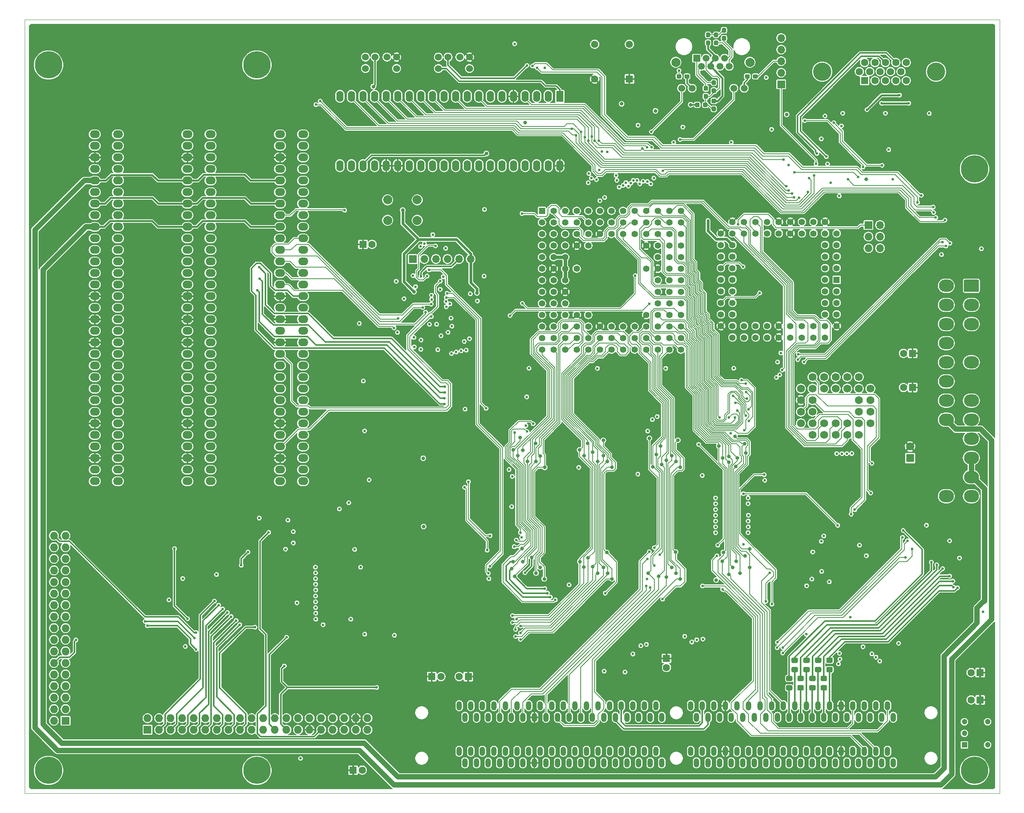
<source format=gbr>
%TF.GenerationSoftware,KiCad,Pcbnew,5.1.9*%
%TF.CreationDate,2021-03-28T04:41:59-04:00*%
%TF.ProjectId,C68,4336382e-6b69-4636-9164-5f7063625858,rev?*%
%TF.SameCoordinates,Original*%
%TF.FileFunction,Copper,L4,Bot*%
%TF.FilePolarity,Positive*%
%FSLAX46Y46*%
G04 Gerber Fmt 4.6, Leading zero omitted, Abs format (unit mm)*
G04 Created by KiCad (PCBNEW 5.1.9) date 2021-03-28 04:41:59*
%MOMM*%
%LPD*%
G01*
G04 APERTURE LIST*
%TA.AperFunction,Profile*%
%ADD10C,0.050000*%
%TD*%
%TA.AperFunction,ComponentPad*%
%ADD11O,2.200000X1.700000*%
%TD*%
%TA.AperFunction,ComponentPad*%
%ADD12R,1.200000X1.200000*%
%TD*%
%TA.AperFunction,ComponentPad*%
%ADD13C,1.200000*%
%TD*%
%TA.AperFunction,ComponentPad*%
%ADD14O,1.700000X1.700000*%
%TD*%
%TA.AperFunction,ComponentPad*%
%ADD15R,1.700000X1.700000*%
%TD*%
%TA.AperFunction,ComponentPad*%
%ADD16C,2.000000*%
%TD*%
%TA.AperFunction,ComponentPad*%
%ADD17C,1.397000*%
%TD*%
%TA.AperFunction,ComponentPad*%
%ADD18R,1.397000X1.397000*%
%TD*%
%TA.AperFunction,ComponentPad*%
%ADD19O,1.200000X2.000000*%
%TD*%
%TA.AperFunction,ComponentPad*%
%ADD20C,6.000000*%
%TD*%
%TA.AperFunction,ComponentPad*%
%ADD21C,1.600000*%
%TD*%
%TA.AperFunction,ComponentPad*%
%ADD22R,1.600000X1.600000*%
%TD*%
%TA.AperFunction,ComponentPad*%
%ADD23C,4.000000*%
%TD*%
%TA.AperFunction,ComponentPad*%
%ADD24C,1.422400*%
%TD*%
%TA.AperFunction,ComponentPad*%
%ADD25R,1.422400X1.422400*%
%TD*%
%TA.AperFunction,ComponentPad*%
%ADD26C,1.750000*%
%TD*%
%TA.AperFunction,ComponentPad*%
%ADD27O,3.300000X2.700000*%
%TD*%
%TA.AperFunction,ComponentPad*%
%ADD28C,1.524000*%
%TD*%
%TA.AperFunction,ComponentPad*%
%ADD29C,1.500000*%
%TD*%
%TA.AperFunction,ComponentPad*%
%ADD30R,1.500000X1.500000*%
%TD*%
%TA.AperFunction,ComponentPad*%
%ADD31R,1.600000X2.400000*%
%TD*%
%TA.AperFunction,ComponentPad*%
%ADD32O,1.600000X2.400000*%
%TD*%
%TA.AperFunction,ComponentPad*%
%ADD33C,1.800000*%
%TD*%
%TA.AperFunction,ComponentPad*%
%ADD34R,1.800000X1.800000*%
%TD*%
%TA.AperFunction,ComponentPad*%
%ADD35O,1.727200X1.727200*%
%TD*%
%TA.AperFunction,ComponentPad*%
%ADD36R,1.727200X1.727200*%
%TD*%
%TA.AperFunction,ViaPad*%
%ADD37C,0.600000*%
%TD*%
%TA.AperFunction,ViaPad*%
%ADD38C,0.800000*%
%TD*%
%TA.AperFunction,Conductor*%
%ADD39C,0.400000*%
%TD*%
%TA.AperFunction,Conductor*%
%ADD40C,0.800000*%
%TD*%
%TA.AperFunction,Conductor*%
%ADD41C,0.300000*%
%TD*%
%TA.AperFunction,Conductor*%
%ADD42C,0.200000*%
%TD*%
%TA.AperFunction,Conductor*%
%ADD43C,0.600000*%
%TD*%
%TA.AperFunction,Conductor*%
%ADD44C,1.200000*%
%TD*%
%TA.AperFunction,Conductor*%
%ADD45C,0.150000*%
%TD*%
G04 APERTURE END LIST*
D10*
X304000000Y-210000000D02*
X90000000Y-210000000D01*
X304000000Y-40000000D02*
X304000000Y-210000000D01*
X90000000Y-40000000D02*
X304000000Y-40000000D01*
X90000000Y-210000000D02*
X90000000Y-40000000D01*
D11*
X105430000Y-65220000D03*
X110510000Y-65220000D03*
X105430000Y-67760000D03*
X105430000Y-70300000D03*
X105430000Y-72840000D03*
X105430000Y-75380000D03*
X105430000Y-77920000D03*
X105430000Y-80460000D03*
X105430000Y-83000000D03*
X105430000Y-85540000D03*
X105430000Y-88080000D03*
X105430000Y-90620000D03*
X105430000Y-93160000D03*
X105430000Y-95700000D03*
X105430000Y-98240000D03*
X105430000Y-100780000D03*
X105430000Y-103320000D03*
X105430000Y-105860000D03*
X105430000Y-108400000D03*
X105430000Y-110940000D03*
X105430000Y-113480000D03*
X105430000Y-116020000D03*
X105430000Y-118560000D03*
X105430000Y-121100000D03*
X105430000Y-123640000D03*
X105430000Y-126180000D03*
X105430000Y-128720000D03*
X105430000Y-131260000D03*
X105430000Y-133800000D03*
X105430000Y-136340000D03*
X105430000Y-138880000D03*
X105430000Y-141420000D03*
X110510000Y-67760000D03*
X110510000Y-70300000D03*
X110510000Y-72840000D03*
X110510000Y-75380000D03*
X110510000Y-77920000D03*
X110510000Y-80460000D03*
X110510000Y-83000000D03*
X110510000Y-85540000D03*
X110510000Y-88080000D03*
X110510000Y-90620000D03*
X110510000Y-93160000D03*
X110510000Y-95700000D03*
X110510000Y-98240000D03*
X110510000Y-100780000D03*
X110510000Y-103320000D03*
X110510000Y-105860000D03*
X110510000Y-108400000D03*
X110510000Y-110940000D03*
X110510000Y-113480000D03*
X110510000Y-116020000D03*
X110510000Y-118560000D03*
X110510000Y-121100000D03*
X110510000Y-123640000D03*
X110510000Y-126180000D03*
X110510000Y-128720000D03*
X110510000Y-131260000D03*
X110510000Y-133800000D03*
X110510000Y-136340000D03*
X110510000Y-138880000D03*
X110510000Y-141420000D03*
D12*
X296250000Y-199320000D03*
D13*
X296250000Y-196780000D03*
X296250000Y-194240000D03*
X301330000Y-199320000D03*
X301330000Y-194240000D03*
D14*
X277740000Y-90230000D03*
X275200000Y-90230000D03*
X277740000Y-87690000D03*
X275200000Y-87690000D03*
X277740000Y-85150000D03*
D15*
X275200000Y-85150000D03*
D14*
X187890000Y-92610000D03*
X185350000Y-92610000D03*
X182810000Y-92610000D03*
X180270000Y-92610000D03*
X177730000Y-92610000D03*
D15*
X175190000Y-92610000D03*
D16*
X176190000Y-79610000D03*
X176190000Y-84110000D03*
X169690000Y-79610000D03*
X169690000Y-84110000D03*
D17*
X234040000Y-112510000D03*
X234040000Y-109970000D03*
X234040000Y-107430000D03*
X234040000Y-104890000D03*
X234040000Y-102350000D03*
X234040000Y-99810000D03*
X234040000Y-97270000D03*
X234040000Y-94730000D03*
X234040000Y-92190000D03*
X234040000Y-89650000D03*
X234040000Y-87110000D03*
X234040000Y-84570000D03*
X234040000Y-82030000D03*
X231500000Y-112510000D03*
X231500000Y-109970000D03*
X231500000Y-107430000D03*
X231500000Y-104890000D03*
X231500000Y-102350000D03*
X231500000Y-99810000D03*
X231500000Y-97270000D03*
X231500000Y-94730000D03*
X231500000Y-92190000D03*
X231500000Y-89650000D03*
X231500000Y-87110000D03*
X231500000Y-84570000D03*
X231500000Y-82030000D03*
X228960000Y-112510000D03*
X228960000Y-109970000D03*
X228960000Y-107430000D03*
X228960000Y-104890000D03*
X228960000Y-102350000D03*
X228960000Y-99810000D03*
X228960000Y-97270000D03*
X228960000Y-94730000D03*
X228960000Y-92190000D03*
X228960000Y-89650000D03*
X228960000Y-87110000D03*
X228960000Y-84570000D03*
X228960000Y-82030000D03*
X226420000Y-112510000D03*
X226420000Y-109970000D03*
X226420000Y-107430000D03*
X226420000Y-104890000D03*
X226420000Y-94730000D03*
X226420000Y-89650000D03*
X226420000Y-87110000D03*
X226420000Y-84570000D03*
X226420000Y-82030000D03*
X223880000Y-112510000D03*
X223880000Y-109970000D03*
X223880000Y-107430000D03*
X223880000Y-87110000D03*
X223880000Y-84570000D03*
X223880000Y-82030000D03*
X221340000Y-112510000D03*
X221340000Y-109970000D03*
X221340000Y-107430000D03*
X221340000Y-87110000D03*
X221340000Y-84570000D03*
X221340000Y-82030000D03*
X218800000Y-112510000D03*
X218800000Y-109970000D03*
X218800000Y-107430000D03*
X218800000Y-87110000D03*
X218800000Y-84570000D03*
X218800000Y-82030000D03*
X216260000Y-112510000D03*
X216260000Y-109970000D03*
X216260000Y-107430000D03*
X216260000Y-87110000D03*
X216260000Y-84570000D03*
X216260000Y-82030000D03*
X213720000Y-112510000D03*
X213720000Y-109970000D03*
X213720000Y-107430000D03*
X213720000Y-104890000D03*
X213720000Y-89650000D03*
X213720000Y-87110000D03*
X213720000Y-84570000D03*
X213720000Y-82030000D03*
X211180000Y-112510000D03*
X211180000Y-109970000D03*
X211180000Y-107430000D03*
X211180000Y-104890000D03*
X211180000Y-94730000D03*
X211180000Y-89650000D03*
X211180000Y-87110000D03*
X211180000Y-84570000D03*
X211180000Y-82030000D03*
X208640000Y-112510000D03*
X208640000Y-109970000D03*
X208640000Y-107430000D03*
X208640000Y-104890000D03*
X208640000Y-102350000D03*
X208640000Y-99810000D03*
X208640000Y-97270000D03*
X208640000Y-94730000D03*
X208640000Y-92190000D03*
X208640000Y-89650000D03*
X208640000Y-87110000D03*
X208640000Y-84570000D03*
X208640000Y-82030000D03*
X206100000Y-112510000D03*
X206100000Y-109970000D03*
X206100000Y-107430000D03*
X206100000Y-104890000D03*
X206100000Y-102350000D03*
X206100000Y-99810000D03*
X206100000Y-97270000D03*
X206100000Y-94730000D03*
X206100000Y-92190000D03*
X206100000Y-89650000D03*
X206100000Y-87110000D03*
X206100000Y-84570000D03*
X206100000Y-82030000D03*
X203560000Y-112510000D03*
X203560000Y-109970000D03*
X203560000Y-107430000D03*
X203560000Y-104890000D03*
X203560000Y-102350000D03*
X203560000Y-99810000D03*
X203560000Y-97270000D03*
X203560000Y-94730000D03*
X203560000Y-92190000D03*
X203560000Y-89650000D03*
X203560000Y-87110000D03*
X203560000Y-84570000D03*
D18*
X203560000Y-82030000D03*
D19*
X280652000Y-193266000D03*
X278112000Y-193266000D03*
X275572000Y-193266000D03*
X273032000Y-193266000D03*
X270492000Y-193266000D03*
X267952000Y-193266000D03*
X265412000Y-193266000D03*
X262872000Y-193266000D03*
X260332000Y-193266000D03*
X257792000Y-193266000D03*
X255252000Y-193266000D03*
X252712000Y-193266000D03*
X250172000Y-193266000D03*
X247632000Y-193266000D03*
X245092000Y-193266000D03*
X242552000Y-193266000D03*
X240012000Y-193266000D03*
X237472000Y-193266000D03*
X236202000Y-190726000D03*
X238742000Y-190726000D03*
X241282000Y-190726000D03*
X243822000Y-190726000D03*
X246362000Y-190726000D03*
X248902000Y-190726000D03*
X251442000Y-190726000D03*
X253982000Y-190726000D03*
X256522000Y-190726000D03*
X259062000Y-190726000D03*
X261602000Y-190726000D03*
X264142000Y-190726000D03*
X266682000Y-190726000D03*
X269222000Y-190726000D03*
X271762000Y-190726000D03*
X274302000Y-190726000D03*
X276842000Y-190726000D03*
X279382000Y-190726000D03*
X228582000Y-190726000D03*
X226042000Y-190726000D03*
X223502000Y-190726000D03*
X220962000Y-190726000D03*
X218422000Y-190726000D03*
X215882000Y-190726000D03*
X213342000Y-190726000D03*
X210802000Y-190726000D03*
X208262000Y-190726000D03*
X205722000Y-190726000D03*
X203182000Y-190726000D03*
X200642000Y-190726000D03*
X198102000Y-190726000D03*
X195562000Y-190726000D03*
X193022000Y-190726000D03*
X190482000Y-190726000D03*
X187942000Y-190726000D03*
X185402000Y-190726000D03*
X186672000Y-193266000D03*
X189212000Y-193266000D03*
X191752000Y-193266000D03*
X194292000Y-193266000D03*
X196832000Y-193266000D03*
X199372000Y-193266000D03*
X201912000Y-193266000D03*
X204452000Y-193266000D03*
X206992000Y-193266000D03*
X209532000Y-193266000D03*
X212072000Y-193266000D03*
X214612000Y-193266000D03*
X217152000Y-193266000D03*
X219692000Y-193266000D03*
X222232000Y-193266000D03*
X224772000Y-193266000D03*
X227312000Y-193266000D03*
X229852000Y-193266000D03*
D20*
X140990000Y-49980000D03*
X298470000Y-72840000D03*
X298470000Y-204920000D03*
X140990000Y-204920000D03*
D11*
X125750000Y-65220000D03*
X130830000Y-65220000D03*
X125750000Y-67760000D03*
X125750000Y-70300000D03*
X125750000Y-72840000D03*
X125750000Y-75380000D03*
X125750000Y-77920000D03*
X125750000Y-80460000D03*
X125750000Y-83000000D03*
X125750000Y-85540000D03*
X125750000Y-88080000D03*
X125750000Y-90620000D03*
X125750000Y-93160000D03*
X125750000Y-95700000D03*
X125750000Y-98240000D03*
X125750000Y-100780000D03*
X125750000Y-103320000D03*
X125750000Y-105860000D03*
X125750000Y-108400000D03*
X125750000Y-110940000D03*
X125750000Y-113480000D03*
X125750000Y-116020000D03*
X125750000Y-118560000D03*
X125750000Y-121100000D03*
X125750000Y-123640000D03*
X125750000Y-126180000D03*
X125750000Y-128720000D03*
X125750000Y-131260000D03*
X125750000Y-133800000D03*
X125750000Y-136340000D03*
X125750000Y-138880000D03*
X125750000Y-141420000D03*
X130830000Y-67760000D03*
X130830000Y-70300000D03*
X130830000Y-72840000D03*
X130830000Y-75380000D03*
X130830000Y-77920000D03*
X130830000Y-80460000D03*
X130830000Y-83000000D03*
X130830000Y-85540000D03*
X130830000Y-88080000D03*
X130830000Y-90620000D03*
X130830000Y-93160000D03*
X130830000Y-95700000D03*
X130830000Y-98240000D03*
X130830000Y-100780000D03*
X130830000Y-103320000D03*
X130830000Y-105860000D03*
X130830000Y-108400000D03*
X130830000Y-110940000D03*
X130830000Y-113480000D03*
X130830000Y-116020000D03*
X130830000Y-118560000D03*
X130830000Y-121100000D03*
X130830000Y-123640000D03*
X130830000Y-126180000D03*
X130830000Y-128720000D03*
X130830000Y-131260000D03*
X130830000Y-133800000D03*
X130830000Y-136340000D03*
X130830000Y-138880000D03*
X130830000Y-141420000D03*
X146070000Y-65220000D03*
X151150000Y-65220000D03*
X146070000Y-67760000D03*
X146070000Y-70300000D03*
X146070000Y-72840000D03*
X146070000Y-75380000D03*
X146070000Y-77920000D03*
X146070000Y-80460000D03*
X146070000Y-83000000D03*
X146070000Y-85540000D03*
X146070000Y-88080000D03*
X146070000Y-90620000D03*
X146070000Y-93160000D03*
X146070000Y-95700000D03*
X146070000Y-98240000D03*
X146070000Y-100780000D03*
X146070000Y-103320000D03*
X146070000Y-105860000D03*
X146070000Y-108400000D03*
X146070000Y-110940000D03*
X146070000Y-113480000D03*
X146070000Y-116020000D03*
X146070000Y-118560000D03*
X146070000Y-121100000D03*
X146070000Y-123640000D03*
X146070000Y-126180000D03*
X146070000Y-128720000D03*
X146070000Y-131260000D03*
X146070000Y-133800000D03*
X146070000Y-136340000D03*
X146070000Y-138880000D03*
X146070000Y-141420000D03*
X151150000Y-67760000D03*
X151150000Y-70300000D03*
X151150000Y-72840000D03*
X151150000Y-75380000D03*
X151150000Y-77920000D03*
X151150000Y-80460000D03*
X151150000Y-83000000D03*
X151150000Y-85540000D03*
X151150000Y-88080000D03*
X151150000Y-90620000D03*
X151150000Y-93160000D03*
X151150000Y-95700000D03*
X151150000Y-98240000D03*
X151150000Y-100780000D03*
X151150000Y-103320000D03*
X151150000Y-105860000D03*
X151150000Y-108400000D03*
X151150000Y-110940000D03*
X151150000Y-113480000D03*
X151150000Y-116020000D03*
X151150000Y-118560000D03*
X151150000Y-121100000D03*
X151150000Y-123640000D03*
X151150000Y-126180000D03*
X151150000Y-128720000D03*
X151150000Y-131260000D03*
X151150000Y-133800000D03*
X151150000Y-136340000D03*
X151150000Y-138880000D03*
X151150000Y-141420000D03*
%TA.AperFunction,SMDPad,CuDef*%
G36*
G01*
X239762500Y-42850000D02*
X240237500Y-42850000D01*
G75*
G02*
X240475000Y-43087500I0J-237500D01*
G01*
X240475000Y-43662500D01*
G75*
G02*
X240237500Y-43900000I-237500J0D01*
G01*
X239762500Y-43900000D01*
G75*
G02*
X239525000Y-43662500I0J237500D01*
G01*
X239525000Y-43087500D01*
G75*
G02*
X239762500Y-42850000I237500J0D01*
G01*
G37*
%TD.AperFunction*%
%TA.AperFunction,SMDPad,CuDef*%
G36*
G01*
X239762500Y-44600000D02*
X240237500Y-44600000D01*
G75*
G02*
X240475000Y-44837500I0J-237500D01*
G01*
X240475000Y-45412500D01*
G75*
G02*
X240237500Y-45650000I-237500J0D01*
G01*
X239762500Y-45650000D01*
G75*
G02*
X239525000Y-45412500I0J237500D01*
G01*
X239525000Y-44837500D01*
G75*
G02*
X239762500Y-44600000I237500J0D01*
G01*
G37*
%TD.AperFunction*%
%TA.AperFunction,SMDPad,CuDef*%
G36*
G01*
X241487500Y-60150000D02*
X241012500Y-60150000D01*
G75*
G02*
X240775000Y-59912500I0J237500D01*
G01*
X240775000Y-59337500D01*
G75*
G02*
X241012500Y-59100000I237500J0D01*
G01*
X241487500Y-59100000D01*
G75*
G02*
X241725000Y-59337500I0J-237500D01*
G01*
X241725000Y-59912500D01*
G75*
G02*
X241487500Y-60150000I-237500J0D01*
G01*
G37*
%TD.AperFunction*%
%TA.AperFunction,SMDPad,CuDef*%
G36*
G01*
X241487500Y-58400000D02*
X241012500Y-58400000D01*
G75*
G02*
X240775000Y-58162500I0J237500D01*
G01*
X240775000Y-57587500D01*
G75*
G02*
X241012500Y-57350000I237500J0D01*
G01*
X241487500Y-57350000D01*
G75*
G02*
X241725000Y-57587500I0J-237500D01*
G01*
X241725000Y-58162500D01*
G75*
G02*
X241487500Y-58400000I-237500J0D01*
G01*
G37*
%TD.AperFunction*%
%TA.AperFunction,SMDPad,CuDef*%
G36*
G01*
X249150000Y-52262500D02*
X249150000Y-52737500D01*
G75*
G02*
X248912500Y-52975000I-237500J0D01*
G01*
X248337500Y-52975000D01*
G75*
G02*
X248100000Y-52737500I0J237500D01*
G01*
X248100000Y-52262500D01*
G75*
G02*
X248337500Y-52025000I237500J0D01*
G01*
X248912500Y-52025000D01*
G75*
G02*
X249150000Y-52262500I0J-237500D01*
G01*
G37*
%TD.AperFunction*%
%TA.AperFunction,SMDPad,CuDef*%
G36*
G01*
X250900000Y-52262500D02*
X250900000Y-52737500D01*
G75*
G02*
X250662500Y-52975000I-237500J0D01*
G01*
X250087500Y-52975000D01*
G75*
G02*
X249850000Y-52737500I0J237500D01*
G01*
X249850000Y-52262500D01*
G75*
G02*
X250087500Y-52025000I237500J0D01*
G01*
X250662500Y-52025000D01*
G75*
G02*
X250900000Y-52262500I0J-237500D01*
G01*
G37*
%TD.AperFunction*%
%TA.AperFunction,SMDPad,CuDef*%
G36*
G01*
X234850000Y-52737500D02*
X234850000Y-52262500D01*
G75*
G02*
X235087500Y-52025000I237500J0D01*
G01*
X235662500Y-52025000D01*
G75*
G02*
X235900000Y-52262500I0J-237500D01*
G01*
X235900000Y-52737500D01*
G75*
G02*
X235662500Y-52975000I-237500J0D01*
G01*
X235087500Y-52975000D01*
G75*
G02*
X234850000Y-52737500I0J237500D01*
G01*
G37*
%TD.AperFunction*%
%TA.AperFunction,SMDPad,CuDef*%
G36*
G01*
X233100000Y-52737500D02*
X233100000Y-52262500D01*
G75*
G02*
X233337500Y-52025000I237500J0D01*
G01*
X233912500Y-52025000D01*
G75*
G02*
X234150000Y-52262500I0J-237500D01*
G01*
X234150000Y-52737500D01*
G75*
G02*
X233912500Y-52975000I-237500J0D01*
G01*
X233337500Y-52975000D01*
G75*
G02*
X233100000Y-52737500I0J237500D01*
G01*
G37*
%TD.AperFunction*%
%TA.AperFunction,SMDPad,CuDef*%
G36*
G01*
X243737500Y-42900000D02*
X243262500Y-42900000D01*
G75*
G02*
X243025000Y-42662500I0J237500D01*
G01*
X243025000Y-42087500D01*
G75*
G02*
X243262500Y-41850000I237500J0D01*
G01*
X243737500Y-41850000D01*
G75*
G02*
X243975000Y-42087500I0J-237500D01*
G01*
X243975000Y-42662500D01*
G75*
G02*
X243737500Y-42900000I-237500J0D01*
G01*
G37*
%TD.AperFunction*%
%TA.AperFunction,SMDPad,CuDef*%
G36*
G01*
X243737500Y-44650000D02*
X243262500Y-44650000D01*
G75*
G02*
X243025000Y-44412500I0J237500D01*
G01*
X243025000Y-43837500D01*
G75*
G02*
X243262500Y-43600000I237500J0D01*
G01*
X243737500Y-43600000D01*
G75*
G02*
X243975000Y-43837500I0J-237500D01*
G01*
X243975000Y-44412500D01*
G75*
G02*
X243737500Y-44650000I-237500J0D01*
G01*
G37*
%TD.AperFunction*%
%TA.AperFunction,SMDPad,CuDef*%
G36*
G01*
X241512500Y-44600000D02*
X241987500Y-44600000D01*
G75*
G02*
X242225000Y-44837500I0J-237500D01*
G01*
X242225000Y-45412500D01*
G75*
G02*
X241987500Y-45650000I-237500J0D01*
G01*
X241512500Y-45650000D01*
G75*
G02*
X241275000Y-45412500I0J237500D01*
G01*
X241275000Y-44837500D01*
G75*
G02*
X241512500Y-44600000I237500J0D01*
G01*
G37*
%TD.AperFunction*%
%TA.AperFunction,SMDPad,CuDef*%
G36*
G01*
X241512500Y-42850000D02*
X241987500Y-42850000D01*
G75*
G02*
X242225000Y-43087500I0J-237500D01*
G01*
X242225000Y-43662500D01*
G75*
G02*
X241987500Y-43900000I-237500J0D01*
G01*
X241512500Y-43900000D01*
G75*
G02*
X241275000Y-43662500I0J237500D01*
G01*
X241275000Y-43087500D01*
G75*
G02*
X241512500Y-42850000I237500J0D01*
G01*
G37*
%TD.AperFunction*%
%TA.AperFunction,SMDPad,CuDef*%
G36*
G01*
X239737500Y-55650000D02*
X239262500Y-55650000D01*
G75*
G02*
X239025000Y-55412500I0J237500D01*
G01*
X239025000Y-54837500D01*
G75*
G02*
X239262500Y-54600000I237500J0D01*
G01*
X239737500Y-54600000D01*
G75*
G02*
X239975000Y-54837500I0J-237500D01*
G01*
X239975000Y-55412500D01*
G75*
G02*
X239737500Y-55650000I-237500J0D01*
G01*
G37*
%TD.AperFunction*%
%TA.AperFunction,SMDPad,CuDef*%
G36*
G01*
X239737500Y-57400000D02*
X239262500Y-57400000D01*
G75*
G02*
X239025000Y-57162500I0J237500D01*
G01*
X239025000Y-56587500D01*
G75*
G02*
X239262500Y-56350000I237500J0D01*
G01*
X239737500Y-56350000D01*
G75*
G02*
X239975000Y-56587500I0J-237500D01*
G01*
X239975000Y-57162500D01*
G75*
G02*
X239737500Y-57400000I-237500J0D01*
G01*
G37*
%TD.AperFunction*%
%TA.AperFunction,SMDPad,CuDef*%
G36*
G01*
X241012500Y-55100000D02*
X241487500Y-55100000D01*
G75*
G02*
X241725000Y-55337500I0J-237500D01*
G01*
X241725000Y-55912500D01*
G75*
G02*
X241487500Y-56150000I-237500J0D01*
G01*
X241012500Y-56150000D01*
G75*
G02*
X240775000Y-55912500I0J237500D01*
G01*
X240775000Y-55337500D01*
G75*
G02*
X241012500Y-55100000I237500J0D01*
G01*
G37*
%TD.AperFunction*%
%TA.AperFunction,SMDPad,CuDef*%
G36*
G01*
X241012500Y-53350000D02*
X241487500Y-53350000D01*
G75*
G02*
X241725000Y-53587500I0J-237500D01*
G01*
X241725000Y-54162500D01*
G75*
G02*
X241487500Y-54400000I-237500J0D01*
G01*
X241012500Y-54400000D01*
G75*
G02*
X240775000Y-54162500I0J237500D01*
G01*
X240775000Y-53587500D01*
G75*
G02*
X241012500Y-53350000I237500J0D01*
G01*
G37*
%TD.AperFunction*%
D14*
X256035095Y-44069404D03*
X256035095Y-46609404D03*
X256035095Y-49149404D03*
X256035095Y-51689404D03*
D15*
X256035095Y-54229404D03*
D20*
X95270000Y-204920000D03*
X95270000Y-49980000D03*
D19*
X280652000Y-203266000D03*
X278112000Y-203266000D03*
X275572000Y-203266000D03*
X273032000Y-203266000D03*
X270492000Y-203266000D03*
X267952000Y-203266000D03*
X265412000Y-203266000D03*
X262872000Y-203266000D03*
X260332000Y-203266000D03*
X257792000Y-203266000D03*
X255252000Y-203266000D03*
X252712000Y-203266000D03*
X250172000Y-203266000D03*
X247632000Y-203266000D03*
X245092000Y-203266000D03*
X242552000Y-203266000D03*
X240012000Y-203266000D03*
X237472000Y-203266000D03*
X236202000Y-200726000D03*
X238742000Y-200726000D03*
X241282000Y-200726000D03*
X243822000Y-200726000D03*
X246362000Y-200726000D03*
X248902000Y-200726000D03*
X251442000Y-200726000D03*
X253982000Y-200726000D03*
X256522000Y-200726000D03*
X259062000Y-200726000D03*
X261602000Y-200726000D03*
X264142000Y-200726000D03*
X266682000Y-200726000D03*
X269222000Y-200726000D03*
X271762000Y-200726000D03*
X274302000Y-200726000D03*
X276842000Y-200726000D03*
X279382000Y-200726000D03*
X228582000Y-200726000D03*
X226042000Y-200726000D03*
X223502000Y-200726000D03*
X220962000Y-200726000D03*
X218422000Y-200726000D03*
X215882000Y-200726000D03*
X213342000Y-200726000D03*
X210802000Y-200726000D03*
X208262000Y-200726000D03*
X205722000Y-200726000D03*
X203182000Y-200726000D03*
X200642000Y-200726000D03*
X198102000Y-200726000D03*
X195562000Y-200726000D03*
X193022000Y-200726000D03*
X190482000Y-200726000D03*
X187942000Y-200726000D03*
X185402000Y-200726000D03*
X186672000Y-203266000D03*
X189212000Y-203266000D03*
X191752000Y-203266000D03*
X194292000Y-203266000D03*
X196832000Y-203266000D03*
X199372000Y-203266000D03*
X201912000Y-203266000D03*
X204452000Y-203266000D03*
X206992000Y-203266000D03*
X209532000Y-203266000D03*
X212072000Y-203266000D03*
X214612000Y-203266000D03*
X217152000Y-203266000D03*
X219692000Y-203266000D03*
X222232000Y-203266000D03*
X224772000Y-203266000D03*
X227312000Y-203266000D03*
X229852000Y-203266000D03*
D21*
X278910000Y-53420000D03*
X281200000Y-53420000D03*
X283490000Y-53420000D03*
X276620000Y-53420000D03*
D22*
X274330000Y-53420000D03*
D23*
X265035000Y-51440000D03*
D21*
X283490000Y-49460000D03*
X281200000Y-49460000D03*
X278910000Y-49460000D03*
X276620000Y-49460000D03*
X274330000Y-49460000D03*
X275475000Y-51440000D03*
X273185000Y-51440000D03*
X280055000Y-51440000D03*
X282345000Y-51440000D03*
X277765000Y-51440000D03*
D23*
X290025000Y-51440000D03*
%TA.AperFunction,SMDPad,CuDef*%
G36*
G01*
X267100001Y-183350000D02*
X266199999Y-183350000D01*
G75*
G02*
X265950000Y-183100001I0J249999D01*
G01*
X265950000Y-182449999D01*
G75*
G02*
X266199999Y-182200000I249999J0D01*
G01*
X267100001Y-182200000D01*
G75*
G02*
X267350000Y-182449999I0J-249999D01*
G01*
X267350000Y-183100001D01*
G75*
G02*
X267100001Y-183350000I-249999J0D01*
G01*
G37*
%TD.AperFunction*%
%TA.AperFunction,SMDPad,CuDef*%
G36*
G01*
X267100001Y-181300000D02*
X266199999Y-181300000D01*
G75*
G02*
X265950000Y-181050001I0J249999D01*
G01*
X265950000Y-180399999D01*
G75*
G02*
X266199999Y-180150000I249999J0D01*
G01*
X267100001Y-180150000D01*
G75*
G02*
X267350000Y-180399999I0J-249999D01*
G01*
X267350000Y-181050001D01*
G75*
G02*
X267100001Y-181300000I-249999J0D01*
G01*
G37*
%TD.AperFunction*%
%TA.AperFunction,SMDPad,CuDef*%
G36*
G01*
X265850001Y-187350000D02*
X264949999Y-187350000D01*
G75*
G02*
X264700000Y-187100001I0J249999D01*
G01*
X264700000Y-186449999D01*
G75*
G02*
X264949999Y-186200000I249999J0D01*
G01*
X265850001Y-186200000D01*
G75*
G02*
X266100000Y-186449999I0J-249999D01*
G01*
X266100000Y-187100001D01*
G75*
G02*
X265850001Y-187350000I-249999J0D01*
G01*
G37*
%TD.AperFunction*%
%TA.AperFunction,SMDPad,CuDef*%
G36*
G01*
X265850001Y-185300000D02*
X264949999Y-185300000D01*
G75*
G02*
X264700000Y-185050001I0J249999D01*
G01*
X264700000Y-184399999D01*
G75*
G02*
X264949999Y-184150000I249999J0D01*
G01*
X265850001Y-184150000D01*
G75*
G02*
X266100000Y-184399999I0J-249999D01*
G01*
X266100000Y-185050001D01*
G75*
G02*
X265850001Y-185300000I-249999J0D01*
G01*
G37*
%TD.AperFunction*%
%TA.AperFunction,SMDPad,CuDef*%
G36*
G01*
X264600001Y-183350000D02*
X263699999Y-183350000D01*
G75*
G02*
X263450000Y-183100001I0J249999D01*
G01*
X263450000Y-182449999D01*
G75*
G02*
X263699999Y-182200000I249999J0D01*
G01*
X264600001Y-182200000D01*
G75*
G02*
X264850000Y-182449999I0J-249999D01*
G01*
X264850000Y-183100001D01*
G75*
G02*
X264600001Y-183350000I-249999J0D01*
G01*
G37*
%TD.AperFunction*%
%TA.AperFunction,SMDPad,CuDef*%
G36*
G01*
X264600001Y-181300000D02*
X263699999Y-181300000D01*
G75*
G02*
X263450000Y-181050001I0J249999D01*
G01*
X263450000Y-180399999D01*
G75*
G02*
X263699999Y-180150000I249999J0D01*
G01*
X264600001Y-180150000D01*
G75*
G02*
X264850000Y-180399999I0J-249999D01*
G01*
X264850000Y-181050001D01*
G75*
G02*
X264600001Y-181300000I-249999J0D01*
G01*
G37*
%TD.AperFunction*%
%TA.AperFunction,SMDPad,CuDef*%
G36*
G01*
X263350001Y-187350000D02*
X262449999Y-187350000D01*
G75*
G02*
X262200000Y-187100001I0J249999D01*
G01*
X262200000Y-186449999D01*
G75*
G02*
X262449999Y-186200000I249999J0D01*
G01*
X263350001Y-186200000D01*
G75*
G02*
X263600000Y-186449999I0J-249999D01*
G01*
X263600000Y-187100001D01*
G75*
G02*
X263350001Y-187350000I-249999J0D01*
G01*
G37*
%TD.AperFunction*%
%TA.AperFunction,SMDPad,CuDef*%
G36*
G01*
X263350001Y-185300000D02*
X262449999Y-185300000D01*
G75*
G02*
X262200000Y-185050001I0J249999D01*
G01*
X262200000Y-184399999D01*
G75*
G02*
X262449999Y-184150000I249999J0D01*
G01*
X263350001Y-184150000D01*
G75*
G02*
X263600000Y-184399999I0J-249999D01*
G01*
X263600000Y-185050001D01*
G75*
G02*
X263350001Y-185300000I-249999J0D01*
G01*
G37*
%TD.AperFunction*%
%TA.AperFunction,SMDPad,CuDef*%
G36*
G01*
X262050001Y-183350000D02*
X261149999Y-183350000D01*
G75*
G02*
X260900000Y-183100001I0J249999D01*
G01*
X260900000Y-182449999D01*
G75*
G02*
X261149999Y-182200000I249999J0D01*
G01*
X262050001Y-182200000D01*
G75*
G02*
X262300000Y-182449999I0J-249999D01*
G01*
X262300000Y-183100001D01*
G75*
G02*
X262050001Y-183350000I-249999J0D01*
G01*
G37*
%TD.AperFunction*%
%TA.AperFunction,SMDPad,CuDef*%
G36*
G01*
X262050001Y-181300000D02*
X261149999Y-181300000D01*
G75*
G02*
X260900000Y-181050001I0J249999D01*
G01*
X260900000Y-180399999D01*
G75*
G02*
X261149999Y-180150000I249999J0D01*
G01*
X262050001Y-180150000D01*
G75*
G02*
X262300000Y-180399999I0J-249999D01*
G01*
X262300000Y-181050001D01*
G75*
G02*
X262050001Y-181300000I-249999J0D01*
G01*
G37*
%TD.AperFunction*%
%TA.AperFunction,SMDPad,CuDef*%
G36*
G01*
X260750001Y-187350000D02*
X259849999Y-187350000D01*
G75*
G02*
X259600000Y-187100001I0J249999D01*
G01*
X259600000Y-186449999D01*
G75*
G02*
X259849999Y-186200000I249999J0D01*
G01*
X260750001Y-186200000D01*
G75*
G02*
X261000000Y-186449999I0J-249999D01*
G01*
X261000000Y-187100001D01*
G75*
G02*
X260750001Y-187350000I-249999J0D01*
G01*
G37*
%TD.AperFunction*%
%TA.AperFunction,SMDPad,CuDef*%
G36*
G01*
X260750001Y-185300000D02*
X259849999Y-185300000D01*
G75*
G02*
X259600000Y-185050001I0J249999D01*
G01*
X259600000Y-184399999D01*
G75*
G02*
X259849999Y-184150000I249999J0D01*
G01*
X260750001Y-184150000D01*
G75*
G02*
X261000000Y-184399999I0J-249999D01*
G01*
X261000000Y-185050001D01*
G75*
G02*
X260750001Y-185300000I-249999J0D01*
G01*
G37*
%TD.AperFunction*%
%TA.AperFunction,SMDPad,CuDef*%
G36*
G01*
X259450001Y-183350000D02*
X258549999Y-183350000D01*
G75*
G02*
X258300000Y-183100001I0J249999D01*
G01*
X258300000Y-182449999D01*
G75*
G02*
X258549999Y-182200000I249999J0D01*
G01*
X259450001Y-182200000D01*
G75*
G02*
X259700000Y-182449999I0J-249999D01*
G01*
X259700000Y-183100001D01*
G75*
G02*
X259450001Y-183350000I-249999J0D01*
G01*
G37*
%TD.AperFunction*%
%TA.AperFunction,SMDPad,CuDef*%
G36*
G01*
X259450001Y-181300000D02*
X258549999Y-181300000D01*
G75*
G02*
X258300000Y-181050001I0J249999D01*
G01*
X258300000Y-180399999D01*
G75*
G02*
X258549999Y-180150000I249999J0D01*
G01*
X259450001Y-180150000D01*
G75*
G02*
X259700000Y-180399999I0J-249999D01*
G01*
X259700000Y-181050001D01*
G75*
G02*
X259450001Y-181300000I-249999J0D01*
G01*
G37*
%TD.AperFunction*%
%TA.AperFunction,SMDPad,CuDef*%
G36*
G01*
X258250001Y-187350000D02*
X257349999Y-187350000D01*
G75*
G02*
X257100000Y-187100001I0J249999D01*
G01*
X257100000Y-186449999D01*
G75*
G02*
X257349999Y-186200000I249999J0D01*
G01*
X258250001Y-186200000D01*
G75*
G02*
X258500000Y-186449999I0J-249999D01*
G01*
X258500000Y-187100001D01*
G75*
G02*
X258250001Y-187350000I-249999J0D01*
G01*
G37*
%TD.AperFunction*%
%TA.AperFunction,SMDPad,CuDef*%
G36*
G01*
X258250001Y-185300000D02*
X257349999Y-185300000D01*
G75*
G02*
X257100000Y-185050001I0J249999D01*
G01*
X257100000Y-184399999D01*
G75*
G02*
X257349999Y-184150000I249999J0D01*
G01*
X258250001Y-184150000D01*
G75*
G02*
X258500000Y-184399999I0J-249999D01*
G01*
X258500000Y-185050001D01*
G75*
G02*
X258250001Y-185300000I-249999J0D01*
G01*
G37*
%TD.AperFunction*%
D21*
X185380000Y-184320000D03*
D22*
X187380000Y-184320000D03*
D21*
X230880000Y-182320000D03*
D22*
X230880000Y-180320000D03*
D21*
X297710000Y-183440000D03*
D22*
X299710000Y-183440000D03*
D21*
X297710000Y-189440000D03*
D22*
X299710000Y-189440000D03*
D21*
X164130000Y-204870000D03*
D22*
X162130000Y-204870000D03*
D21*
X181380000Y-184320000D03*
D22*
X179380000Y-184320000D03*
D21*
X282880000Y-120820000D03*
D22*
X284880000Y-120820000D03*
D21*
X282880000Y-113320000D03*
D22*
X284880000Y-113320000D03*
D21*
X166270000Y-89390000D03*
D22*
X164270000Y-89390000D03*
D24*
X265680000Y-109850000D03*
X263140000Y-109850000D03*
X260600000Y-109850000D03*
X258060000Y-109850000D03*
X255520000Y-109850000D03*
X252980000Y-109850000D03*
X250440000Y-109850000D03*
X247900000Y-109850000D03*
X268220000Y-107310000D03*
X263140000Y-107310000D03*
X260600000Y-107310000D03*
X258060000Y-107310000D03*
X255520000Y-107310000D03*
X252980000Y-107310000D03*
X250440000Y-107310000D03*
X247900000Y-107310000D03*
X245360000Y-107310000D03*
X242820000Y-107310000D03*
X242820000Y-104770000D03*
X242820000Y-102230000D03*
X242820000Y-99690000D03*
X242820000Y-97150000D03*
X242820000Y-94610000D03*
X242820000Y-92070000D03*
X242820000Y-89530000D03*
X242820000Y-86990000D03*
X245360000Y-109850000D03*
X245360000Y-104770000D03*
X245360000Y-102230000D03*
X245360000Y-99690000D03*
X245360000Y-97150000D03*
X245360000Y-94610000D03*
X245360000Y-92070000D03*
X245360000Y-89530000D03*
X245360000Y-86990000D03*
X245360000Y-84450000D03*
X247900000Y-84450000D03*
X250440000Y-84450000D03*
X252980000Y-84450000D03*
X255520000Y-84450000D03*
X258060000Y-84450000D03*
X260600000Y-84450000D03*
X263140000Y-84450000D03*
X265680000Y-84450000D03*
X247900000Y-86990000D03*
X250440000Y-86990000D03*
X252980000Y-86990000D03*
X255520000Y-86990000D03*
X258060000Y-86990000D03*
X260600000Y-86990000D03*
X263140000Y-86990000D03*
X265680000Y-86990000D03*
X268220000Y-104770000D03*
X268220000Y-102230000D03*
X268220000Y-99690000D03*
X268220000Y-86990000D03*
X268220000Y-89530000D03*
X268220000Y-92070000D03*
X268220000Y-94610000D03*
D25*
X268220000Y-97150000D03*
D24*
X265680000Y-107310000D03*
X265680000Y-104770000D03*
X265680000Y-102230000D03*
X265680000Y-99690000D03*
X265680000Y-89530000D03*
X265680000Y-92070000D03*
X265680000Y-94610000D03*
X265680000Y-97150000D03*
D26*
X262910000Y-118530000D03*
X265450000Y-118530000D03*
X267990000Y-118530000D03*
X270530000Y-118530000D03*
X273070000Y-118530000D03*
X265450000Y-121070000D03*
X267990000Y-121070000D03*
X270530000Y-121070000D03*
X275610000Y-121070000D03*
X275610000Y-123610000D03*
X275610000Y-126150000D03*
X275610000Y-128690000D03*
X273070000Y-121070000D03*
X273070000Y-123610000D03*
X273070000Y-126150000D03*
X273070000Y-128690000D03*
X273070000Y-131230000D03*
X270530000Y-131230000D03*
X267990000Y-131230000D03*
X265450000Y-131230000D03*
X262910000Y-131230000D03*
X270530000Y-128690000D03*
X267990000Y-128690000D03*
X265450000Y-128690000D03*
X262910000Y-128690000D03*
X260370000Y-121070000D03*
X260370000Y-123610000D03*
X260370000Y-128690000D03*
X260370000Y-126150000D03*
X262910000Y-118530000D03*
X262910000Y-121070000D03*
X262910000Y-126150000D03*
X262910000Y-123610000D03*
%TA.AperFunction,ComponentPad*%
G36*
G01*
X296375001Y-97140000D02*
X299174999Y-97140000D01*
G75*
G02*
X299425000Y-97390001I0J-250001D01*
G01*
X299425000Y-99589999D01*
G75*
G02*
X299174999Y-99840000I-250001J0D01*
G01*
X296375001Y-99840000D01*
G75*
G02*
X296125000Y-99589999I0J250001D01*
G01*
X296125000Y-97390001D01*
G75*
G02*
X296375001Y-97140000I250001J0D01*
G01*
G37*
%TD.AperFunction*%
D27*
X297775000Y-102690000D03*
X297775000Y-106890000D03*
X297775000Y-111090000D03*
X297775000Y-115290000D03*
X297775000Y-119490000D03*
X297775000Y-123690000D03*
X297775000Y-127890000D03*
X297775000Y-132090000D03*
X297775000Y-136290000D03*
X297775000Y-140490000D03*
X297775000Y-144690000D03*
X292275000Y-98490000D03*
X292275000Y-102690000D03*
X292275000Y-106890000D03*
X292275000Y-111090000D03*
X292275000Y-115290000D03*
X292275000Y-119490000D03*
X292275000Y-123690000D03*
X292275000Y-127890000D03*
X292275000Y-132090000D03*
X292275000Y-136290000D03*
X292275000Y-140490000D03*
X292275000Y-144690000D03*
D28*
X171630000Y-50760000D03*
X164830000Y-50760000D03*
X164830000Y-48260000D03*
X171630000Y-48260000D03*
X169530000Y-48260000D03*
X166930000Y-48260000D03*
X187630000Y-50760000D03*
X180830000Y-50760000D03*
X180830000Y-48260000D03*
X187630000Y-48260000D03*
X185530000Y-48260000D03*
X182930000Y-48260000D03*
D29*
X247920000Y-55100000D03*
X245630000Y-55100000D03*
X236490000Y-55100000D03*
X234200000Y-55100000D03*
D16*
X232930000Y-49390000D03*
X249190000Y-49390000D03*
D29*
X244640000Y-50280000D03*
X242600000Y-50280000D03*
X240560000Y-50280000D03*
X238520000Y-50280000D03*
X243620000Y-48500000D03*
X241580000Y-48500000D03*
X239540000Y-48500000D03*
D30*
X237500000Y-48500000D03*
%TA.AperFunction,SMDPad,CuDef*%
G36*
G01*
X238150000Y-58512500D02*
X238150000Y-58987500D01*
G75*
G02*
X237912500Y-59225000I-237500J0D01*
G01*
X237337500Y-59225000D01*
G75*
G02*
X237100000Y-58987500I0J237500D01*
G01*
X237100000Y-58512500D01*
G75*
G02*
X237337500Y-58275000I237500J0D01*
G01*
X237912500Y-58275000D01*
G75*
G02*
X238150000Y-58512500I0J-237500D01*
G01*
G37*
%TD.AperFunction*%
%TA.AperFunction,SMDPad,CuDef*%
G36*
G01*
X239900000Y-58512500D02*
X239900000Y-58987500D01*
G75*
G02*
X239662500Y-59225000I-237500J0D01*
G01*
X239087500Y-59225000D01*
G75*
G02*
X238850000Y-58987500I0J237500D01*
G01*
X238850000Y-58512500D01*
G75*
G02*
X239087500Y-58275000I237500J0D01*
G01*
X239662500Y-58275000D01*
G75*
G02*
X239900000Y-58512500I0J-237500D01*
G01*
G37*
%TD.AperFunction*%
D31*
X207460000Y-56870000D03*
D32*
X159200000Y-72110000D03*
X204920000Y-56870000D03*
X161740000Y-72110000D03*
X202380000Y-56870000D03*
X164280000Y-72110000D03*
X199840000Y-56870000D03*
X166820000Y-72110000D03*
X197300000Y-56870000D03*
X169360000Y-72110000D03*
X194760000Y-56870000D03*
X171900000Y-72110000D03*
X192220000Y-56870000D03*
X174440000Y-72110000D03*
X189680000Y-56870000D03*
X176980000Y-72110000D03*
X187140000Y-56870000D03*
X179520000Y-72110000D03*
X184600000Y-56870000D03*
X182060000Y-72110000D03*
X182060000Y-56870000D03*
X184600000Y-72110000D03*
X179520000Y-56870000D03*
X187140000Y-72110000D03*
X176980000Y-56870000D03*
X189680000Y-72110000D03*
X174440000Y-56870000D03*
X192220000Y-72110000D03*
X171900000Y-56870000D03*
X194760000Y-72110000D03*
X169360000Y-56870000D03*
X197300000Y-72110000D03*
X166820000Y-56870000D03*
X199840000Y-72110000D03*
X164280000Y-56870000D03*
X202380000Y-72110000D03*
X161740000Y-56870000D03*
X204920000Y-72110000D03*
X159200000Y-56870000D03*
X207460000Y-72110000D03*
D22*
X222740000Y-53050000D03*
D21*
X215120000Y-53050000D03*
X215120000Y-45430000D03*
X222740000Y-45430000D03*
D33*
X284325000Y-133800000D03*
D34*
X284325000Y-136340000D03*
D35*
X165260000Y-193460000D03*
X165260000Y-196000000D03*
X162720000Y-193460000D03*
X162720000Y-196000000D03*
X160180000Y-193460000D03*
X160180000Y-196000000D03*
X157640000Y-193460000D03*
X157640000Y-196000000D03*
X155100000Y-193460000D03*
X155100000Y-196000000D03*
X152560000Y-193460000D03*
X152560000Y-196000000D03*
X150020000Y-193460000D03*
X150020000Y-196000000D03*
X147480000Y-193460000D03*
X147480000Y-196000000D03*
X144940000Y-193460000D03*
X144940000Y-196000000D03*
X142400000Y-193460000D03*
X142400000Y-196000000D03*
X139860000Y-193460000D03*
X139860000Y-196000000D03*
X137320000Y-193460000D03*
X137320000Y-196000000D03*
X134780000Y-193460000D03*
X134780000Y-196000000D03*
X132240000Y-193460000D03*
X132240000Y-196000000D03*
X129700000Y-193460000D03*
X129700000Y-196000000D03*
X127160000Y-193460000D03*
X127160000Y-196000000D03*
X124620000Y-193460000D03*
X124620000Y-196000000D03*
X122080000Y-193460000D03*
X122080000Y-196000000D03*
X119540000Y-193460000D03*
X119540000Y-196000000D03*
X117000000Y-193460000D03*
D36*
X117000000Y-196000000D03*
D35*
X96460000Y-153360000D03*
X99000000Y-153360000D03*
X96460000Y-155900000D03*
X99000000Y-155900000D03*
X96460000Y-158440000D03*
X99000000Y-158440000D03*
X96460000Y-160980000D03*
X99000000Y-160980000D03*
X96460000Y-163520000D03*
X99000000Y-163520000D03*
X96460000Y-166060000D03*
X99000000Y-166060000D03*
X96460000Y-168600000D03*
X99000000Y-168600000D03*
X96460000Y-171140000D03*
X99000000Y-171140000D03*
X96460000Y-173680000D03*
X99000000Y-173680000D03*
X96460000Y-176220000D03*
X99000000Y-176220000D03*
X96460000Y-178760000D03*
X99000000Y-178760000D03*
X96460000Y-181300000D03*
X99000000Y-181300000D03*
X96460000Y-183840000D03*
X99000000Y-183840000D03*
X96460000Y-186380000D03*
X99000000Y-186380000D03*
X96460000Y-188920000D03*
X99000000Y-188920000D03*
X96460000Y-191460000D03*
X99000000Y-191460000D03*
X96460000Y-194000000D03*
D36*
X99000000Y-194000000D03*
D37*
X288540000Y-60630000D03*
X278920000Y-60590000D03*
D38*
X177510000Y-136360000D03*
X177570000Y-151380000D03*
D37*
X177000000Y-96380000D03*
D38*
X241780000Y-163100000D03*
D37*
X266900000Y-75840000D03*
X234475000Y-63625000D03*
X269550000Y-60600000D03*
X280550000Y-75100000D03*
X299975000Y-90350000D03*
X291225000Y-91625000D03*
X245650000Y-116600000D03*
X230700000Y-116625000D03*
X215725000Y-116625000D03*
X200700000Y-116600000D03*
X186675000Y-125575000D03*
X159100000Y-147500000D03*
X147275000Y-156325000D03*
X211625000Y-138375000D03*
X224600000Y-139850000D03*
X238725000Y-140150000D03*
X191900000Y-162825000D03*
X209500000Y-164175000D03*
X224625000Y-63225000D03*
X217850000Y-69050000D03*
X269275000Y-63375000D03*
X245090000Y-66990000D03*
X226580000Y-162860000D03*
X150580000Y-202280000D03*
X268780000Y-78760000D03*
X171170000Y-175260000D03*
X161590000Y-171710000D03*
X153840000Y-160290000D03*
X281811640Y-177013360D03*
X163760000Y-160285000D03*
X216730000Y-69020000D03*
X239950000Y-85470000D03*
X190940000Y-81720000D03*
X214390000Y-74850000D03*
X219800000Y-74260000D03*
X164630000Y-130360000D03*
X232470000Y-66980000D03*
X239950000Y-84120000D03*
X265650000Y-61200000D03*
X197025000Y-140350000D03*
X196325000Y-138850000D03*
X300350000Y-170075000D03*
X295175000Y-158275000D03*
X287925000Y-151075000D03*
X264850000Y-154625000D03*
X125300000Y-177700000D03*
X132125000Y-161900000D03*
X121700000Y-167475000D03*
X197550000Y-45325000D03*
X253950000Y-64125000D03*
X233625000Y-51200000D03*
X279650000Y-68570000D03*
X186500000Y-110710000D03*
X165625000Y-141125000D03*
X293000000Y-154500000D03*
X141500000Y-149500000D03*
X108740000Y-151710000D03*
X184420000Y-81620000D03*
D38*
X187190000Y-136360000D03*
X233690000Y-118100000D03*
X236280000Y-142730000D03*
X221290000Y-142730000D03*
D37*
X239300000Y-96740000D03*
X197310000Y-111140000D03*
D38*
X203690000Y-118100000D03*
D37*
X197190000Y-84110000D03*
D38*
X218690000Y-118100000D03*
X173690000Y-119360000D03*
X206260000Y-142730000D03*
D37*
X197190000Y-95110000D03*
X205160000Y-53640000D03*
D38*
X143815000Y-172925000D03*
X166960000Y-160280000D03*
D37*
X120237500Y-165762500D03*
D38*
X244000000Y-170250000D03*
X255750000Y-169250000D03*
X275400000Y-186540000D03*
X272620000Y-183760000D03*
X123620000Y-187090000D03*
X257250000Y-170250000D03*
X245270000Y-169000000D03*
X266750000Y-165500000D03*
X238750000Y-169750000D03*
X278120000Y-186540000D03*
X270760000Y-181900000D03*
D37*
X266670000Y-152850000D03*
D38*
X122370000Y-188340000D03*
X189390000Y-149910000D03*
D37*
X155600000Y-67600000D03*
D38*
X254970000Y-157830000D03*
X256710000Y-159400000D03*
X259600000Y-153050000D03*
X209030000Y-176740000D03*
X206170000Y-176670000D03*
X208360000Y-179610000D03*
X284250000Y-93000000D03*
X282000000Y-95000000D03*
X284750000Y-97750000D03*
X286750000Y-96000000D03*
X243750000Y-79000000D03*
X247000000Y-79000000D03*
X250250000Y-79000000D03*
X182460000Y-117080000D03*
X179910000Y-114650000D03*
X181250000Y-115750000D03*
X212000000Y-175750000D03*
X210250000Y-173250000D03*
X213500000Y-172500000D03*
X213000000Y-169750000D03*
X217000000Y-171000000D03*
X241500000Y-169750000D03*
X266750000Y-167000000D03*
X272260000Y-141120000D03*
X278560000Y-137980000D03*
X278560000Y-135670000D03*
X270240000Y-141120000D03*
D37*
X158500000Y-134000000D03*
X170500000Y-146000000D03*
X266229940Y-71726024D03*
X264836940Y-66231804D03*
X252755095Y-52749404D03*
X216092359Y-73038783D03*
X257680000Y-71990000D03*
D38*
X189290000Y-100040000D03*
X175480000Y-99780000D03*
X172990000Y-81870000D03*
X228460000Y-60060000D03*
X236190000Y-58720000D03*
X257240000Y-60850000D03*
X221016095Y-58523905D03*
X274715000Y-75085000D03*
D37*
X182940000Y-108700000D03*
X244600000Y-127450000D03*
X241655000Y-150165000D03*
X221960000Y-75820000D03*
X241655000Y-148895000D03*
X245910000Y-127410000D03*
X221400000Y-76420000D03*
X248880000Y-125640000D03*
X248800000Y-150155000D03*
X220480000Y-76820000D03*
X248300000Y-126970000D03*
X248830000Y-151425000D03*
X219990000Y-75310000D03*
X247940000Y-130240000D03*
X247760000Y-155255000D03*
X226740000Y-130410000D03*
X186600000Y-142750000D03*
X191525000Y-156550000D03*
X215510000Y-75170000D03*
X248940000Y-128190000D03*
X227790000Y-127860000D03*
X248780000Y-152695000D03*
X192175000Y-153375000D03*
X187425000Y-141525000D03*
X213860000Y-73830000D03*
X181230000Y-97460000D03*
X182430000Y-90250000D03*
X255260000Y-115230000D03*
X274740000Y-157770000D03*
X216250000Y-79790000D03*
X217310000Y-79090000D03*
X181870000Y-96500000D03*
X189390000Y-101820000D03*
X187810000Y-100250000D03*
X182550000Y-103100000D03*
X181210000Y-99260000D03*
X183360000Y-102460000D03*
X183580000Y-105600000D03*
X256590000Y-70790000D03*
X225600000Y-68350000D03*
X171570000Y-97490000D03*
X147510000Y-175670000D03*
X256270000Y-116960000D03*
X265400000Y-153425000D03*
X247740000Y-144140000D03*
X247320000Y-119210000D03*
X268450000Y-151100000D03*
X241655000Y-145085000D03*
X246040000Y-124150000D03*
X272200000Y-147650000D03*
X248790000Y-146345000D03*
X248340000Y-121835000D03*
X241655000Y-146355000D03*
X245470000Y-122660000D03*
X191290000Y-125410000D03*
X178740000Y-95010000D03*
X275675000Y-144000000D03*
D38*
X228640000Y-135540000D03*
D37*
X228190000Y-159880000D03*
X226730000Y-158510000D03*
X248790000Y-145075000D03*
X248320000Y-119930000D03*
X241655000Y-147625000D03*
X246450000Y-125900000D03*
X275930000Y-137480000D03*
X213710000Y-75850000D03*
D38*
X226890000Y-161610000D03*
X227880000Y-138220000D03*
X232960000Y-137090000D03*
X232940000Y-161600000D03*
D37*
X227320000Y-164780000D03*
D38*
X229560000Y-133660000D03*
D37*
X227100000Y-156900000D03*
X229400000Y-157570000D03*
X248850000Y-148885000D03*
X248570000Y-123290000D03*
D38*
X248280000Y-135170000D03*
X249090000Y-160340000D03*
X248110000Y-157780000D03*
X248000000Y-133190000D03*
D37*
X241940000Y-157790000D03*
D38*
X229160000Y-162320000D03*
X229820000Y-137750000D03*
X232020000Y-135830000D03*
X231990000Y-160340000D03*
D37*
X226410000Y-164440000D03*
X182490000Y-101930000D03*
X199250000Y-102350000D03*
X224025000Y-96250000D03*
X178340000Y-96340000D03*
X180200000Y-89730000D03*
X227600000Y-68070000D03*
X124730000Y-162780000D03*
X161160000Y-146160000D03*
X255960000Y-113230000D03*
X273220000Y-155460000D03*
X179340000Y-101470000D03*
X196550000Y-105025000D03*
X227100000Y-102400000D03*
D38*
X244590000Y-135970000D03*
X245400000Y-160310000D03*
D37*
X238770000Y-164410000D03*
D38*
X246400000Y-136290000D03*
X246170000Y-158980000D03*
D37*
X253530000Y-161530000D03*
D38*
X243350000Y-157070000D03*
X242370000Y-133690000D03*
X233860000Y-162870000D03*
X233880000Y-138350000D03*
D37*
X246620000Y-85010000D03*
D38*
X243160000Y-159020000D03*
X243170000Y-136290000D03*
X247040000Y-161630000D03*
X246120000Y-138180000D03*
D37*
X243170000Y-165170000D03*
D38*
X244550000Y-137210000D03*
X244550000Y-161840000D03*
X230850000Y-162440000D03*
X230820000Y-136770000D03*
D37*
X183780000Y-107360000D03*
X200200000Y-122880000D03*
X181400000Y-109470000D03*
X200040000Y-129170000D03*
X180680000Y-112520000D03*
X196900000Y-146990000D03*
X176970000Y-112440000D03*
X199070000Y-153770000D03*
X175530000Y-111910000D03*
X180440000Y-106930000D03*
X160240000Y-81890000D03*
X179240000Y-102510000D03*
X177380000Y-103240000D03*
X178000000Y-104270000D03*
X171100000Y-107740000D03*
X179270000Y-105250000D03*
X172030000Y-105630000D03*
X182200000Y-124440000D03*
X182200000Y-123170000D03*
X141090000Y-99510000D03*
X182220000Y-121920000D03*
X141640000Y-96950000D03*
X182220000Y-120640000D03*
X141480000Y-94400000D03*
X175820000Y-98680000D03*
X164350000Y-119400000D03*
X226600000Y-68050000D03*
X187660000Y-110100000D03*
X179580000Y-87250000D03*
X153920000Y-171700000D03*
X167280000Y-186700000D03*
X147010000Y-181990000D03*
X164660000Y-175000000D03*
X190840000Y-96370000D03*
D38*
X166550000Y-54725000D03*
D37*
X200275000Y-50100000D03*
X261090000Y-115200000D03*
X292200000Y-89750000D03*
X259690000Y-114700000D03*
X291475000Y-88925000D03*
X259840000Y-113550000D03*
X293075000Y-89125000D03*
X227550000Y-64670000D03*
X233850000Y-66350000D03*
X230040000Y-73240000D03*
X289500000Y-82380000D03*
X228110000Y-74830000D03*
X178860000Y-106950000D03*
X289400000Y-81190000D03*
X270680000Y-75080000D03*
X202470000Y-50610000D03*
X285990000Y-80180000D03*
X201480000Y-50230000D03*
X286790000Y-78610000D03*
X199160000Y-82610000D03*
X186930000Y-112620000D03*
D38*
X249120000Y-156270000D03*
X245930000Y-131580000D03*
D37*
X252700000Y-167770000D03*
D38*
X232880000Y-156940000D03*
X233380000Y-132400000D03*
D37*
X185810000Y-112770000D03*
X230030000Y-167310000D03*
D38*
X199140000Y-156170000D03*
X198750000Y-131770000D03*
D37*
X183690000Y-113360000D03*
X206490000Y-167470000D03*
D38*
X217020000Y-132440000D03*
D37*
X184730000Y-113020000D03*
D38*
X217770000Y-157040000D03*
D37*
X217440000Y-166000000D03*
X175250000Y-96250000D03*
X176900000Y-89850000D03*
D38*
X191350000Y-69440000D03*
X199880000Y-62640000D03*
D37*
X204160000Y-50610000D03*
X278080000Y-58390000D03*
X284040000Y-58390000D03*
X282010000Y-56610000D03*
X274870000Y-59810000D03*
X265950000Y-70125000D03*
X263900000Y-69430000D03*
X258960000Y-73540000D03*
X272950000Y-74600000D03*
X263690000Y-71690000D03*
X294725000Y-164825000D03*
X293825000Y-164650000D03*
X293725000Y-163350000D03*
X293000000Y-162250000D03*
X291475000Y-160600000D03*
X290175000Y-159775000D03*
X289000000Y-159200000D03*
X284775000Y-156250000D03*
X256375000Y-179125000D03*
X283725000Y-154500000D03*
X255175000Y-177975000D03*
X282675000Y-153725000D03*
X255212500Y-176787500D03*
X282825000Y-152225000D03*
X283300000Y-158150000D03*
X256387500Y-177937500D03*
X271200000Y-171250000D03*
X217200000Y-183125000D03*
X226475000Y-177250000D03*
X274000000Y-177775000D03*
X225250000Y-177550000D03*
X275950000Y-179325000D03*
X223500000Y-179350000D03*
X276850000Y-180050000D03*
X221775000Y-183325000D03*
X277675000Y-180925000D03*
X237525000Y-176225000D03*
X261560000Y-175020000D03*
X238875000Y-176075000D03*
X268610000Y-181530000D03*
X234875000Y-175475000D03*
X268850000Y-179225000D03*
X236450000Y-176725000D03*
X268930000Y-180490000D03*
X262775000Y-162900000D03*
X261625000Y-164375000D03*
X264925000Y-161225000D03*
X262975000Y-156950000D03*
X101275000Y-176275000D03*
X116950000Y-173150000D03*
X127675000Y-178350000D03*
X116450000Y-172200000D03*
X127325000Y-175875000D03*
X127650000Y-174625000D03*
X131660000Y-167750000D03*
X132600000Y-168630000D03*
X133460000Y-169450000D03*
X134520000Y-170260000D03*
X135350000Y-171140000D03*
X136420000Y-171990000D03*
X137240000Y-172920000D03*
X140580000Y-173480000D03*
X143590000Y-152660000D03*
X289980000Y-83490000D03*
X148980000Y-154970000D03*
X154890000Y-57920000D03*
X148980000Y-152480000D03*
X153930000Y-58700000D03*
X291980000Y-84060000D03*
X163470000Y-106760000D03*
X149790000Y-168120000D03*
X155520000Y-172930000D03*
X147820000Y-149970000D03*
X125775000Y-171600000D03*
X122925000Y-156225000D03*
X197530000Y-130725000D03*
X197450000Y-155790000D03*
X269375000Y-135350000D03*
X224430000Y-75360000D03*
X261201114Y-62200000D03*
X274000000Y-72380000D03*
X267590000Y-62680000D03*
X278170000Y-72020000D03*
X237940000Y-133320000D03*
X271525000Y-135325000D03*
X242130000Y-155470000D03*
X225740000Y-75540000D03*
X242520000Y-127400000D03*
X241655000Y-151435000D03*
X228840000Y-127210000D03*
X222540000Y-76600000D03*
X270450000Y-135350000D03*
X228210000Y-156010000D03*
D38*
X227110000Y-131990000D03*
D37*
X225040000Y-76080000D03*
X197920000Y-154320000D03*
X200260000Y-130490000D03*
X255730000Y-118020000D03*
X268225000Y-135350000D03*
X223630000Y-75300000D03*
X198800000Y-152690000D03*
X244980000Y-130920000D03*
X241655000Y-152705000D03*
X255000000Y-118620000D03*
X201620000Y-128800000D03*
X271400000Y-148650000D03*
X223090000Y-75920000D03*
D38*
X211810000Y-134550000D03*
X211860000Y-159050000D03*
D37*
X197100000Y-170925000D03*
D38*
X215760000Y-137090000D03*
X215740000Y-161590000D03*
D37*
X198850000Y-173200000D03*
D38*
X212760000Y-160290000D03*
X212790000Y-135820000D03*
D37*
X197975000Y-171675000D03*
D38*
X218900000Y-162850000D03*
X218930000Y-138360000D03*
D37*
X198800000Y-176150000D03*
D38*
X217990000Y-161600000D03*
X217930000Y-137090000D03*
D37*
X197775000Y-175500000D03*
D38*
X217030000Y-135830000D03*
X217030000Y-160330000D03*
D37*
X198825000Y-174725000D03*
D38*
X214700000Y-160150000D03*
X214640000Y-135040000D03*
D37*
X197775000Y-173950000D03*
D38*
X213650000Y-158260000D03*
X213610000Y-133060000D03*
D37*
X197100000Y-172450000D03*
D38*
X197250000Y-159040000D03*
X197230000Y-134540000D03*
D37*
X205400000Y-166875000D03*
X216060000Y-66630000D03*
X257170000Y-76570000D03*
X153910000Y-170390000D03*
D38*
X196870000Y-160620000D03*
X198270000Y-135830000D03*
D37*
X204750000Y-165975000D03*
X215100000Y-66630000D03*
X257670000Y-77510000D03*
X251310000Y-100080000D03*
X153870000Y-169160000D03*
D38*
X204160000Y-138370000D03*
X204050000Y-162850000D03*
D37*
X213710000Y-66590000D03*
X258890000Y-79060000D03*
X153870000Y-166620000D03*
D38*
X199340000Y-159080000D03*
X199350000Y-134570000D03*
D37*
X210090000Y-63980000D03*
X262190000Y-74790000D03*
X153870000Y-162810000D03*
X182730000Y-100140000D03*
X192125000Y-160050000D03*
X226670000Y-75580000D03*
D38*
X200330000Y-137040000D03*
X197550000Y-162330000D03*
D37*
X204175000Y-164975000D03*
X214460000Y-65700000D03*
X258450000Y-78180000D03*
X153870000Y-167890000D03*
D38*
X203180000Y-160310000D03*
X203140000Y-135840000D03*
D37*
X212160000Y-64660000D03*
X153890000Y-164030000D03*
X261951734Y-77841734D03*
D38*
X202260000Y-137080000D03*
X202250000Y-161580000D03*
D37*
X212950000Y-65870000D03*
X260010000Y-79140000D03*
X153920000Y-165310000D03*
X182550000Y-101060000D03*
X191775000Y-161650000D03*
X177760000Y-89260000D03*
X227430000Y-76120000D03*
D38*
X201320000Y-158150000D03*
X202180000Y-133060000D03*
D37*
X199825000Y-161500000D03*
X211000000Y-65400000D03*
X263310000Y-74250000D03*
X247680000Y-94295000D03*
X153870000Y-161540000D03*
X137575000Y-159875000D03*
X139025000Y-156975000D03*
X254010000Y-168420000D03*
X252320000Y-139980000D03*
X177000000Y-110390000D03*
X173290000Y-101330000D03*
X175450000Y-109830000D03*
X179320000Y-100550000D03*
X162440000Y-156400000D03*
X266610000Y-163510000D03*
X252440000Y-141210000D03*
X171850000Y-108730000D03*
D39*
X241580000Y-48500000D02*
X241580000Y-48080000D01*
X240000000Y-46500000D02*
X240000000Y-45125000D01*
X241580000Y-48080000D02*
X240000000Y-46500000D01*
X241250000Y-57875000D02*
X242075000Y-57875000D01*
X242075000Y-57875000D02*
X243150000Y-56800000D01*
X243150000Y-52870000D02*
X240560000Y-50280000D01*
X243150000Y-56800000D02*
X243150000Y-52870000D01*
X240560000Y-49520000D02*
X241580000Y-48500000D01*
X240560000Y-50280000D02*
X240560000Y-49520000D01*
D40*
X208640000Y-94730000D02*
X208640000Y-92190000D01*
D41*
X177000000Y-96380000D02*
X177000000Y-95550000D01*
X177000000Y-95550000D02*
X178290000Y-94260000D01*
D40*
X208640000Y-97270000D02*
X208640000Y-94730000D01*
X206100000Y-92190000D02*
X208640000Y-92190000D01*
D41*
X178290000Y-94260000D02*
X183700000Y-94260000D01*
X183700000Y-94260000D02*
X185350000Y-92610000D01*
D42*
X254833014Y-49149404D02*
X256035095Y-49149404D01*
X251000000Y-52500000D02*
X254350596Y-49149404D01*
X250375000Y-52500000D02*
X251000000Y-52500000D01*
D43*
X245360000Y-89530000D02*
X244080000Y-88250000D01*
X244080000Y-88250000D02*
X241790000Y-88250000D01*
X241790000Y-88250000D02*
X239950000Y-86410000D01*
X239950000Y-86410000D02*
X239950000Y-85470000D01*
X239950000Y-85470000D02*
X239950000Y-84120000D01*
D42*
X233625000Y-52500000D02*
X233625000Y-51200000D01*
D43*
X239950000Y-85180000D02*
X239950000Y-85470000D01*
D42*
X254350596Y-49149404D02*
X254833014Y-49149404D01*
X214320001Y-53849999D02*
X215120000Y-53050000D01*
X205459999Y-53939999D02*
X214230001Y-53939999D01*
X205160000Y-53640000D02*
X205459999Y-53939999D01*
D40*
X272620000Y-183760000D02*
X275400000Y-186540000D01*
X275400000Y-186540000D02*
X278120000Y-186540000D01*
D42*
X214230001Y-53939999D02*
X214320001Y-53849999D01*
D43*
X187890000Y-92610000D02*
X187890000Y-97750000D01*
X187890000Y-97750000D02*
X189290000Y-99150000D01*
X189290000Y-99150000D02*
X189290000Y-100040000D01*
X187890000Y-91407919D02*
X184782081Y-88300000D01*
X187890000Y-92610000D02*
X187890000Y-91407919D01*
X184782081Y-88300000D02*
X176460000Y-88300000D01*
X176460000Y-88300000D02*
X173300000Y-91460000D01*
X173300000Y-97600000D02*
X175480000Y-99780000D01*
X173300000Y-91460000D02*
X173300000Y-97600000D01*
X172990000Y-84830000D02*
X172990000Y-81870000D01*
X176460000Y-88300000D02*
X172990000Y-84830000D01*
D41*
X237625000Y-58750000D02*
X236220000Y-58750000D01*
X236220000Y-58750000D02*
X236190000Y-58720000D01*
D40*
X146070000Y-75380000D02*
X146460000Y-75380000D01*
D39*
X105430000Y-75380000D02*
X107820000Y-75380000D01*
X107820000Y-75380000D02*
X109080000Y-74120000D01*
X109080000Y-74120000D02*
X118010000Y-74120000D01*
X119270000Y-75380000D02*
X125750000Y-75380000D01*
X118010000Y-74120000D02*
X119270000Y-75380000D01*
X125750000Y-75380000D02*
X128030000Y-75380000D01*
X128030000Y-75380000D02*
X129300000Y-74110000D01*
X129300000Y-74110000D02*
X138320000Y-74110000D01*
X139590000Y-75380000D02*
X146070000Y-75380000D01*
X138320000Y-74110000D02*
X139590000Y-75380000D01*
D44*
X294355000Y-129970000D02*
X292275000Y-127890000D01*
X302220000Y-132380000D02*
X299810000Y-129970000D01*
X291160000Y-208080000D02*
X293460000Y-205780000D01*
X299810000Y-129970000D02*
X294355000Y-129970000D01*
X171060000Y-208080000D02*
X291160000Y-208080000D01*
X293460000Y-180500000D02*
X302220000Y-171740000D01*
X105430000Y-75380000D02*
X103130000Y-75380000D01*
X293460000Y-205780000D02*
X293460000Y-180500000D01*
X103130000Y-75380000D02*
X92310000Y-86200000D01*
X92310000Y-195600000D02*
X97240000Y-200530000D01*
X97240000Y-200530000D02*
X163510000Y-200530000D01*
X302220000Y-171740000D02*
X302220000Y-132380000D01*
X92310000Y-86200000D02*
X92310000Y-195600000D01*
X163510000Y-200530000D02*
X171060000Y-208080000D01*
D39*
X105430000Y-80460000D02*
X107680000Y-80460000D01*
X107680000Y-80460000D02*
X108950000Y-79190000D01*
X125750000Y-80460000D02*
X119360000Y-80460000D01*
X118090000Y-79190000D02*
X117530000Y-79190000D01*
X119360000Y-80460000D02*
X118090000Y-79190000D01*
X108950000Y-79190000D02*
X117530000Y-79190000D01*
X117530000Y-79190000D02*
X117990000Y-79190000D01*
X125750000Y-80460000D02*
X127800000Y-80460000D01*
X127800000Y-80460000D02*
X129070000Y-79190000D01*
X146070000Y-80460000D02*
X139630000Y-80460000D01*
X139630000Y-80460000D02*
X138360000Y-79190000D01*
X129070000Y-79190000D02*
X137900000Y-79190000D01*
X138360000Y-79190000D02*
X137900000Y-79190000D01*
X137900000Y-79190000D02*
X138310000Y-79190000D01*
D40*
X105440000Y-85590000D02*
X104770000Y-85590000D01*
X146070000Y-85540000D02*
X145400000Y-85540000D01*
X125760000Y-85540000D02*
X125090000Y-85540000D01*
D44*
X297775000Y-136290000D02*
X297775000Y-140490000D01*
D39*
X146070000Y-85540000D02*
X139590000Y-85540000D01*
X139590000Y-85540000D02*
X138320000Y-84270000D01*
X125750000Y-85540000D02*
X127780000Y-85540000D01*
X129050000Y-84270000D02*
X129700000Y-84270000D01*
X127780000Y-85540000D02*
X129050000Y-84270000D01*
X138320000Y-84270000D02*
X129700000Y-84270000D01*
X129700000Y-84270000D02*
X129100000Y-84270000D01*
X125750000Y-85540000D02*
X119250000Y-85540000D01*
X119250000Y-85540000D02*
X117980000Y-84270000D01*
X105430000Y-85540000D02*
X107470000Y-85540000D01*
X108740000Y-84270000D02*
X109350000Y-84270000D01*
X107470000Y-85540000D02*
X108740000Y-84270000D01*
X117980000Y-84270000D02*
X109350000Y-84270000D01*
X109350000Y-84270000D02*
X108750000Y-84270000D01*
D44*
X298075000Y-140490000D02*
X297775000Y-140490000D01*
X98190000Y-198940000D02*
X164530000Y-198940000D01*
X94090000Y-194840000D02*
X98190000Y-198940000D01*
X299040000Y-169270000D02*
X300390000Y-167920000D01*
X94090000Y-94980000D02*
X94090000Y-194840000D01*
X164530000Y-198940000D02*
X171940000Y-206350000D01*
X289910000Y-206350000D02*
X291820000Y-204440000D01*
X103530000Y-85540000D02*
X94090000Y-94980000D01*
X105430000Y-85540000D02*
X103530000Y-85540000D01*
X291820000Y-179790000D02*
X299040000Y-172570000D01*
X171940000Y-206350000D02*
X289910000Y-206350000D01*
X291820000Y-204440000D02*
X291820000Y-179790000D01*
X299040000Y-172570000D02*
X299040000Y-169270000D01*
X300390000Y-167920000D02*
X300430000Y-167920000D01*
X300430000Y-167920000D02*
X300660000Y-167690000D01*
X300660000Y-167690000D02*
X300660000Y-143075000D01*
X300660000Y-143075000D02*
X298075000Y-140490000D01*
D45*
X230060000Y-95460000D02*
X230060000Y-89100000D01*
X240860000Y-128210000D02*
X240860000Y-120890000D01*
X237320000Y-106050000D02*
X236610000Y-105340000D01*
X227650000Y-84880000D02*
X227650000Y-84280000D01*
X227650000Y-84280000D02*
X228410000Y-83520000D01*
X235820000Y-100520000D02*
X235820000Y-99050000D01*
X230790000Y-96190000D02*
X230060000Y-95460000D01*
X226190000Y-85650000D02*
X226880000Y-85650000D01*
X246660000Y-128190000D02*
X245850000Y-129000000D01*
X236610000Y-101310000D02*
X235820000Y-100520000D01*
X246220000Y-126670000D02*
X246660000Y-127110000D01*
X246660000Y-127110000D02*
X246660000Y-128190000D01*
X229280000Y-88320000D02*
X225850000Y-88320000D01*
X228410000Y-83520000D02*
X229460000Y-83520000D01*
X241650000Y-129000000D02*
X240860000Y-128210000D01*
X245380000Y-126670000D02*
X246220000Y-126670000D01*
X230060000Y-89100000D02*
X229280000Y-88320000D01*
X225850000Y-88320000D02*
X225320000Y-87790000D01*
X225320000Y-87790000D02*
X225320000Y-86520000D01*
X240860000Y-120890000D02*
X239340000Y-119370000D01*
X230550000Y-84610000D02*
X231500000Y-84610000D01*
X237320000Y-106870000D02*
X237320000Y-106050000D01*
X239340000Y-119370000D02*
X239340000Y-110240000D01*
X235160000Y-96840000D02*
X234510000Y-96190000D01*
X238270000Y-107820000D02*
X237320000Y-106870000D01*
X225320000Y-86520000D02*
X226190000Y-85650000D01*
X226880000Y-85650000D02*
X227650000Y-84880000D01*
X229460000Y-83520000D02*
X230550000Y-84610000D01*
X238270000Y-109170000D02*
X238270000Y-107820000D01*
X236610000Y-105340000D02*
X236610000Y-101310000D01*
X239340000Y-110240000D02*
X238270000Y-109170000D01*
X235160000Y-98390000D02*
X235160000Y-96840000D01*
X234510000Y-96190000D02*
X230790000Y-96190000D01*
X245850000Y-129000000D02*
X241650000Y-129000000D01*
X244600000Y-127450000D02*
X245380000Y-126670000D01*
X235820000Y-99050000D02*
X235160000Y-98390000D01*
X237620009Y-105900009D02*
X236920000Y-105200000D01*
X237620009Y-106174269D02*
X237620009Y-105900009D01*
X230420000Y-88610000D02*
X228940000Y-87130000D01*
X239660000Y-110110000D02*
X238590000Y-109040000D01*
X245910000Y-127834264D02*
X245054264Y-128690000D01*
X235480000Y-96700000D02*
X234630000Y-95850000D01*
X230420000Y-95320000D02*
X230420000Y-88610000D01*
X234630000Y-95850000D02*
X230950000Y-95850000D01*
X236920000Y-101180000D02*
X236130000Y-100390000D01*
X239660000Y-119230000D02*
X239660000Y-110110000D01*
X241810000Y-128690000D02*
X241170000Y-128050000D01*
X236130000Y-100390000D02*
X236130000Y-98920000D01*
X235480000Y-98270000D02*
X235480000Y-96700000D01*
X230950000Y-95850000D02*
X230420000Y-95320000D01*
X237620000Y-106174278D02*
X237620009Y-106174269D01*
X236920000Y-105200000D02*
X236920000Y-101180000D01*
X237620000Y-106730000D02*
X237620000Y-106174278D01*
X238590000Y-107700000D02*
X237620000Y-106730000D01*
X236130000Y-98920000D02*
X235480000Y-98270000D01*
X238590000Y-109040000D02*
X238590000Y-107700000D01*
X241170000Y-120740000D02*
X239660000Y-119230000D01*
X241170000Y-128050000D02*
X241170000Y-120740000D01*
X245910000Y-127410000D02*
X245910000Y-127834264D01*
X245054264Y-128690000D02*
X241810000Y-128690000D01*
X241580000Y-109360000D02*
X241580000Y-118360000D01*
X236740000Y-95240000D02*
X237360000Y-95860000D01*
X248640000Y-121200000D02*
X249530000Y-122090000D01*
X249530000Y-124990000D02*
X248880000Y-125640000D01*
X246130000Y-120000000D02*
X247330000Y-121200000D01*
X238010000Y-98100000D02*
X238010000Y-99580000D01*
X239530000Y-105090000D02*
X239530000Y-105950000D01*
X238010000Y-99580000D02*
X238800000Y-100370000D01*
X236740000Y-93620000D02*
X236740000Y-95240000D01*
X236070000Y-84120000D02*
X236070000Y-92950000D01*
X243220000Y-120000000D02*
X246130000Y-120000000D01*
X240490000Y-108270000D02*
X241580000Y-109360000D01*
X241580000Y-118360000D02*
X243220000Y-120000000D01*
X240490000Y-106910000D02*
X240490000Y-108270000D01*
X247330000Y-121200000D02*
X248640000Y-121200000D01*
X249530000Y-122090000D02*
X249530000Y-124990000D01*
X239530000Y-105950000D02*
X240490000Y-106910000D01*
X237360000Y-97450000D02*
X238010000Y-98100000D01*
X236070000Y-92950000D02*
X236740000Y-93620000D01*
X238800000Y-100370000D02*
X238800000Y-104360000D01*
X238800000Y-104360000D02*
X239530000Y-105090000D01*
X234140000Y-82190000D02*
X236070000Y-84120000D01*
X237360000Y-95860000D02*
X237360000Y-97450000D01*
X248300000Y-126970000D02*
X247910000Y-126580000D01*
X246650000Y-122730000D02*
X245840000Y-121920000D01*
X247910000Y-126580000D02*
X247910000Y-124500000D01*
X239970000Y-109960000D02*
X238910000Y-108900000D01*
X239970000Y-119070000D02*
X239970000Y-109960000D01*
X245180000Y-121920000D02*
X244690000Y-122410000D01*
X237940000Y-105770000D02*
X237230000Y-105060000D01*
X237230000Y-105060000D02*
X237230000Y-101040000D01*
X237230000Y-101040000D02*
X236450000Y-100260000D01*
X244690000Y-126280000D02*
X243980000Y-126990000D01*
X234510000Y-93650000D02*
X233360000Y-93650000D01*
X233360000Y-93650000D02*
X232600000Y-92890000D01*
X232600000Y-92890000D02*
X232600000Y-86580000D01*
X227510000Y-86020000D02*
X226400000Y-87130000D01*
X236450000Y-100260000D02*
X236450000Y-98790000D01*
X237940000Y-106580000D02*
X237940000Y-105770000D01*
X235150000Y-95910000D02*
X235150000Y-94290000D01*
X243400000Y-128350000D02*
X242000000Y-128350000D01*
X243980000Y-127770000D02*
X243400000Y-128350000D01*
X236450000Y-98790000D02*
X235800000Y-98140000D01*
X235800000Y-98140000D02*
X235800000Y-96560000D01*
X241500000Y-120600000D02*
X239970000Y-119070000D01*
X238910000Y-108900000D02*
X238910000Y-107550000D01*
X238910000Y-107550000D02*
X237940000Y-106580000D01*
X232600000Y-86580000D02*
X232040000Y-86020000D01*
X242000000Y-128350000D02*
X241500000Y-127850000D01*
X243980000Y-126990000D02*
X243980000Y-127770000D01*
X232040000Y-86020000D02*
X227510000Y-86020000D01*
X235800000Y-96560000D02*
X235150000Y-95910000D01*
X235150000Y-94290000D02*
X234510000Y-93650000D01*
X246650000Y-123240000D02*
X246650000Y-122730000D01*
X241500000Y-127850000D02*
X241500000Y-120600000D01*
X244690000Y-122410000D02*
X244690000Y-126280000D01*
X247910000Y-124500000D02*
X246650000Y-123240000D01*
X245840000Y-121920000D02*
X245180000Y-121920000D01*
X243650000Y-127660000D02*
X243650000Y-126830000D01*
X238270000Y-105660000D02*
X238270000Y-106460000D01*
X243650000Y-126830000D02*
X244380000Y-126100000D01*
X240300000Y-109850000D02*
X240300000Y-118960000D01*
X240300000Y-118960000D02*
X241820000Y-120480000D01*
X233530000Y-93320000D02*
X234630000Y-93320000D01*
X248250000Y-129930000D02*
X248250000Y-128170000D01*
X242230000Y-128040000D02*
X243270000Y-128040000D01*
X245040000Y-121610000D02*
X246080000Y-121610000D01*
X248250000Y-124370000D02*
X248250000Y-126000000D01*
X243270000Y-128040000D02*
X243650000Y-127660000D01*
X248250000Y-128170000D02*
X248250000Y-128950000D01*
X236760000Y-100120000D02*
X237540000Y-100900000D01*
X246960000Y-123080000D02*
X248250000Y-124370000D01*
X237540000Y-100900000D02*
X237540000Y-104930000D01*
X238270000Y-106460000D02*
X239220000Y-107410000D01*
X241820000Y-120480000D02*
X241820000Y-127630000D01*
X232940000Y-86400000D02*
X232940000Y-92730000D01*
X232940000Y-92730000D02*
X233530000Y-93320000D01*
X232230000Y-85690000D02*
X232940000Y-86400000D01*
X248250000Y-126000000D02*
X248940000Y-126690000D01*
X235470000Y-95760000D02*
X236110000Y-96400000D01*
X237540000Y-104930000D02*
X238270000Y-105660000D01*
X230040000Y-85690000D02*
X232230000Y-85690000D01*
X228940000Y-84590000D02*
X230040000Y-85690000D01*
X235470000Y-94160000D02*
X235470000Y-95760000D01*
X241820000Y-127630000D02*
X242230000Y-128040000D01*
X236110000Y-96400000D02*
X236110000Y-98000000D01*
X244380000Y-122270000D02*
X245040000Y-121610000D01*
X246960000Y-122490000D02*
X246960000Y-123080000D01*
X244380000Y-126100000D02*
X244380000Y-122270000D01*
X236110000Y-98000000D02*
X236760000Y-98650000D01*
X248250000Y-127970000D02*
X248250000Y-128170000D01*
X247940000Y-130240000D02*
X248250000Y-129930000D01*
X239220000Y-108770000D02*
X240300000Y-109850000D01*
X236760000Y-98650000D02*
X236760000Y-100120000D01*
X246080000Y-121610000D02*
X246960000Y-122490000D01*
X248940000Y-127280000D02*
X248250000Y-127970000D01*
X248940000Y-126690000D02*
X248940000Y-127280000D01*
X234630000Y-93320000D02*
X235470000Y-94160000D01*
X239220000Y-107410000D02*
X239220000Y-108770000D01*
X186600000Y-142750000D02*
X187000000Y-143150000D01*
X187000000Y-143150000D02*
X187000000Y-149975000D01*
X191525000Y-154500000D02*
X187000000Y-149975000D01*
X191525000Y-156550000D02*
X191525000Y-154500000D01*
X238320000Y-99440000D02*
X239120000Y-100240000D01*
X237050000Y-93490000D02*
X237050000Y-95110000D01*
X247440000Y-120860000D02*
X248780000Y-120860000D01*
X248780000Y-120860000D02*
X249850000Y-121930000D01*
X249850000Y-121930000D02*
X249850000Y-127280000D01*
X239840000Y-104970000D02*
X239840000Y-105820000D01*
X238320000Y-97980000D02*
X238320000Y-99440000D01*
X237670000Y-97330000D02*
X238320000Y-97980000D01*
X239120000Y-104250000D02*
X239840000Y-104970000D01*
X239120000Y-100240000D02*
X239120000Y-104250000D01*
X234500000Y-80870000D02*
X236380000Y-82750000D01*
X236380000Y-92820000D02*
X237050000Y-93490000D01*
X240800000Y-106780000D02*
X240800000Y-108130000D01*
X233240000Y-80870000D02*
X234500000Y-80870000D01*
X236380000Y-82750000D02*
X236380000Y-92820000D01*
X240800000Y-108130000D02*
X241920000Y-109250000D01*
X241920000Y-109250000D02*
X241920000Y-118250000D01*
X241920000Y-118250000D02*
X243340000Y-119670000D01*
X243340000Y-119670000D02*
X246250000Y-119670000D01*
X246250000Y-119670000D02*
X247440000Y-120860000D01*
X232060000Y-82050000D02*
X233240000Y-80870000D01*
X249850000Y-127280000D02*
X248940000Y-128190000D01*
X237670000Y-95730000D02*
X237670000Y-97330000D01*
X237050000Y-95110000D02*
X237670000Y-95730000D01*
X239840000Y-105820000D02*
X240800000Y-106780000D01*
X231480000Y-82050000D02*
X232060000Y-82050000D01*
X192175000Y-153375000D02*
X191125000Y-153375000D01*
X191125000Y-153375000D02*
X187425000Y-149675000D01*
X187425000Y-149675000D02*
X187425000Y-141525000D01*
D42*
X146320000Y-113480000D02*
X146070000Y-113480000D01*
X148600000Y-115760000D02*
X146320000Y-113480000D01*
X148600000Y-123730000D02*
X148600000Y-115760000D01*
X180640000Y-103110000D02*
X179280000Y-104470000D01*
X180640000Y-100480000D02*
X180640000Y-103110000D01*
X180170000Y-100010000D02*
X180640000Y-100480000D01*
X180170000Y-98520000D02*
X180170000Y-100010000D01*
X178950000Y-104470000D02*
X174090000Y-109330000D01*
X174090000Y-112440000D02*
X181420000Y-119770000D01*
X174090000Y-109330000D02*
X174090000Y-112440000D01*
X183020000Y-124750000D02*
X182440000Y-125330000D01*
X181420000Y-119770000D02*
X182510000Y-119770000D01*
X149760000Y-124890000D02*
X148600000Y-123730000D01*
X181230000Y-97460000D02*
X180170000Y-98520000D01*
X182440000Y-125330000D02*
X152660000Y-125330000D01*
X179280000Y-104470000D02*
X178950000Y-104470000D01*
X183020000Y-120280000D02*
X183020000Y-124750000D01*
X182510000Y-119770000D02*
X183020000Y-120280000D01*
X152660000Y-125330000D02*
X152220000Y-124890000D01*
X152220000Y-124890000D02*
X149760000Y-124890000D01*
D41*
X144940000Y-196000000D02*
X143690000Y-194750000D01*
D45*
X184600000Y-57270000D02*
X186810000Y-59480000D01*
X184600000Y-56870000D02*
X184600000Y-57270000D01*
X186810000Y-59480000D02*
X212530000Y-59480000D01*
X212530000Y-59480000D02*
X221820000Y-68770000D01*
X225300001Y-68649999D02*
X225300001Y-68659999D01*
X225600000Y-68350000D02*
X225300001Y-68649999D01*
X225300001Y-68659999D02*
X225190000Y-68770000D01*
X221820000Y-68770000D02*
X225190000Y-68770000D01*
X226020000Y-68770000D02*
X225600000Y-68350000D01*
X249980000Y-68770000D02*
X226020000Y-68770000D01*
X256590000Y-70790000D02*
X252000000Y-70790000D01*
X252000000Y-70790000D02*
X249980000Y-68770000D01*
D41*
X143690000Y-179490000D02*
X147510000Y-175670000D01*
X143690000Y-183560000D02*
X143690000Y-179490000D01*
D45*
X245360000Y-86990000D02*
X245360000Y-87120000D01*
X245360000Y-87120000D02*
X256720000Y-98480000D01*
X256720000Y-98480000D02*
X256720000Y-116510000D01*
X256720000Y-116510000D02*
X256270000Y-116960000D01*
D41*
X143690000Y-194750000D02*
X143690000Y-183560000D01*
X143690000Y-186760000D02*
X143690000Y-183560000D01*
D45*
X244640000Y-130250000D02*
X244730000Y-130250000D01*
X248680000Y-130900000D02*
X250190000Y-129390000D01*
X250190000Y-120870000D02*
X248530000Y-119210000D01*
X245840000Y-130250000D02*
X246490000Y-130900000D01*
X224780000Y-97920000D02*
X228140000Y-101280000D01*
X236010000Y-107380000D02*
X236980000Y-108350000D01*
X239550000Y-128740000D02*
X241060000Y-130250000D01*
X246490000Y-130900000D02*
X248680000Y-130900000D01*
X250190000Y-129390000D02*
X250190000Y-120870000D01*
X248530000Y-119210000D02*
X247320000Y-119210000D01*
X236010000Y-106650000D02*
X236010000Y-107380000D01*
X235290000Y-101930000D02*
X235290000Y-105930000D01*
X235290000Y-105930000D02*
X236010000Y-106650000D01*
X221340000Y-84850000D02*
X219880000Y-86310000D01*
X219880000Y-86310000D02*
X219880000Y-86800000D01*
X221340000Y-84570000D02*
X221340000Y-84850000D01*
X238050000Y-119930000D02*
X239550000Y-121430000D01*
X244640000Y-130250000D02*
X245840000Y-130250000D01*
X236980000Y-108350000D02*
X236980000Y-109720000D01*
X238050000Y-110790000D02*
X238050000Y-119930000D01*
X228140000Y-101280000D02*
X234640000Y-101280000D01*
X241060000Y-130250000D02*
X244640000Y-130250000D01*
X236980000Y-109720000D02*
X238050000Y-110790000D01*
X239550000Y-121430000D02*
X239550000Y-128740000D01*
X234640000Y-101280000D02*
X235290000Y-101930000D01*
X219880000Y-87850000D02*
X224780000Y-92750000D01*
X224780000Y-92750000D02*
X224780000Y-97920000D01*
D42*
X247740000Y-144140000D02*
X261490000Y-144140000D01*
X261490000Y-144140000D02*
X268450000Y-151100000D01*
D45*
X219880000Y-86800000D02*
X219880000Y-87850000D01*
X235180000Y-99360000D02*
X235180000Y-100830000D01*
X237640000Y-108090000D02*
X237640000Y-109460000D01*
X235950000Y-105600000D02*
X236670000Y-106320000D01*
X221320000Y-88290000D02*
X225390000Y-92360000D01*
X225390000Y-92360000D02*
X226550000Y-92360000D01*
X226550000Y-92360000D02*
X227510000Y-93320000D01*
X228330000Y-98740000D02*
X234560000Y-98740000D01*
X227510000Y-93320000D02*
X227510000Y-97920000D01*
X241350000Y-129620000D02*
X246120000Y-129620000D01*
X246120000Y-129620000D02*
X247280000Y-128460000D01*
X247280000Y-124810000D02*
X246620000Y-124150000D01*
X237640000Y-109460000D02*
X238700000Y-110520000D01*
X236670000Y-107120000D02*
X237640000Y-108090000D01*
X238700000Y-119690000D02*
X240190000Y-121180000D01*
X240190000Y-128460000D02*
X241350000Y-129620000D01*
X246620000Y-124150000D02*
X246040000Y-124150000D01*
X227510000Y-97920000D02*
X228330000Y-98740000D01*
X238700000Y-110520000D02*
X238700000Y-119690000D01*
X247280000Y-128460000D02*
X247280000Y-124810000D01*
X236670000Y-106320000D02*
X236670000Y-107120000D01*
X235950000Y-101600000D02*
X235950000Y-105600000D01*
X235180000Y-100830000D02*
X235950000Y-101600000D01*
X240190000Y-121180000D02*
X240190000Y-128460000D01*
X234560000Y-98740000D02*
X235180000Y-99360000D01*
X221320000Y-87130000D02*
X221320000Y-88290000D01*
D42*
X274350000Y-145500000D02*
X272200000Y-147650000D01*
X270950000Y-126175000D02*
X272175000Y-127400000D01*
X265475000Y-126175000D02*
X270950000Y-126175000D01*
X272175000Y-127400000D02*
X273650000Y-127400000D01*
X273650000Y-127400000D02*
X274350000Y-128100000D01*
X262910000Y-123610000D02*
X265475000Y-126175000D01*
X274350000Y-128100000D02*
X274350000Y-145500000D01*
D45*
X249210000Y-123540000D02*
X249210000Y-122705000D01*
X236740000Y-97710000D02*
X237390000Y-98360000D01*
X242970000Y-120650000D02*
X245880000Y-120650000D01*
X235440000Y-93210000D02*
X236100000Y-93870000D01*
X238900000Y-105370000D02*
X238900000Y-106200000D01*
X223860000Y-82050000D02*
X224990000Y-83180000D01*
X236100000Y-95490000D02*
X236740000Y-96130000D01*
X240940000Y-118620000D02*
X242970000Y-120650000D01*
X236100000Y-93870000D02*
X236100000Y-95490000D01*
X236740000Y-96130000D02*
X236740000Y-97710000D01*
X249210000Y-122705000D02*
X248340000Y-121835000D01*
X238170000Y-104640000D02*
X238900000Y-105370000D01*
X229910000Y-83500000D02*
X234510000Y-83500000D01*
X235440000Y-84430000D02*
X235440000Y-93210000D01*
X248270000Y-123930000D02*
X248820000Y-123930000D01*
X248820000Y-123930000D02*
X249210000Y-123540000D01*
X247300000Y-122960000D02*
X248270000Y-123930000D01*
X224990000Y-83180000D02*
X229590000Y-83180000D01*
X229590000Y-83180000D02*
X229910000Y-83500000D01*
X239860000Y-107160000D02*
X239860000Y-108520000D01*
X237390000Y-99850000D02*
X238170000Y-100630000D01*
X234510000Y-83500000D02*
X235440000Y-84430000D01*
X238900000Y-106200000D02*
X239860000Y-107160000D01*
X239860000Y-108520000D02*
X240940000Y-109600000D01*
X247300000Y-122070000D02*
X247300000Y-122960000D01*
X238170000Y-100630000D02*
X238170000Y-104640000D01*
X237390000Y-98360000D02*
X237390000Y-99850000D01*
X240940000Y-109600000D02*
X240940000Y-118620000D01*
X245880000Y-120650000D02*
X247300000Y-122070000D01*
D42*
X181390000Y-95010000D02*
X182590000Y-96210000D01*
X182590000Y-96710000D02*
X182590000Y-98210000D01*
X178740000Y-95010000D02*
X181390000Y-95010000D01*
D45*
X234780000Y-100950000D02*
X235620000Y-101790000D01*
X225110000Y-97750000D02*
X228310000Y-100950000D01*
X235620000Y-101790000D02*
X235620000Y-105770000D01*
X245590000Y-122660000D02*
X245470000Y-122660000D01*
X239870000Y-121300000D02*
X239870000Y-128600000D01*
X236360000Y-107270000D02*
X237320000Y-108230000D01*
X225110000Y-92600000D02*
X225110000Y-97750000D01*
X237320000Y-109590000D02*
X238380000Y-110650000D01*
X236360000Y-106510000D02*
X236360000Y-107270000D01*
X220840000Y-85860000D02*
X220210000Y-86490000D01*
X237320000Y-108230000D02*
X237320000Y-109590000D01*
X239870000Y-128600000D02*
X241200000Y-129930000D01*
X241200000Y-129930000D02*
X246250000Y-129930000D01*
X246250000Y-129930000D02*
X247600000Y-128580000D01*
D42*
X190090000Y-105710000D02*
X190090000Y-124210000D01*
X182590000Y-98210000D02*
X190090000Y-105710000D01*
D45*
X221650000Y-85860000D02*
X220840000Y-85860000D01*
X220210000Y-87700000D02*
X225110000Y-92600000D01*
X238380000Y-110650000D02*
X238380000Y-119810000D01*
X238380000Y-119810000D02*
X239870000Y-121300000D01*
D42*
X190090000Y-124210000D02*
X191290000Y-125410000D01*
D45*
X222890000Y-84620000D02*
X221650000Y-85860000D01*
X228310000Y-100950000D02*
X234780000Y-100950000D01*
X247600000Y-124670000D02*
X245590000Y-122660000D01*
X235620000Y-105770000D02*
X236360000Y-106510000D01*
X223850000Y-84620000D02*
X222890000Y-84620000D01*
X247600000Y-128580000D02*
X247600000Y-124670000D01*
X220210000Y-86490000D02*
X220210000Y-87700000D01*
D42*
X260370000Y-126150000D02*
X261650000Y-124870000D01*
X261650000Y-124870000D02*
X261650000Y-122950000D01*
X261650000Y-122950000D02*
X262225000Y-122375000D01*
X262225000Y-122375000D02*
X263700000Y-122375000D01*
X263700000Y-122375000D02*
X266225000Y-124900000D01*
X266225000Y-124900000D02*
X273775000Y-124900000D01*
X276275000Y-124900000D02*
X276925000Y-125550000D01*
X276925000Y-125550000D02*
X276925000Y-131700000D01*
X276925000Y-131700000D02*
X274925000Y-133700000D01*
X274925000Y-133700000D02*
X274925000Y-143250000D01*
X274925000Y-143250000D02*
X275675000Y-144000000D01*
X273775000Y-124900000D02*
X276275000Y-124900000D01*
X182590000Y-96210000D02*
X182590000Y-96710000D01*
D45*
X230330000Y-124210000D02*
X227480000Y-121360000D01*
X227480000Y-121360000D02*
X227480000Y-115270000D01*
X228640000Y-133390000D02*
X230330000Y-131700000D01*
X225290000Y-113080000D02*
X225290000Y-111700000D01*
X227480000Y-115270000D02*
X225290000Y-113080000D01*
X230330000Y-131700000D02*
X230330000Y-124210000D01*
X228640000Y-135540000D02*
X228640000Y-133390000D01*
X225290000Y-111700000D02*
X223860000Y-110270000D01*
X223860000Y-110270000D02*
X223860000Y-109990000D01*
X229710000Y-139390000D02*
X228640000Y-138320000D01*
X229710000Y-156190000D02*
X229710000Y-139390000D01*
X227920000Y-157980000D02*
X229710000Y-156190000D01*
X227920000Y-159610000D02*
X228190000Y-159880000D01*
X227920000Y-158965685D02*
X227920000Y-159610000D01*
X228640000Y-138320000D02*
X228640000Y-135540000D01*
D42*
X225620000Y-165450000D02*
X225620000Y-159620000D01*
X203460000Y-187610000D02*
X225620000Y-165450000D01*
X198800000Y-187610000D02*
X203460000Y-187610000D01*
X196832000Y-193266000D02*
X196832000Y-189578000D01*
X225620000Y-159620000D02*
X226730000Y-158510000D01*
X196832000Y-189578000D02*
X198800000Y-187610000D01*
D45*
X227920000Y-158965685D02*
X227920000Y-157980000D01*
X241110000Y-106650000D02*
X241110000Y-107980000D01*
X237360000Y-93300000D02*
X237360000Y-94970000D01*
X241110000Y-107980000D02*
X242240000Y-109110000D01*
X234630000Y-80530000D02*
X236700000Y-82600000D01*
X238630000Y-97840000D02*
X238630000Y-99310000D01*
X227920000Y-80530000D02*
X234630000Y-80530000D01*
X238630000Y-99310000D02*
X239430000Y-100110000D01*
X236700000Y-82600000D02*
X236700000Y-92640000D01*
X246960000Y-119930000D02*
X248320000Y-119930000D01*
X243460000Y-119350000D02*
X246380000Y-119350000D01*
X246380000Y-119350000D02*
X246960000Y-119930000D01*
X239430000Y-104120000D02*
X240150000Y-104840000D01*
X242240000Y-118130000D02*
X243460000Y-119350000D01*
X237360000Y-94970000D02*
X237980000Y-95590000D01*
X240150000Y-105690000D02*
X241110000Y-106650000D01*
X236700000Y-92640000D02*
X237360000Y-93300000D01*
X239430000Y-100110000D02*
X239430000Y-104120000D01*
X237980000Y-97190000D02*
X238630000Y-97840000D01*
X226400000Y-82050000D02*
X227920000Y-80530000D01*
X237980000Y-95590000D02*
X237980000Y-97190000D01*
X242240000Y-109110000D02*
X242240000Y-118130000D01*
X240150000Y-104840000D02*
X240150000Y-105690000D01*
X235490000Y-100660000D02*
X236280000Y-101450000D01*
X236990000Y-106990000D02*
X237950000Y-107950000D01*
X227850000Y-97760000D02*
X228490000Y-98400000D01*
X246970000Y-126420000D02*
X246450000Y-125900000D01*
X236280000Y-101450000D02*
X236280000Y-105470000D01*
X237950000Y-107950000D02*
X237950000Y-109320000D01*
X227850000Y-93220000D02*
X227850000Y-97760000D01*
X241510000Y-129310000D02*
X245980000Y-129310000D01*
X245980000Y-129310000D02*
X246970000Y-128320000D01*
X246970000Y-128320000D02*
X246970000Y-126420000D01*
X225010000Y-90380000D02*
X227850000Y-93220000D01*
X225010000Y-85980000D02*
X225010000Y-90380000D01*
X226400000Y-84590000D02*
X225010000Y-85980000D01*
X239020000Y-119520000D02*
X240510000Y-121010000D01*
X240510000Y-121010000D02*
X240510000Y-128310000D01*
X240510000Y-128310000D02*
X241510000Y-129310000D01*
X228490000Y-98400000D02*
X234700000Y-98400000D01*
X236990000Y-106180000D02*
X236990000Y-106990000D01*
X239020000Y-110390000D02*
X239020000Y-119520000D01*
X236280000Y-105470000D02*
X236990000Y-106180000D01*
X237950000Y-109320000D02*
X239020000Y-110390000D01*
X235490000Y-99190000D02*
X235490000Y-100660000D01*
X234700000Y-98400000D02*
X235490000Y-99190000D01*
D42*
X262910000Y-118530000D02*
X264175000Y-119795000D01*
X264175000Y-119795000D02*
X264175000Y-122075000D01*
X264175000Y-122075000D02*
X264450000Y-122350000D01*
X264450000Y-122350000D02*
X276525000Y-122350000D01*
X276525000Y-122350000D02*
X277475000Y-123300000D01*
X277475000Y-123300000D02*
X277475000Y-131850000D01*
X277475000Y-131850000D02*
X275400000Y-133925000D01*
X275400000Y-133925000D02*
X275400000Y-136950000D01*
X275400000Y-136950000D02*
X275930000Y-137480000D01*
D45*
X223310000Y-111320000D02*
X224260000Y-111320000D01*
X222760000Y-110770000D02*
X223310000Y-111320000D01*
X226180000Y-107330000D02*
X224810000Y-108700000D01*
X227130000Y-121500000D02*
X229970000Y-124340000D01*
X227880000Y-133650000D02*
X227880000Y-138220000D01*
X229970000Y-131560000D02*
X227880000Y-133650000D01*
X224810000Y-108700000D02*
X223570000Y-108700000D01*
X224260000Y-111320000D02*
X224940000Y-112000000D01*
X227130000Y-115450000D02*
X227130000Y-121500000D01*
X229350000Y-155980000D02*
X229350000Y-139550000D01*
X224940000Y-113260000D02*
X227130000Y-115450000D01*
X229970000Y-124340000D02*
X229970000Y-131560000D01*
X222760000Y-109510000D02*
X222760000Y-110770000D01*
X229350000Y-139550000D02*
X228010000Y-138210000D01*
X224940000Y-112000000D02*
X224940000Y-113260000D01*
X223570000Y-108700000D02*
X222760000Y-109510000D01*
D42*
X209532000Y-193266000D02*
X209532000Y-183948000D01*
X209532000Y-183948000D02*
X228230000Y-165250000D01*
X228230000Y-162950000D02*
X226890000Y-161610000D01*
X228230000Y-165250000D02*
X228230000Y-162950000D01*
D45*
X227440000Y-157890000D02*
X227440000Y-161060000D01*
X227440000Y-161060000D02*
X226890000Y-161610000D01*
X227440000Y-157890000D02*
X229350000Y-155980000D01*
X228040000Y-111400000D02*
X226630000Y-109990000D01*
X231540000Y-158770000D02*
X231540000Y-138510000D01*
X232090000Y-123310000D02*
X229290000Y-120510000D01*
X232960000Y-135690000D02*
X232090000Y-134820000D01*
X229450000Y-111400000D02*
X228040000Y-111400000D01*
X230030000Y-113180000D02*
X230030000Y-111980000D01*
X230030000Y-111980000D02*
X229450000Y-111400000D01*
X229290000Y-113920000D02*
X230030000Y-113180000D01*
X232960000Y-137090000D02*
X232960000Y-135690000D01*
X232090000Y-134820000D02*
X232090000Y-123310000D01*
X229290000Y-120510000D02*
X229290000Y-113920000D01*
X226630000Y-109990000D02*
X226400000Y-109990000D01*
X231540000Y-138510000D02*
X232960000Y-137090000D01*
X232940000Y-160170000D02*
X231540000Y-158770000D01*
X232940000Y-161600000D02*
X232940000Y-160170000D01*
D42*
X204452000Y-193266000D02*
X204452000Y-188198000D01*
X204452000Y-188198000D02*
X227330000Y-165320000D01*
X227330000Y-165320000D02*
X227330000Y-164790000D01*
X227330000Y-164790000D02*
X227320000Y-164780000D01*
D45*
X229410000Y-136040000D02*
X229010000Y-136440000D01*
X230090000Y-156890000D02*
X230090000Y-139230000D01*
X228220000Y-121580000D02*
X227840000Y-121200000D01*
X229560000Y-133660000D02*
X229560000Y-132980000D01*
X230690000Y-131850000D02*
X230690000Y-124050000D01*
X227840000Y-121200000D02*
X227840000Y-114290000D01*
X230090000Y-139230000D02*
X229010000Y-138150000D01*
X229010000Y-138150000D02*
X229010000Y-136440000D01*
X229560000Y-133660000D02*
X229560000Y-135890000D01*
X227840000Y-114290000D02*
X226400000Y-112850000D01*
X226400000Y-112850000D02*
X226400000Y-112450000D01*
X229560000Y-132980000D02*
X230690000Y-131850000D01*
X230090000Y-156890000D02*
X230080000Y-156890000D01*
X230080000Y-156890000D02*
X229400000Y-157570000D01*
X227100000Y-156900000D02*
X225160000Y-158840000D01*
D42*
X194292000Y-189708000D02*
X194292000Y-193266000D01*
X196910000Y-187090000D02*
X194292000Y-189708000D01*
X203180000Y-187090000D02*
X196910000Y-187090000D01*
X225090000Y-165180000D02*
X203180000Y-187090000D01*
X225090000Y-158910000D02*
X225090000Y-165180000D01*
X227100000Y-156900000D02*
X225090000Y-158910000D01*
D45*
X230690000Y-124050000D02*
X228220000Y-121580000D01*
X229560000Y-135890000D02*
X229410000Y-136040000D01*
X248140000Y-123290000D02*
X248570000Y-123290000D01*
X239220000Y-106070000D02*
X240170000Y-107020000D01*
X247630000Y-121960000D02*
X247630000Y-122780000D01*
X236410000Y-95350000D02*
X237050000Y-95990000D01*
X238490000Y-104490000D02*
X239220000Y-105220000D01*
X237700000Y-98230000D02*
X237700000Y-99710000D01*
X238490000Y-100500000D02*
X238490000Y-104490000D01*
X237050000Y-97580000D02*
X237700000Y-98230000D01*
X240170000Y-108380000D02*
X241250000Y-109460000D01*
X235760000Y-93080000D02*
X236410000Y-93730000D01*
X228940000Y-82050000D02*
X230060000Y-83170000D01*
X241250000Y-109460000D02*
X241250000Y-118470000D01*
X237050000Y-95990000D02*
X237050000Y-97580000D01*
X234630000Y-83170000D02*
X235760000Y-84300000D01*
X230060000Y-83170000D02*
X234630000Y-83170000D01*
X235760000Y-84300000D02*
X235760000Y-93080000D01*
X239220000Y-105220000D02*
X239220000Y-106070000D01*
X236410000Y-93730000D02*
X236410000Y-95350000D01*
X241250000Y-118470000D02*
X243110000Y-120330000D01*
X243110000Y-120330000D02*
X246000000Y-120330000D01*
X246000000Y-120330000D02*
X247630000Y-121960000D01*
X240170000Y-107020000D02*
X240170000Y-108380000D01*
X237700000Y-99710000D02*
X238490000Y-100500000D01*
X247630000Y-122780000D02*
X248140000Y-123290000D01*
X248730000Y-133530000D02*
X248280000Y-133980000D01*
X248280000Y-133980000D02*
X248280000Y-135170000D01*
X230020000Y-105990000D02*
X234810000Y-105990000D01*
X228940000Y-104910000D02*
X230020000Y-105990000D01*
X237700000Y-110920000D02*
X237700000Y-120040000D01*
X235630000Y-106810000D02*
X235630000Y-107500000D01*
X243590000Y-130590000D02*
X245410000Y-132410000D01*
X248300000Y-132410000D02*
X248730000Y-132840000D01*
X246750000Y-132410000D02*
X247220000Y-132410000D01*
X246750000Y-132410000D02*
X248300000Y-132410000D01*
X248280000Y-137570000D02*
X246220000Y-139630000D01*
X248280000Y-156800000D02*
X249090000Y-157610000D01*
X248730000Y-132840000D02*
X248730000Y-133530000D01*
X247310000Y-156800000D02*
X248280000Y-156800000D01*
X246220000Y-155710000D02*
X247310000Y-156800000D01*
X239220000Y-121560000D02*
X239220000Y-128890000D01*
X239220000Y-128890000D02*
X240920000Y-130590000D01*
X240920000Y-130590000D02*
X243590000Y-130590000D01*
X246220000Y-139630000D02*
X246220000Y-155710000D01*
X248280000Y-135170000D02*
X248280000Y-137570000D01*
X249090000Y-157610000D02*
X249090000Y-160340000D01*
X236630000Y-108500000D02*
X236630000Y-109850000D01*
X234810000Y-105990000D02*
X235630000Y-106810000D01*
X235630000Y-107500000D02*
X236630000Y-108500000D01*
X236630000Y-109850000D02*
X237700000Y-110920000D01*
X245410000Y-132410000D02*
X246750000Y-132410000D01*
X237700000Y-120040000D02*
X239220000Y-121560000D01*
D42*
X253982000Y-190726000D02*
X253982000Y-189222000D01*
X253982000Y-189222000D02*
X252980000Y-188220000D01*
X252980000Y-188220000D02*
X252980000Y-170080000D01*
X249090000Y-166190000D02*
X249090000Y-160340000D01*
X252980000Y-170080000D02*
X249090000Y-166190000D01*
D45*
X247004315Y-132760000D02*
X245280000Y-132760000D01*
X240730000Y-130890000D02*
X238890000Y-129050000D01*
X229480000Y-107450000D02*
X228940000Y-107450000D01*
X245280000Y-132760000D02*
X243410000Y-130890000D01*
X236260000Y-108800000D02*
X235190000Y-107730000D01*
X234620000Y-106360000D02*
X230570000Y-106360000D01*
X238890000Y-129050000D02*
X238890000Y-121720000D01*
X248000000Y-133190000D02*
X247434315Y-133190000D01*
X247770000Y-135950000D02*
X247770000Y-137560000D01*
X237370000Y-111100000D02*
X236260000Y-109990000D01*
X235190000Y-106930000D02*
X234620000Y-106360000D01*
X247430000Y-133760000D02*
X247430000Y-135610000D01*
X248000000Y-133190000D02*
X247430000Y-133760000D01*
X245910000Y-156000000D02*
X247690000Y-157780000D01*
X245910000Y-139420000D02*
X245910000Y-156000000D01*
X235190000Y-107730000D02*
X235190000Y-106930000D01*
X236260000Y-109990000D02*
X236260000Y-108800000D01*
X237370000Y-120200000D02*
X237370000Y-111100000D01*
X243410000Y-130890000D02*
X240730000Y-130890000D01*
X247434315Y-133190000D02*
X247004315Y-132760000D01*
X238890000Y-121720000D02*
X237370000Y-120200000D01*
X247430000Y-135610000D02*
X247770000Y-135950000D01*
X247690000Y-157780000D02*
X248110000Y-157780000D01*
X230570000Y-106360000D02*
X229480000Y-107450000D01*
X247770000Y-137560000D02*
X245910000Y-139420000D01*
D42*
X240990000Y-158740000D02*
X241940000Y-157790000D01*
X240990000Y-161030000D02*
X240990000Y-158740000D01*
X250930000Y-170970000D02*
X240990000Y-161030000D01*
X250930000Y-187498000D02*
X250930000Y-170970000D01*
X248902000Y-189526000D02*
X250930000Y-187498000D01*
X248902000Y-190726000D02*
X248902000Y-189526000D01*
D45*
X230460000Y-161020000D02*
X230460000Y-138390000D01*
X229160000Y-162320000D02*
X230460000Y-161020000D01*
X228220000Y-114130000D02*
X227490000Y-113400000D01*
X228220000Y-121040000D02*
X228220000Y-114130000D01*
X230460000Y-138390000D02*
X229820000Y-137750000D01*
X228540000Y-110020000D02*
X228930000Y-110020000D01*
X224950000Y-109160000D02*
X225560000Y-108550000D01*
X225560000Y-108550000D02*
X227070000Y-108550000D01*
X231020000Y-123840000D02*
X228220000Y-121040000D01*
X231020000Y-134940000D02*
X231020000Y-123840000D01*
X229820000Y-137750000D02*
X229820000Y-136140000D01*
X229820000Y-136140000D02*
X231020000Y-134940000D01*
X224950000Y-110720000D02*
X224950000Y-109160000D01*
X227490000Y-113400000D02*
X227490000Y-112000000D01*
X227490000Y-112000000D02*
X226930000Y-111440000D01*
X225670000Y-111440000D02*
X224950000Y-110720000D01*
X226930000Y-111440000D02*
X225670000Y-111440000D01*
X227070000Y-108550000D02*
X228540000Y-110020000D01*
D42*
X229160000Y-165160000D02*
X229160000Y-162320000D01*
X212072000Y-182248000D02*
X229160000Y-165160000D01*
X212072000Y-193266000D02*
X212072000Y-182248000D01*
D45*
X232020000Y-135830000D02*
X232020000Y-136770000D01*
X228940000Y-112530000D02*
X228940000Y-120700000D01*
X231190000Y-137600000D02*
X231190000Y-159540000D01*
X231190000Y-159540000D02*
X231990000Y-160340000D01*
X232020000Y-136770000D02*
X231190000Y-137600000D01*
X228940000Y-120700000D02*
X231740000Y-123500000D01*
X231740000Y-123500000D02*
X231740000Y-135510000D01*
X231740000Y-135510000D02*
X232040000Y-135810000D01*
D42*
X199372000Y-193266000D02*
X199372000Y-189948000D01*
X226410000Y-164440000D02*
X226410000Y-165420000D01*
X226410000Y-165420000D02*
X203720000Y-188110000D01*
X201210000Y-188110000D02*
X199372000Y-189948000D01*
X203720000Y-188110000D02*
X201210000Y-188110000D01*
D45*
X199250000Y-102350000D02*
X200375000Y-103475000D01*
X200375000Y-103475000D02*
X220800000Y-103475000D01*
X220800000Y-103475000D02*
X224025000Y-100250000D01*
X224025000Y-100250000D02*
X224025000Y-96250000D01*
X199840000Y-57270000D02*
X201200000Y-58630000D01*
X199840000Y-56870000D02*
X199840000Y-57270000D01*
X201200000Y-58630000D02*
X212950000Y-58630000D01*
X212950000Y-58630000D02*
X221590000Y-67270000D01*
X178340000Y-96340000D02*
X177480000Y-97200000D01*
X177480000Y-97200000D02*
X176550000Y-97200000D01*
X176550000Y-97200000D02*
X175970000Y-96620000D01*
X175970000Y-96620000D02*
X175970000Y-95260000D01*
X175970000Y-95260000D02*
X176480000Y-94750000D01*
X176480000Y-94750000D02*
X176480000Y-91710000D01*
X180120000Y-89650000D02*
X180200000Y-89730000D01*
X176480000Y-91710000D02*
X178540000Y-89650000D01*
X178540000Y-89650000D02*
X180120000Y-89650000D01*
X227600000Y-68070000D02*
X226800000Y-67270000D01*
X226800000Y-67270000D02*
X226200000Y-67270000D01*
X221590000Y-67270000D02*
X226200000Y-67270000D01*
X196550000Y-105025000D02*
X197725000Y-103850000D01*
X197725000Y-103850000D02*
X219150000Y-103850000D01*
X225650000Y-103850000D02*
X227100000Y-102400000D01*
X219150000Y-103850000D02*
X225650000Y-103850000D01*
X228390000Y-103790000D02*
X230360000Y-103790000D01*
X233280000Y-108890000D02*
X232940000Y-108550000D01*
X236360000Y-120590000D02*
X236360000Y-111570000D01*
X237890000Y-129590000D02*
X237890000Y-122120000D01*
X232940000Y-108550000D02*
X228330000Y-108550000D01*
X244890000Y-159800000D02*
X244890000Y-138620000D01*
X227820000Y-108040000D02*
X227820000Y-104360000D01*
X228330000Y-108550000D02*
X227820000Y-108040000D01*
X234610000Y-108890000D02*
X233280000Y-108890000D01*
X235180000Y-109460000D02*
X234610000Y-108890000D01*
X240170000Y-131870000D02*
X237890000Y-129590000D01*
X237890000Y-122120000D02*
X236360000Y-120590000D01*
X230360000Y-103790000D02*
X231480000Y-104910000D01*
X227820000Y-104360000D02*
X228390000Y-103790000D01*
X244590000Y-133630000D02*
X242830000Y-131870000D01*
X235180000Y-110390000D02*
X235180000Y-109460000D01*
X244590000Y-135970000D02*
X244590000Y-133630000D01*
X236360000Y-111570000D02*
X235180000Y-110390000D01*
X242830000Y-131870000D02*
X240170000Y-131870000D01*
X245330000Y-137540000D02*
X245330000Y-136710000D01*
X245330000Y-136710000D02*
X244590000Y-135970000D01*
X244890000Y-137980000D02*
X245330000Y-137540000D01*
X245400000Y-160310000D02*
X244890000Y-159800000D01*
D42*
X276842000Y-200326000D02*
X273256000Y-196740000D01*
X276842000Y-200726000D02*
X276842000Y-200326000D01*
X273256000Y-196740000D02*
X251470000Y-196740000D01*
X251470000Y-196740000D02*
X248900000Y-194170000D01*
X248900000Y-194170000D02*
X248900000Y-192610000D01*
X248900000Y-192610000D02*
X247670000Y-191380000D01*
X247670000Y-191380000D02*
X247670000Y-189910000D01*
X247670000Y-189910000D02*
X250410000Y-187170000D01*
X250410000Y-187170000D02*
X250410000Y-171210000D01*
X250410000Y-171210000D02*
X243610000Y-164410000D01*
X243610000Y-164410000D02*
X238770000Y-164410000D01*
D45*
X244890000Y-138620000D02*
X244890000Y-137980000D01*
X236710000Y-120480000D02*
X236710000Y-111410000D01*
X238220000Y-121990000D02*
X236710000Y-120480000D01*
X236710000Y-111410000D02*
X235540000Y-110240000D01*
X234880000Y-108550000D02*
X233567828Y-108550000D01*
X235540000Y-110240000D02*
X235540000Y-109210000D01*
X235540000Y-109210000D02*
X234880000Y-108550000D01*
X233567828Y-108550000D02*
X232467828Y-107450000D01*
X246400000Y-136855685D02*
X246400000Y-136290000D01*
X246170000Y-157350000D02*
X245240000Y-156420000D01*
X238220000Y-129410000D02*
X238220000Y-121990000D01*
X240350000Y-131540000D02*
X238220000Y-129410000D01*
X245010000Y-134900000D02*
X245010000Y-133500000D01*
X243050000Y-131540000D02*
X240350000Y-131540000D01*
X232467828Y-107450000D02*
X231480000Y-107450000D01*
X245010000Y-133500000D02*
X243050000Y-131540000D01*
X245240000Y-138054278D02*
X246400000Y-136894278D01*
X246400000Y-136290000D02*
X245010000Y-134900000D01*
X246170000Y-158980000D02*
X246170000Y-157350000D01*
X245240000Y-156420000D02*
X245240000Y-138054278D01*
D42*
X253510000Y-187314000D02*
X256522000Y-190326000D01*
X253510000Y-169800000D02*
X253510000Y-187314000D01*
X251790000Y-168080000D02*
X253510000Y-169800000D01*
X256522000Y-190326000D02*
X256522000Y-190726000D01*
X251790000Y-163270000D02*
X251790000Y-168080000D01*
X253530000Y-161530000D02*
X251790000Y-163270000D01*
D45*
X246400000Y-136894278D02*
X246400000Y-136855685D01*
X239640000Y-132920000D02*
X236890000Y-130170000D01*
X235230000Y-120850000D02*
X235230000Y-112040000D01*
X243850000Y-138770000D02*
X243850000Y-155880000D01*
X236890000Y-122510000D02*
X235230000Y-120850000D01*
X235230000Y-112040000D02*
X234600000Y-111410000D01*
X236890000Y-130170000D02*
X236890000Y-122510000D01*
X234600000Y-111410000D02*
X233240000Y-111410000D01*
X231820000Y-109990000D02*
X231480000Y-109990000D01*
X242165685Y-132920000D02*
X241570000Y-132920000D01*
X242370000Y-133124315D02*
X242165685Y-132920000D01*
X243850000Y-138770000D02*
X242370000Y-137290000D01*
X243350000Y-157070000D02*
X243850000Y-156570000D01*
X241570000Y-132920000D02*
X239640000Y-132920000D01*
X242370000Y-133690000D02*
X242370000Y-133124315D01*
X241770000Y-132920000D02*
X241570000Y-132920000D01*
X233240000Y-111410000D02*
X231820000Y-109990000D01*
X242370000Y-137290000D02*
X242370000Y-133690000D01*
D42*
X243350000Y-157635685D02*
X242150000Y-158835685D01*
X243350000Y-157070000D02*
X243350000Y-157635685D01*
X242150000Y-158835685D02*
X242150000Y-161470000D01*
X251442000Y-170762000D02*
X251442000Y-171152000D01*
X242150000Y-161470000D02*
X251442000Y-170762000D01*
X251442000Y-190726000D02*
X251442000Y-171152000D01*
D45*
X243850000Y-156570000D02*
X243850000Y-155880000D01*
X232440000Y-123190000D02*
X232440000Y-134670000D01*
X229650000Y-120400000D02*
X232440000Y-123190000D01*
X233880000Y-136790000D02*
X233880000Y-138350000D01*
X232440000Y-134670000D02*
X233880000Y-136110000D01*
X229650000Y-114360000D02*
X229650000Y-120400000D01*
X233314315Y-138350000D02*
X231900000Y-139764315D01*
X231900000Y-139764315D02*
X231900000Y-158630000D01*
X231900000Y-158630000D02*
X233880000Y-160610000D01*
X231480000Y-112530000D02*
X229650000Y-114360000D01*
X233880000Y-138350000D02*
X233314315Y-138350000D01*
X233880000Y-160610000D02*
X233880000Y-162850000D01*
X233880000Y-162850000D02*
X233860000Y-162870000D01*
D42*
X206992000Y-193666000D02*
X208386000Y-195060000D01*
X206992000Y-193266000D02*
X206992000Y-193666000D01*
X208386000Y-195060000D02*
X215100000Y-195060000D01*
X215100000Y-195060000D02*
X215890000Y-194270000D01*
X215890000Y-194270000D02*
X215890000Y-192630000D01*
X215890000Y-192630000D02*
X217140000Y-191380000D01*
X217140000Y-191380000D02*
X217140000Y-189740000D01*
X217140000Y-189740000D02*
X215110000Y-187710000D01*
X215110000Y-187710000D02*
X215110000Y-180840000D01*
X233080000Y-162870000D02*
X233880000Y-162870000D01*
X215110000Y-180840000D02*
X233080000Y-162870000D01*
D45*
X233880000Y-136110000D02*
X233880000Y-136790000D01*
D42*
X247880000Y-82800000D02*
X246620000Y-84060000D01*
X275200000Y-85150000D02*
X273400000Y-85150000D01*
X273400000Y-85150000D02*
X272830000Y-85720000D01*
X253210000Y-82800000D02*
X247880000Y-82800000D01*
X272830000Y-85720000D02*
X254960000Y-85720000D01*
X254960000Y-85720000D02*
X254270000Y-85030000D01*
X246620000Y-84060000D02*
X246620000Y-85010000D01*
X254270000Y-85030000D02*
X254270000Y-83860000D01*
X254270000Y-83860000D02*
X253210000Y-82800000D01*
D45*
X237220000Y-129970000D02*
X239810000Y-132560000D01*
X228200000Y-103450000D02*
X227480000Y-104170000D01*
X228040000Y-108890000D02*
X232170000Y-108890000D01*
X237220000Y-122360000D02*
X237220000Y-129970000D01*
X233560000Y-111070000D02*
X234790000Y-111070000D01*
X232730000Y-109450000D02*
X232730000Y-110240000D01*
X243170000Y-134560000D02*
X243170000Y-136290000D01*
X243170000Y-136290000D02*
X243170000Y-137600000D01*
X244200000Y-157980000D02*
X244200000Y-138630000D01*
X243170000Y-137600000D02*
X244200000Y-138630000D01*
X239810000Y-132560000D02*
X242470000Y-132560000D01*
X232730000Y-110240000D02*
X233560000Y-111070000D01*
X232170000Y-108890000D02*
X232730000Y-109450000D01*
X235610000Y-120750000D02*
X237220000Y-122360000D01*
X235610000Y-111890000D02*
X235610000Y-120750000D01*
X234790000Y-111070000D02*
X235610000Y-111890000D01*
X234020000Y-104910000D02*
X232560000Y-103450000D01*
X242470000Y-132560000D02*
X243170000Y-133260000D01*
X227480000Y-104170000D02*
X227480000Y-108330000D01*
X227480000Y-108330000D02*
X228040000Y-108890000D01*
X232560000Y-103450000D02*
X228200000Y-103450000D01*
X243160000Y-159020000D02*
X244200000Y-157980000D01*
D42*
X279382000Y-194078000D02*
X279382000Y-190726000D01*
X277210000Y-196250000D02*
X279382000Y-194078000D01*
X253220000Y-196250000D02*
X277210000Y-196250000D01*
X251480000Y-194510000D02*
X253220000Y-196250000D01*
X251480000Y-192620000D02*
X251480000Y-194510000D01*
X243160000Y-159020000D02*
X243160000Y-161710000D01*
X243160000Y-161710000D02*
X251960000Y-170510000D01*
X251960000Y-170510000D02*
X251960000Y-188920000D01*
X252510000Y-189470000D02*
X252510000Y-191590000D01*
X251960000Y-188920000D02*
X252510000Y-189470000D01*
X252510000Y-191590000D02*
X251480000Y-192620000D01*
D45*
X243170000Y-133260000D02*
X243170000Y-134560000D01*
X237040000Y-120350000D02*
X238540000Y-121850000D01*
X235910000Y-108980000D02*
X235910000Y-110140000D01*
X235910000Y-110140000D02*
X237040000Y-111270000D01*
X240540000Y-131220000D02*
X243220000Y-131220000D01*
X247340000Y-135990000D02*
X247340000Y-136960000D01*
X247340000Y-136960000D02*
X246120000Y-138180000D01*
X247040000Y-157760000D02*
X245550000Y-156270000D01*
X247040000Y-161630000D02*
X247040000Y-157760000D01*
X238540000Y-121850000D02*
X238540000Y-129220000D01*
X238540000Y-129220000D02*
X240540000Y-131220000D01*
X246210000Y-133130000D02*
X247050000Y-133970000D01*
X234380000Y-107450000D02*
X235910000Y-108980000D01*
X243220000Y-131220000D02*
X245130000Y-133130000D01*
X237040000Y-111270000D02*
X237040000Y-120350000D01*
X234020000Y-107450000D02*
X234380000Y-107450000D01*
X245130000Y-133130000D02*
X246210000Y-133130000D01*
X247050000Y-135700000D02*
X247340000Y-135990000D01*
X247050000Y-133970000D02*
X247050000Y-135700000D01*
X246120000Y-138180000D02*
X245550000Y-138750000D01*
X245550000Y-138750000D02*
X245550000Y-139100000D01*
D42*
X243469999Y-165469999D02*
X243979999Y-165469999D01*
X243170000Y-165170000D02*
X243469999Y-165469999D01*
X243979999Y-165469999D02*
X249940000Y-171430000D01*
X249940000Y-171430000D02*
X249940000Y-185200000D01*
X249940000Y-185200000D02*
X245100000Y-190040000D01*
X245100000Y-190040000D02*
X245100000Y-191330000D01*
X245100000Y-191330000D02*
X246380000Y-192610000D01*
X246380000Y-192610000D02*
X246380000Y-194070000D01*
X246380000Y-194070000D02*
X249550000Y-197240000D01*
X271216000Y-197240000D02*
X249550000Y-197240000D01*
X274302000Y-200326000D02*
X271216000Y-197240000D01*
X274302000Y-200726000D02*
X274302000Y-200326000D01*
D45*
X245550000Y-156270000D02*
X245550000Y-139100000D01*
X244550000Y-137210000D02*
X243880000Y-136540000D01*
X237550000Y-122230000D02*
X235980000Y-120660000D01*
X235980000Y-111720000D02*
X234270000Y-110010000D01*
X243290000Y-132864315D02*
X243290000Y-132850000D01*
X235980000Y-120660000D02*
X235980000Y-111720000D01*
X237550000Y-129790000D02*
X237550000Y-122230000D01*
X243545685Y-133120000D02*
X243290000Y-132864315D01*
X243880000Y-136540000D02*
X243880000Y-133454315D01*
X244550000Y-161840000D02*
X244550000Y-160490000D01*
X239960000Y-132200000D02*
X237550000Y-129790000D01*
X242640000Y-132200000D02*
X239960000Y-132200000D01*
X243290000Y-132850000D02*
X242640000Y-132200000D01*
D42*
X271762000Y-190726000D02*
X271762000Y-194608000D01*
X271762000Y-194608000D02*
X270600000Y-195770000D01*
X270600000Y-195770000D02*
X255490000Y-195770000D01*
X255490000Y-195770000D02*
X253960000Y-194240000D01*
X253960000Y-194240000D02*
X253960000Y-192580000D01*
X253960000Y-192580000D02*
X252960000Y-191580000D01*
X252960000Y-191580000D02*
X252960000Y-189100000D01*
X252960000Y-189100000D02*
X252460000Y-188600000D01*
X252460000Y-188600000D02*
X252460000Y-170290000D01*
X244949999Y-162779999D02*
X252460000Y-170290000D01*
X244949999Y-162239999D02*
X244949999Y-162779999D01*
X244550000Y-161840000D02*
X244949999Y-162239999D01*
D45*
X244550000Y-137210000D02*
X244550000Y-160490000D01*
X243880000Y-133454315D02*
X243545685Y-133120000D01*
X225950000Y-111100000D02*
X227170000Y-111100000D01*
X227530000Y-110230000D02*
X227530000Y-109570000D01*
X228590000Y-120890000D02*
X231370000Y-123670000D01*
X227170000Y-111100000D02*
X227830000Y-111760000D01*
X225290000Y-110440000D02*
X225950000Y-111100000D01*
X225290000Y-109440000D02*
X225290000Y-110440000D01*
X227830000Y-113190000D02*
X228590000Y-113950000D01*
X230180000Y-111450000D02*
X229810000Y-111080000D01*
X227530000Y-109570000D02*
X226850000Y-108890000D01*
X230820000Y-162410000D02*
X230850000Y-162440000D01*
X230820000Y-161620000D02*
X230820000Y-162410000D01*
X231370000Y-135180000D02*
X230820000Y-135730000D01*
X230820000Y-136770000D02*
X230820000Y-161620000D01*
X230820000Y-161620000D02*
X230830000Y-161630000D01*
X234020000Y-112510000D02*
X234040000Y-112490000D01*
X228590000Y-113950000D02*
X228590000Y-120890000D01*
X227830000Y-111760000D02*
X227830000Y-113190000D01*
X231370000Y-123670000D02*
X231370000Y-135180000D01*
X233780000Y-112550000D02*
X232680000Y-111450000D01*
X232680000Y-111450000D02*
X230180000Y-111450000D01*
X229810000Y-111080000D02*
X228380000Y-111080000D01*
X228380000Y-111080000D02*
X227530000Y-110230000D01*
X225840000Y-108890000D02*
X225290000Y-109440000D01*
X230820000Y-135730000D02*
X230820000Y-136770000D01*
X226850000Y-108890000D02*
X225840000Y-108890000D01*
D42*
X214612000Y-193266000D02*
X214612000Y-180558000D01*
X230850000Y-164320000D02*
X230850000Y-162440000D01*
X214612000Y-180558000D02*
X230850000Y-164320000D01*
X160240000Y-81890000D02*
X160100000Y-81750000D01*
X160100000Y-81750000D02*
X149560000Y-81750000D01*
X148310000Y-83000000D02*
X146070000Y-83000000D01*
X149560000Y-81750000D02*
X148310000Y-83000000D01*
X175330000Y-102510000D02*
X179240000Y-102510000D01*
X146070000Y-90620000D02*
X148470000Y-90620000D01*
X167820000Y-104900000D02*
X172940000Y-104900000D01*
X172940000Y-104900000D02*
X175330000Y-102510000D01*
X148470000Y-90620000D02*
X149700000Y-89390000D01*
X149700000Y-89390000D02*
X152310000Y-89390000D01*
X152310000Y-89390000D02*
X167820000Y-104900000D01*
X177380000Y-103240000D02*
X175420000Y-103240000D01*
X175420000Y-103240000D02*
X172300000Y-106360000D01*
X168840000Y-106360000D02*
X168000000Y-106360000D01*
X168000000Y-106360000D02*
X156070000Y-94430000D01*
X156070000Y-94430000D02*
X149530000Y-94430000D01*
X148260000Y-93160000D02*
X146070000Y-93160000D01*
X149530000Y-94430000D02*
X148260000Y-93160000D01*
X172300000Y-106360000D02*
X168840000Y-106360000D01*
X146070000Y-95700000D02*
X147370000Y-95700000D01*
X178000000Y-104630000D02*
X178000000Y-104270000D01*
X148610000Y-96940000D02*
X157910000Y-96940000D01*
X175750000Y-106880000D02*
X178000000Y-104630000D01*
X147370000Y-95700000D02*
X148610000Y-96940000D01*
X157910000Y-96940000D02*
X167850000Y-106880000D01*
X167850000Y-106880000D02*
X175750000Y-106880000D01*
X146070000Y-98240000D02*
X147920000Y-98240000D01*
X147920000Y-98240000D02*
X149180000Y-99500000D01*
X149180000Y-99500000D02*
X159830000Y-99500000D01*
X170770000Y-107410000D02*
X167740000Y-107410000D01*
X171100000Y-107740000D02*
X170770000Y-107410000D01*
X159830000Y-99500000D02*
X167740000Y-107410000D01*
X152550000Y-129990000D02*
X150130000Y-129990000D01*
X182680000Y-125810000D02*
X156730000Y-125810000D01*
X183540000Y-120030000D02*
X183540000Y-124950000D01*
X179280000Y-105280000D02*
X178930000Y-105280000D01*
X182820000Y-119310000D02*
X183540000Y-120030000D01*
X146320000Y-133800000D02*
X146070000Y-133800000D01*
X150130000Y-129990000D02*
X146320000Y-133800000D01*
X178930000Y-105280000D02*
X174580000Y-109630000D01*
X174580000Y-109630000D02*
X174580000Y-112220000D01*
X183540000Y-124950000D02*
X182680000Y-125810000D01*
X181670000Y-119310000D02*
X182820000Y-119310000D01*
X156730000Y-125810000D02*
X152550000Y-129990000D01*
X174580000Y-112220000D02*
X181670000Y-119310000D01*
X171860000Y-105800000D02*
X172030000Y-105630000D01*
X168080000Y-105800000D02*
X171860000Y-105800000D01*
X145150000Y-91900000D02*
X154180000Y-91900000D01*
X151150000Y-88080000D02*
X149200000Y-88080000D01*
X149200000Y-88080000D02*
X147930000Y-89350000D01*
X154180000Y-91900000D02*
X168080000Y-105800000D01*
X147930000Y-89350000D02*
X145060000Y-89350000D01*
X144320000Y-90090000D02*
X144320000Y-91070000D01*
X145060000Y-89350000D02*
X144320000Y-90090000D01*
X144320000Y-91070000D02*
X145150000Y-91900000D01*
D41*
X168940000Y-112200000D02*
X181180000Y-124440000D01*
X144770000Y-112200000D02*
X168940000Y-112200000D01*
X140780000Y-108210000D02*
X144770000Y-112200000D01*
X140780000Y-100550000D02*
X140780000Y-108210000D01*
X139850000Y-99620000D02*
X140780000Y-100550000D01*
X139850000Y-94610000D02*
X139850000Y-99620000D01*
X148980000Y-100780000D02*
X147700000Y-99500000D01*
X151150000Y-100780000D02*
X148980000Y-100780000D01*
X141810000Y-93530000D02*
X140930000Y-93530000D01*
X147700000Y-99500000D02*
X144960000Y-99500000D01*
X181180000Y-124440000D02*
X182200000Y-124440000D01*
X140930000Y-93530000D02*
X139850000Y-94610000D01*
X144960000Y-99500000D02*
X144010000Y-98550000D01*
X144010000Y-98550000D02*
X144010000Y-95730000D01*
X144010000Y-95730000D02*
X141810000Y-93530000D01*
X169515000Y-111485000D02*
X181200000Y-123170000D01*
X181200000Y-123170000D02*
X182200000Y-123170000D01*
X141090000Y-99510000D02*
X141490000Y-99910000D01*
X141490000Y-99910000D02*
X141490000Y-106340000D01*
X141490000Y-106340000D02*
X144800000Y-109650000D01*
X144800000Y-109650000D02*
X152100000Y-109650000D01*
X152100000Y-109650000D02*
X153935000Y-111485000D01*
X153935000Y-111485000D02*
X169515000Y-111485000D01*
X170070000Y-110810000D02*
X181180000Y-121920000D01*
X181180000Y-121920000D02*
X182220000Y-121920000D01*
X141640000Y-96950000D02*
X142180000Y-97490000D01*
X142180000Y-97490000D02*
X142180000Y-104700000D01*
X144610000Y-107130000D02*
X152300000Y-107130000D01*
X142180000Y-104700000D02*
X144610000Y-107130000D01*
X152300000Y-107130000D02*
X155980000Y-110810000D01*
X155980000Y-110810000D02*
X170070000Y-110810000D01*
X181160000Y-120640000D02*
X182220000Y-120640000D01*
X141480000Y-94400000D02*
X142910000Y-95830000D01*
X142910000Y-95830000D02*
X142910000Y-102650000D01*
X170550000Y-110030000D02*
X181160000Y-120640000D01*
X142910000Y-102650000D02*
X144850000Y-104590000D01*
X144850000Y-104590000D02*
X152310000Y-104590000D01*
X152310000Y-104590000D02*
X157750000Y-110030000D01*
X157750000Y-110030000D02*
X170550000Y-110030000D01*
X146230000Y-194750000D02*
X147480000Y-196000000D01*
X146230000Y-192690000D02*
X146230000Y-194750000D01*
D45*
X189680000Y-57270000D02*
X191470000Y-59060000D01*
X189680000Y-56870000D02*
X189680000Y-57270000D01*
X191470000Y-59060000D02*
X212740000Y-59060000D01*
X212740000Y-59060000D02*
X221410000Y-67730000D01*
X221410000Y-67730000D02*
X226280000Y-67730000D01*
X226280000Y-67730000D02*
X226600000Y-68050000D01*
D41*
X167280000Y-186700000D02*
X147700000Y-186700000D01*
X147700000Y-186700000D02*
X146230000Y-188170000D01*
X147700000Y-186700000D02*
X146450000Y-185450000D01*
X146450000Y-185450000D02*
X146450000Y-182550000D01*
X146450000Y-182550000D02*
X147010000Y-181990000D01*
X146230000Y-188170000D02*
X146230000Y-192690000D01*
X166930000Y-48260000D02*
X166930000Y-54345000D01*
X166930000Y-54345000D02*
X166550000Y-54725000D01*
X207460000Y-55370000D02*
X207460000Y-56870000D01*
X206665000Y-54575000D02*
X207460000Y-55370000D01*
X180830000Y-50760000D02*
X182560000Y-50760000D01*
X182560000Y-50760000D02*
X185375000Y-53575000D01*
X203325000Y-53575000D02*
X204325000Y-54575000D01*
X185375000Y-53575000D02*
X203325000Y-53575000D01*
X204325000Y-54575000D02*
X206665000Y-54575000D01*
X182930000Y-48260000D02*
X182930000Y-50030000D01*
X182930000Y-50030000D02*
X185775000Y-52875000D01*
X185775000Y-52875000D02*
X197500000Y-52875000D01*
X197500000Y-52875000D02*
X200275000Y-50100000D01*
D45*
X261840000Y-114450000D02*
X261090000Y-115200000D01*
X263740000Y-114450000D02*
X261840000Y-114450000D01*
X265850000Y-114450000D02*
X290550000Y-89750000D01*
X290550000Y-89750000D02*
X292200000Y-89750000D01*
X263740000Y-114450000D02*
X265850000Y-114450000D01*
X259690000Y-114700000D02*
X260440000Y-113950000D01*
X263340000Y-113950000D02*
X263590000Y-113950000D01*
X265775000Y-113950000D02*
X289825000Y-89900000D01*
X290800000Y-88925000D02*
X291475000Y-88925000D01*
X289825000Y-89900000D02*
X290800000Y-88925000D01*
X263590000Y-113950000D02*
X265775000Y-113950000D01*
X260440000Y-113950000D02*
X263340000Y-113950000D01*
X292150000Y-88200000D02*
X293075000Y-89125000D01*
X291000000Y-88200000D02*
X292150000Y-88200000D01*
X259840000Y-113550000D02*
X265650000Y-113550000D01*
X265650000Y-113550000D02*
X291000000Y-88200000D01*
D42*
X243270000Y-42430000D02*
X243580000Y-42430000D01*
X242325000Y-43375000D02*
X243270000Y-42430000D01*
X241750000Y-43375000D02*
X242325000Y-43375000D01*
X241750000Y-43375000D02*
X240000000Y-43375000D01*
X239500000Y-56875000D02*
X240375000Y-56875000D01*
X240375000Y-56875000D02*
X241250000Y-56000000D01*
X239540000Y-48500000D02*
X239540000Y-51040000D01*
X239540000Y-51040000D02*
X241000000Y-52500000D01*
X242000000Y-52500000D02*
X242500000Y-53000000D01*
X242500000Y-53000000D02*
X242500000Y-55000000D01*
X241875000Y-55625000D02*
X241250000Y-55625000D01*
X242500000Y-55000000D02*
X241875000Y-55625000D01*
X239500000Y-58625000D02*
X239375000Y-58750000D01*
X239500000Y-56875000D02*
X239500000Y-58625000D01*
X239375000Y-58750000D02*
X240000000Y-58750000D01*
X240750000Y-59500000D02*
X241250000Y-59500000D01*
X240000000Y-58750000D02*
X240750000Y-59500000D01*
X241000000Y-52500000D02*
X242000000Y-52500000D01*
X234200000Y-58020000D02*
X234200000Y-55100000D01*
X227550000Y-64670000D02*
X234200000Y-58020000D01*
D41*
X236490000Y-55100000D02*
X235375000Y-53985000D01*
X235375000Y-53985000D02*
X235375000Y-52500000D01*
D42*
X245630000Y-55100000D02*
X245630000Y-57570000D01*
X245630000Y-57570000D02*
X236850000Y-66350000D01*
X236850000Y-66350000D02*
X233850000Y-66350000D01*
D41*
X248625000Y-53215000D02*
X248625000Y-52500000D01*
X247920000Y-55100000D02*
X247920000Y-53920000D01*
X247920000Y-53920000D02*
X248625000Y-53215000D01*
D42*
X288950000Y-81830000D02*
X289500000Y-82380000D01*
X285490000Y-81830000D02*
X288950000Y-81830000D01*
X284540000Y-79140000D02*
X284540000Y-80880000D01*
X282410000Y-77010000D02*
X284540000Y-79140000D01*
X230040000Y-73240000D02*
X230340000Y-72940000D01*
X284540000Y-80880000D02*
X285490000Y-81830000D01*
X260460000Y-81640000D02*
X265090000Y-77010000D01*
X230340000Y-72940000D02*
X247730000Y-72940000D01*
X247730000Y-72940000D02*
X256430000Y-81640000D01*
X256430000Y-81640000D02*
X260460000Y-81640000D01*
X265090000Y-77010000D02*
X282410000Y-77010000D01*
X243500000Y-44125000D02*
X243500000Y-44806801D01*
X243500000Y-44806801D02*
X245265000Y-46571801D01*
X244640000Y-48818199D02*
X244640000Y-50280000D01*
X245265000Y-46571801D02*
X245265000Y-48193199D01*
X245265000Y-48193199D02*
X244640000Y-48818199D01*
X237950000Y-50850000D02*
X238520000Y-50280000D01*
X241250000Y-53875000D02*
X239818199Y-53875000D01*
X239818199Y-53875000D02*
X237950000Y-52006801D01*
X237950000Y-52006801D02*
X237950000Y-50850000D01*
X243181801Y-45125000D02*
X244815000Y-46758199D01*
X241750000Y-45125000D02*
X243181801Y-45125000D01*
X244321801Y-48500000D02*
X243620000Y-48500000D01*
X244815000Y-48006801D02*
X244321801Y-48500000D01*
X244815000Y-46758199D02*
X244815000Y-48006801D01*
X237500000Y-50850000D02*
X237500000Y-48500000D01*
X239500000Y-54193199D02*
X237500000Y-52193199D01*
X239500000Y-55125000D02*
X239500000Y-54193199D01*
X237500000Y-52193199D02*
X237500000Y-50850000D01*
X285850000Y-81190000D02*
X285170000Y-80510000D01*
X271430000Y-75830000D02*
X270680000Y-75080000D01*
X289400000Y-81190000D02*
X285850000Y-81190000D01*
X285170000Y-80510000D02*
X285170000Y-78970000D01*
X285170000Y-78970000D02*
X282630000Y-76430000D01*
X282630000Y-76430000D02*
X272030000Y-76430000D01*
X272030000Y-76430000D02*
X271430000Y-75830000D01*
X202470000Y-50610000D02*
X203420000Y-51560000D01*
X203420000Y-51560000D02*
X215620000Y-51560000D01*
X215620000Y-51560000D02*
X216720000Y-52660000D01*
X216720000Y-52660000D02*
X216720000Y-61010000D01*
X216720000Y-61010000D02*
X222080000Y-66370000D01*
X222080000Y-66370000D02*
X227910000Y-66370000D01*
X227910000Y-66370000D02*
X229560000Y-68020000D01*
X229730000Y-68190000D02*
X250250000Y-68190000D01*
X250250000Y-68190000D02*
X252050000Y-69990000D01*
X252050000Y-69990000D02*
X257560000Y-69990000D01*
X257560000Y-69990000D02*
X260580000Y-73010000D01*
X260580000Y-73010000D02*
X272550000Y-73010000D01*
X272550000Y-73010000D02*
X273640000Y-74100000D01*
X273640000Y-74100000D02*
X281090000Y-74100000D01*
X281090000Y-74100000D02*
X285990000Y-79000000D01*
X285990000Y-79000000D02*
X285990000Y-80180000D01*
X229560000Y-68020000D02*
X229730000Y-68190000D01*
X286790000Y-78610000D02*
X286580000Y-78610000D01*
X286580000Y-78610000D02*
X281570000Y-73600000D01*
X281570000Y-73600000D02*
X273870000Y-73600000D01*
X273870000Y-73600000D02*
X272720000Y-72450000D01*
X272720000Y-72450000D02*
X260740000Y-72450000D01*
X260740000Y-72450000D02*
X257750000Y-69460000D01*
X257750000Y-69460000D02*
X252300000Y-69460000D01*
X252300000Y-69460000D02*
X250520000Y-67680000D01*
X250520000Y-67680000D02*
X229990000Y-67680000D01*
X229990000Y-67680000D02*
X228180000Y-65870000D01*
X228180000Y-65870000D02*
X222320000Y-65870000D01*
X222320000Y-65870000D02*
X217300000Y-60850000D01*
X217300000Y-60850000D02*
X217300000Y-52490000D01*
X217300000Y-52490000D02*
X215870000Y-51060000D01*
X215870000Y-51060000D02*
X205920000Y-51060000D01*
X205920000Y-51060000D02*
X204540000Y-49680000D01*
X202030000Y-49680000D02*
X201480000Y-50230000D01*
X204540000Y-49680000D02*
X202030000Y-49680000D01*
X207280000Y-81460000D02*
X207280000Y-82540000D01*
X206670000Y-80850000D02*
X207280000Y-81460000D01*
X205570000Y-80850000D02*
X206670000Y-80850000D01*
X204860000Y-81560000D02*
X205570000Y-80850000D01*
X204860000Y-82880000D02*
X204860000Y-81560000D01*
X204440000Y-83300000D02*
X204860000Y-82880000D01*
X202540000Y-83300000D02*
X204440000Y-83300000D01*
X201850000Y-82610000D02*
X202540000Y-83300000D01*
X199160000Y-82610000D02*
X201850000Y-82610000D01*
X208000000Y-83260000D02*
X212410000Y-83260000D01*
X212410000Y-83260000D02*
X213720000Y-84570000D01*
X207280000Y-82540000D02*
X208000000Y-83260000D01*
D45*
X248660000Y-137710000D02*
X246550000Y-139820000D01*
X246550000Y-139820000D02*
X246550000Y-155390000D01*
X246550000Y-155390000D02*
X247430000Y-156270000D01*
X248660000Y-135980000D02*
X248660000Y-137710000D01*
X249080000Y-135560000D02*
X248660000Y-135980000D01*
X247430000Y-156270000D02*
X249120000Y-156270000D01*
X249080000Y-132680000D02*
X249080000Y-135560000D01*
X248460000Y-132060000D02*
X249080000Y-132680000D01*
X246410000Y-132060000D02*
X248460000Y-132060000D01*
X245930000Y-131580000D02*
X246410000Y-132060000D01*
D42*
X252700000Y-167770000D02*
X252700000Y-163840000D01*
X252700000Y-163840000D02*
X254340000Y-162200000D01*
X254340000Y-162200000D02*
X254340000Y-161330000D01*
X249120000Y-156835685D02*
X252934315Y-160650000D01*
X249120000Y-156270000D02*
X249120000Y-156835685D01*
X253660000Y-160650000D02*
X254340000Y-161330000D01*
X252934315Y-160650000D02*
X253660000Y-160650000D01*
D45*
X234650000Y-138640000D02*
X234230000Y-139060000D01*
X234650000Y-136380000D02*
X234650000Y-138640000D01*
X232270000Y-156330000D02*
X232880000Y-156940000D01*
X232810000Y-134540000D02*
X234650000Y-136380000D01*
X232810000Y-132970000D02*
X232810000Y-134540000D01*
X233380000Y-132400000D02*
X232810000Y-132970000D01*
X234230000Y-139060000D02*
X233290000Y-139060000D01*
X233290000Y-139060000D02*
X232270000Y-140080000D01*
X232270000Y-140080000D02*
X232270000Y-156330000D01*
D42*
X230030000Y-167310000D02*
X232900000Y-164440000D01*
X232900000Y-164440000D02*
X233910000Y-164440000D01*
X233910000Y-164440000D02*
X234910000Y-163440000D01*
X234910000Y-163440000D02*
X234910000Y-160680000D01*
X232880000Y-158650000D02*
X232880000Y-156940000D01*
X234910000Y-160680000D02*
X232880000Y-158650000D01*
D45*
X196980000Y-133760000D02*
X196520000Y-134220000D01*
X198750000Y-131770000D02*
X198750000Y-132600000D01*
X196520000Y-135970000D02*
X198930000Y-138380000D01*
X196520000Y-134220000D02*
X196520000Y-135970000D01*
X197590000Y-133760000D02*
X196980000Y-133760000D01*
X198930000Y-138380000D02*
X198930000Y-150540000D01*
X200750000Y-152360000D02*
X198930000Y-150540000D01*
X199140000Y-156170000D02*
X200750000Y-154560000D01*
X200750000Y-154560000D02*
X200750000Y-152360000D01*
X198750000Y-132600000D02*
X197590000Y-133760000D01*
D42*
X206110000Y-167850000D02*
X206490000Y-167470000D01*
X199140000Y-156170000D02*
X197367842Y-157942158D01*
X197367842Y-157942158D02*
X196802158Y-157942158D01*
X194990000Y-163560000D02*
X199280000Y-167850000D01*
X196802158Y-157942158D02*
X194990000Y-159754315D01*
X194990000Y-159754315D02*
X194990000Y-163560000D01*
X199280000Y-167850000D02*
X206110000Y-167850000D01*
D45*
X217770000Y-139070000D02*
X217160000Y-139680000D01*
X217020000Y-133770000D02*
X218610000Y-135360000D01*
X217160000Y-139680000D02*
X217160000Y-156430000D01*
X219690000Y-138630000D02*
X219250000Y-139070000D01*
X219690000Y-137260000D02*
X219690000Y-138630000D01*
X217020000Y-132440000D02*
X217020000Y-133770000D01*
X218610000Y-136180000D02*
X219690000Y-137260000D01*
X218610000Y-135360000D02*
X218610000Y-136180000D01*
X219250000Y-139070000D02*
X217770000Y-139070000D01*
X217160000Y-156430000D02*
X217770000Y-157040000D01*
D42*
X217770000Y-157040000D02*
X219900000Y-159170000D01*
X219900000Y-159170000D02*
X219900000Y-163520000D01*
X219900000Y-163520000D02*
X217440000Y-165980000D01*
X217440000Y-165980000D02*
X217440000Y-166000000D01*
D41*
X164270000Y-71680000D02*
X166130000Y-69820000D01*
X164270000Y-72080000D02*
X164270000Y-71680000D01*
X166130000Y-69820000D02*
X190930000Y-69820000D01*
X190930000Y-69820000D02*
X191340000Y-69410000D01*
D39*
X278080000Y-58390000D02*
X284040000Y-58390000D01*
X282010000Y-56610000D02*
X278070000Y-56610000D01*
X278070000Y-56610000D02*
X274870000Y-59810000D01*
D41*
X278910000Y-49460000D02*
X277500000Y-48050000D01*
X277500000Y-48050000D02*
X273625000Y-48050000D01*
X273625000Y-48050000D02*
X260275000Y-61400000D01*
X260275000Y-61400000D02*
X260275000Y-64475000D01*
X260275000Y-64475000D02*
X265925000Y-70125000D01*
X265925000Y-70125000D02*
X265950000Y-70125000D01*
X259650000Y-64800736D02*
X259650000Y-61075000D01*
X259650000Y-61075000D02*
X273375000Y-47350000D01*
X279090000Y-47350000D02*
X281200000Y-49460000D01*
X273375000Y-47350000D02*
X279090000Y-47350000D01*
X263624632Y-68775368D02*
X259650000Y-64800736D01*
X263624632Y-69164632D02*
X263890000Y-69430000D01*
X263624632Y-68775368D02*
X263624632Y-69164632D01*
D42*
X258960000Y-73540000D02*
X271890000Y-73540000D01*
X271890000Y-73540000D02*
X272950000Y-74600000D01*
X256035095Y-54229404D02*
X256035095Y-58635095D01*
X263690000Y-70865000D02*
X263482500Y-70657500D01*
X263690000Y-71690000D02*
X263690000Y-70865000D01*
X256035095Y-63210095D02*
X263482500Y-70657500D01*
X256035095Y-58635095D02*
X256035095Y-63210095D01*
D41*
X279550000Y-176675000D02*
X290725000Y-165500000D01*
X294050000Y-165500000D02*
X294725000Y-164825000D01*
X270025000Y-176675000D02*
X279550000Y-176675000D01*
X266650000Y-180050000D02*
X270025000Y-176675000D01*
X290725000Y-165500000D02*
X294050000Y-165500000D01*
X266650000Y-180725000D02*
X266650000Y-180050000D01*
X266682000Y-182807000D02*
X266650000Y-182775000D01*
X266682000Y-190726000D02*
X266682000Y-182807000D01*
X265412000Y-186787000D02*
X265400000Y-186775000D01*
X265412000Y-193266000D02*
X265412000Y-186787000D01*
X265400000Y-179925000D02*
X265400000Y-184725000D01*
X290799999Y-164350001D02*
X279100000Y-176050000D01*
X293525001Y-164350001D02*
X290799999Y-164350001D01*
X269275000Y-176050000D02*
X265400000Y-179925000D01*
X279100000Y-176050000D02*
X269275000Y-176050000D01*
X293825000Y-164650000D02*
X293525001Y-164350001D01*
X264150000Y-180050000D02*
X264600000Y-179600000D01*
X264150000Y-180725000D02*
X264150000Y-180050000D01*
X277725000Y-175475000D02*
X278650000Y-175475000D01*
X290775000Y-163350000D02*
X293725000Y-163350000D01*
X278650000Y-175475000D02*
X290775000Y-163350000D01*
X268725000Y-175475000D02*
X277725000Y-175475000D01*
X264600000Y-179600000D02*
X268725000Y-175475000D01*
X264142000Y-182783000D02*
X264150000Y-182775000D01*
X264142000Y-190726000D02*
X264142000Y-182783000D01*
X262872000Y-186803000D02*
X262900000Y-186775000D01*
X262872000Y-193266000D02*
X262872000Y-186803000D01*
X267900000Y-174875000D02*
X262900000Y-179875000D01*
X278250000Y-174875000D02*
X267900000Y-174875000D01*
X290875000Y-162250000D02*
X278250000Y-174875000D01*
X262900000Y-179875000D02*
X262900000Y-184725000D01*
X293000000Y-162250000D02*
X290875000Y-162250000D01*
X261600000Y-180050000D02*
X261600000Y-180725000D01*
X267425000Y-174225000D02*
X261600000Y-180050000D01*
X277850000Y-174225000D02*
X267425000Y-174225000D01*
X291475000Y-160600000D02*
X277850000Y-174225000D01*
X261602000Y-182777000D02*
X261600000Y-182775000D01*
X261602000Y-190726000D02*
X261602000Y-182777000D01*
X260332000Y-186807000D02*
X260300000Y-186775000D01*
X260332000Y-193266000D02*
X260332000Y-186807000D01*
X290175000Y-159775000D02*
X290175000Y-160875000D01*
X290175000Y-160875000D02*
X277450000Y-173600000D01*
X277450000Y-173600000D02*
X266850000Y-173600000D01*
X260300000Y-180150000D02*
X260300000Y-184725000D01*
X266850000Y-173600000D02*
X260300000Y-180150000D01*
X259000000Y-180050000D02*
X266050000Y-173000000D01*
X259000000Y-180725000D02*
X259000000Y-180050000D01*
X266050000Y-173000000D02*
X277100000Y-173000000D01*
X277100000Y-173000000D02*
X289000000Y-161100000D01*
X289000000Y-161100000D02*
X289000000Y-159200000D01*
X259062000Y-182837000D02*
X259000000Y-182775000D01*
X259062000Y-190726000D02*
X259062000Y-182837000D01*
D42*
X264125000Y-171375000D02*
X269650000Y-171375000D01*
X281912500Y-159112500D02*
X283562500Y-159112500D01*
X269650000Y-171375000D02*
X281912500Y-159112500D01*
X284775000Y-157900000D02*
X284775000Y-156250000D01*
X283562500Y-159112500D02*
X284775000Y-157900000D01*
X256375000Y-179125000D02*
X259250000Y-176250000D01*
X259250000Y-176250000D02*
X264125000Y-171375000D01*
X262800000Y-170350000D02*
X269150000Y-170350000D01*
X269150000Y-170350000D02*
X283075000Y-156425000D01*
X283075000Y-156425000D02*
X283075000Y-155150000D01*
X283075000Y-155150000D02*
X283725000Y-154500000D01*
X258312500Y-174837500D02*
X255175000Y-177975000D01*
X258312500Y-174837500D02*
X262800000Y-170350000D01*
X262125000Y-169875000D02*
X268875000Y-169875000D01*
X268875000Y-169875000D02*
X282450000Y-156300000D01*
X282450000Y-156300000D02*
X282450000Y-153950000D01*
X282450000Y-153950000D02*
X282675000Y-153725000D01*
X258025000Y-173975000D02*
X255212500Y-176787500D01*
X258025000Y-173975000D02*
X262125000Y-169875000D01*
D41*
X257800000Y-179925000D02*
X257800000Y-184725000D01*
X265612500Y-172112500D02*
X257800000Y-179925000D01*
X276637500Y-172112500D02*
X287000000Y-161750000D01*
X265612500Y-172112500D02*
X276637500Y-172112500D01*
X287000000Y-156400000D02*
X282825000Y-152225000D01*
X287000000Y-161750000D02*
X287000000Y-156400000D01*
X257800000Y-193258000D02*
X257792000Y-193266000D01*
X257800000Y-186775000D02*
X257800000Y-193258000D01*
D42*
X263475000Y-170850000D02*
X269375000Y-170850000D01*
X269375000Y-170850000D02*
X281825000Y-158400000D01*
X282075000Y-158150000D02*
X283300000Y-158150000D01*
X259100000Y-175225000D02*
X256387500Y-177937500D01*
X259100000Y-175225000D02*
X263475000Y-170850000D01*
X281825000Y-158400000D02*
X282075000Y-158150000D01*
D41*
X220962000Y-190726000D02*
X220962000Y-194242000D01*
X220962000Y-194242000D02*
X221850000Y-195130000D01*
X221850000Y-195130000D02*
X238030000Y-195130000D01*
X238742000Y-194418000D02*
X238742000Y-190726000D01*
X238030000Y-195130000D02*
X238742000Y-194418000D01*
X240012000Y-193266000D02*
X240012000Y-194898000D01*
X240012000Y-194898000D02*
X239090000Y-195820000D01*
X239090000Y-195820000D02*
X221550000Y-195820000D01*
X219692000Y-193962000D02*
X221550000Y-195820000D01*
X219692000Y-193266000D02*
X219692000Y-193962000D01*
X100975001Y-176574999D02*
X100975001Y-178949999D01*
X101275000Y-176275000D02*
X100975001Y-176574999D01*
X100975001Y-178949999D02*
X99875000Y-180050000D01*
X97710000Y-180050000D02*
X96460000Y-181300000D01*
X99875000Y-180050000D02*
X97710000Y-180050000D01*
X116950000Y-173150000D02*
X123550000Y-173150000D01*
X123550000Y-173150000D02*
X126425000Y-176025000D01*
X126425000Y-177100000D02*
X126425000Y-176500000D01*
X127675000Y-178350000D02*
X126425000Y-177100000D01*
X126425000Y-176025000D02*
X126425000Y-176500000D01*
X123650000Y-172200000D02*
X127325000Y-175875000D01*
X116450000Y-172200000D02*
X123650000Y-172200000D01*
X96460000Y-153360000D02*
X97725000Y-154625000D01*
X97725000Y-154625000D02*
X99850000Y-154625000D01*
X99850000Y-154625000D02*
X116425000Y-171200000D01*
X116425000Y-171200000D02*
X123750000Y-171200000D01*
X123750000Y-171200000D02*
X127175000Y-174625000D01*
X127175000Y-174625000D02*
X127650000Y-174625000D01*
X120830000Y-194710000D02*
X119540000Y-196000000D01*
X120830000Y-192560000D02*
X120830000Y-194710000D01*
X128590000Y-184800000D02*
X120830000Y-192560000D01*
X128590000Y-170820000D02*
X128590000Y-184800000D01*
X131660000Y-167750000D02*
X128590000Y-170820000D01*
X129200000Y-172030000D02*
X132600000Y-168630000D01*
X129200000Y-186740000D02*
X129200000Y-172030000D01*
X123390000Y-192550000D02*
X129200000Y-186740000D01*
X122080000Y-196000000D02*
X123390000Y-194690000D01*
X123390000Y-194690000D02*
X123390000Y-192550000D01*
X125880000Y-194740000D02*
X124620000Y-196000000D01*
X125880000Y-192760000D02*
X125880000Y-194740000D01*
X129800000Y-188840000D02*
X125880000Y-192760000D01*
X129800000Y-173110000D02*
X129800000Y-188840000D01*
X133460000Y-169450000D02*
X129800000Y-173110000D01*
X130760000Y-174020000D02*
X134520000Y-170260000D01*
X128410000Y-192390000D02*
X130400000Y-190400000D01*
X128410000Y-194750000D02*
X128410000Y-192390000D01*
X130400000Y-190400000D02*
X130400000Y-174380000D01*
X127160000Y-196000000D02*
X128410000Y-194750000D01*
X130400000Y-174380000D02*
X130760000Y-174020000D01*
X129700000Y-196000000D02*
X130970000Y-194730000D01*
X130970000Y-194730000D02*
X130970000Y-175520000D01*
X130970000Y-175520000D02*
X135350000Y-171140000D01*
X133500000Y-194740000D02*
X132240000Y-196000000D01*
X133500000Y-192710000D02*
X133500000Y-194740000D01*
X131570000Y-190780000D02*
X133500000Y-192710000D01*
X131570000Y-176840000D02*
X131570000Y-190780000D01*
X136420000Y-171990000D02*
X131570000Y-176840000D01*
X134780000Y-196000000D02*
X136040000Y-194740000D01*
X136040000Y-192660000D02*
X132180000Y-188800000D01*
X136040000Y-194740000D02*
X136040000Y-192660000D01*
X132180000Y-177980000D02*
X136335000Y-173825000D01*
X132180000Y-188800000D02*
X132180000Y-177980000D01*
X136335000Y-173825000D02*
X137240000Y-172920000D01*
X138590000Y-194730000D02*
X137320000Y-196000000D01*
X140580000Y-173480000D02*
X138530000Y-173480000D01*
X138530000Y-173480000D02*
X132830000Y-179180000D01*
X132830000Y-179180000D02*
X132830000Y-186780000D01*
X132830000Y-186780000D02*
X138590000Y-192540000D01*
X138590000Y-192540000D02*
X138590000Y-194730000D01*
X141670000Y-173780000D02*
X141670000Y-154580000D01*
X142940000Y-175050000D02*
X141670000Y-173780000D01*
X153570000Y-197530000D02*
X141850000Y-197530000D01*
X141670000Y-154580000D02*
X143590000Y-152660000D01*
X141850000Y-197530000D02*
X141120000Y-196800000D01*
X155100000Y-196000000D02*
X153570000Y-197530000D01*
X141120000Y-192530000D02*
X142940000Y-190710000D01*
X142940000Y-190710000D02*
X142940000Y-175050000D01*
X141120000Y-196800000D02*
X141120000Y-192530000D01*
D45*
X154890000Y-57920000D02*
X160690000Y-63720000D01*
X160690000Y-63720000D02*
X197270000Y-63720000D01*
X197270000Y-63720000D02*
X198450000Y-64900000D01*
X198450000Y-64900000D02*
X208160000Y-64900000D01*
X208160000Y-64900000D02*
X215180000Y-71920000D01*
X215180000Y-71920000D02*
X215180000Y-73180000D01*
X215850000Y-73850000D02*
X216560000Y-73850000D01*
X215180000Y-73180000D02*
X215850000Y-73850000D01*
X216560000Y-73850000D02*
X217430000Y-72980000D01*
X217430000Y-72980000D02*
X228580000Y-72980000D01*
X228580000Y-72980000D02*
X229560000Y-73960000D01*
X229560000Y-73960000D02*
X230610000Y-73960000D01*
X230610000Y-73960000D02*
X231150000Y-73420000D01*
X231150000Y-73420000D02*
X247500000Y-73420000D01*
X247500000Y-73420000D02*
X256160000Y-82080000D01*
X256160000Y-82080000D02*
X260700000Y-82080000D01*
X260700000Y-82080000D02*
X265300000Y-77480000D01*
X265300000Y-77480000D02*
X282140000Y-77480000D01*
X282140000Y-77480000D02*
X284020000Y-79360000D01*
X284020000Y-79360000D02*
X284020000Y-81130000D01*
X286380000Y-83490000D02*
X289980000Y-83490000D01*
X284020000Y-81130000D02*
X286380000Y-83490000D01*
X291680001Y-84359999D02*
X286589999Y-84359999D01*
X291980000Y-84060000D02*
X291680001Y-84359999D01*
X286589999Y-84359999D02*
X283530000Y-81300000D01*
X283530000Y-81300000D02*
X283530000Y-79590000D01*
X283530000Y-79590000D02*
X281820000Y-77880000D01*
X281820000Y-77880000D02*
X265530000Y-77880000D01*
X265530000Y-77880000D02*
X260970000Y-82440000D01*
X260970000Y-82440000D02*
X255990000Y-82440000D01*
X255990000Y-82440000D02*
X247420000Y-73870000D01*
X247420000Y-73870000D02*
X231360000Y-73870000D01*
X231360000Y-73870000D02*
X230860000Y-74370000D01*
X230860000Y-74370000D02*
X229410000Y-74370000D01*
X229410000Y-74370000D02*
X228450000Y-73410000D01*
X228450000Y-73410000D02*
X217620000Y-73410000D01*
X217620000Y-73410000D02*
X216780000Y-74250000D01*
X216780000Y-74250000D02*
X215630000Y-74250000D01*
X215630000Y-74250000D02*
X214720000Y-73340000D01*
X214720000Y-73340000D02*
X214720000Y-72110000D01*
X214720000Y-72110000D02*
X207940000Y-65330000D01*
X207940000Y-65330000D02*
X198280000Y-65330000D01*
X198280000Y-65330000D02*
X197070000Y-64120000D01*
X197070000Y-64120000D02*
X160470000Y-64120000D01*
X155080000Y-58730000D02*
X153930000Y-58730000D01*
X160470000Y-64120000D02*
X155080000Y-58730000D01*
D41*
X125775000Y-171600000D02*
X122875000Y-168700000D01*
X122875000Y-168700000D02*
X122875000Y-156275000D01*
X122875000Y-156275000D02*
X122925000Y-156225000D01*
D45*
X198290000Y-155790000D02*
X197450000Y-155790000D01*
X198850000Y-155230000D02*
X198290000Y-155790000D01*
X263430000Y-111780000D02*
X264570000Y-110640000D01*
X259820000Y-111780000D02*
X263430000Y-111780000D01*
X251520000Y-85530000D02*
X250440000Y-84450000D01*
X196200000Y-136120000D02*
X198610000Y-138530000D01*
X196200000Y-134090000D02*
X196200000Y-136120000D01*
X197530000Y-132760000D02*
X196200000Y-134090000D01*
X197530000Y-130725000D02*
X197530000Y-132760000D01*
X258200000Y-97800000D02*
X251520000Y-91120000D01*
X264180000Y-131840000D02*
X263490000Y-132530000D01*
X198610000Y-150690000D02*
X200420000Y-152500000D01*
X198610000Y-138530000D02*
X198610000Y-150220000D01*
X200420000Y-154390000D02*
X199580000Y-155230000D01*
X200420000Y-152500000D02*
X200420000Y-154390000D01*
X258330000Y-113270000D02*
X259820000Y-111780000D01*
X258200000Y-104130000D02*
X258200000Y-97800000D01*
X264180000Y-129960000D02*
X264180000Y-131840000D01*
X251520000Y-91120000D02*
X251520000Y-85530000D01*
X265450000Y-128690000D02*
X264180000Y-129960000D01*
X263490000Y-132530000D02*
X261710000Y-132530000D01*
X258330000Y-129150000D02*
X258330000Y-113270000D01*
X259430000Y-105360000D02*
X258200000Y-104130000D01*
X264570000Y-106635722D02*
X263294278Y-105360000D01*
X264570000Y-110640000D02*
X264570000Y-106635722D01*
X263294278Y-105360000D02*
X259430000Y-105360000D01*
X261710000Y-132530000D02*
X258330000Y-129150000D01*
X199580000Y-155230000D02*
X198850000Y-155230000D01*
X198610000Y-150220000D02*
X198610000Y-150690000D01*
D42*
X261201114Y-62200000D02*
X266210000Y-62200000D01*
X266210000Y-62200000D02*
X269000000Y-64990000D01*
X269000000Y-64990000D02*
X269000000Y-66960000D01*
X269000000Y-66960000D02*
X273550000Y-71510000D01*
X274000000Y-71960000D02*
X274000000Y-72380000D01*
X273550000Y-71510000D02*
X274000000Y-71960000D01*
X274360000Y-71575736D02*
X269490000Y-66705736D01*
X269490000Y-66705736D02*
X269490000Y-64580000D01*
X269490000Y-64580000D02*
X267590000Y-62680000D01*
X278170000Y-72020000D02*
X274804264Y-72020000D01*
X274804264Y-72020000D02*
X274360000Y-71575736D01*
D45*
X259290000Y-105690000D02*
X263140000Y-105690000D01*
X257840000Y-104240000D02*
X259290000Y-105690000D01*
X257840000Y-97910000D02*
X257840000Y-104240000D01*
X259650000Y-111450000D02*
X263290000Y-111450000D01*
X263290000Y-111450000D02*
X264230000Y-110510000D01*
X265890000Y-132900000D02*
X261550000Y-132900000D01*
X266730000Y-132060000D02*
X265890000Y-132900000D01*
X266730000Y-129950000D02*
X266730000Y-132060000D01*
X247900000Y-84820000D02*
X249300000Y-86220000D01*
X247900000Y-84450000D02*
X247900000Y-84820000D01*
X257940000Y-113160000D02*
X259650000Y-111450000D01*
X257940000Y-129290000D02*
X257940000Y-113160000D01*
X261550000Y-132900000D02*
X257940000Y-129290000D01*
X267990000Y-128690000D02*
X266730000Y-129950000D01*
X263140000Y-105690000D02*
X264230000Y-106780000D01*
X264230000Y-106780000D02*
X264230000Y-110510000D01*
X237940000Y-133320000D02*
X243510000Y-138890000D01*
X249300000Y-89370000D02*
X257840000Y-97910000D01*
X249300000Y-86220000D02*
X249300000Y-89370000D01*
X243510000Y-154090000D02*
X243510000Y-153520000D01*
X242130000Y-155470000D02*
X243510000Y-154090000D01*
X243510000Y-138890000D02*
X243510000Y-153520000D01*
X235130000Y-92290000D02*
X235130000Y-85700000D01*
X235130000Y-85700000D02*
X234020000Y-84590000D01*
X240630000Y-109740000D02*
X239540000Y-108650000D01*
X238580000Y-106320000D02*
X238580000Y-105500000D01*
X242180000Y-120360000D02*
X240630000Y-118810000D01*
X236420000Y-97840000D02*
X236420000Y-96390000D01*
X237850000Y-100760000D02*
X237080000Y-99990000D01*
X242180000Y-127060000D02*
X242180000Y-120360000D01*
X236420000Y-96390000D02*
X236410010Y-96380010D01*
X237080000Y-98500000D02*
X236420000Y-97840000D01*
X237080000Y-99990000D02*
X237080000Y-98500000D01*
X236410010Y-96240010D02*
X235780000Y-95610000D01*
X239540000Y-108650000D02*
X239540000Y-107280000D01*
X235780000Y-95610000D02*
X235780000Y-94000000D01*
X239540000Y-107280000D02*
X238580000Y-106320000D01*
X238580000Y-105500000D02*
X237850000Y-104770000D01*
X242520000Y-127400000D02*
X242180000Y-127060000D01*
X240630000Y-118810000D02*
X240630000Y-109740000D01*
X237850000Y-104770000D02*
X237850000Y-100760000D01*
X235780000Y-94000000D02*
X235130000Y-93350000D01*
X236410010Y-96380010D02*
X236410010Y-96240010D01*
X235130000Y-93350000D02*
X235130000Y-92290000D01*
X264510000Y-106060000D02*
X263480000Y-105030000D01*
X263480000Y-105030000D02*
X259600000Y-105030000D01*
X251860000Y-90990000D02*
X251860000Y-84170000D01*
X258540000Y-97670000D02*
X251860000Y-90990000D01*
X259600000Y-105030000D02*
X258540000Y-103970000D01*
X269270000Y-128070000D02*
X268420000Y-127220000D01*
X249230000Y-84010000D02*
X249230000Y-85370000D01*
X266090000Y-106060000D02*
X264510000Y-106060000D01*
X249950000Y-83290000D02*
X249230000Y-84010000D01*
X258670000Y-128970000D02*
X258670000Y-113400000D01*
X263610000Y-129960000D02*
X259660000Y-129960000D01*
X249230000Y-85370000D02*
X250440000Y-86580000D01*
X259660000Y-129960000D02*
X258670000Y-128970000D01*
X268420000Y-127220000D02*
X265050000Y-127220000D01*
X258540000Y-103970000D02*
X258540000Y-97670000D01*
X267890000Y-131000000D02*
X269270000Y-129620000D01*
X266850000Y-110480000D02*
X266850000Y-106820000D01*
X269270000Y-129620000D02*
X269270000Y-128070000D01*
X258670000Y-113400000D02*
X259960000Y-112110000D01*
X264650000Y-111040000D02*
X266290000Y-111040000D01*
X263580000Y-112110000D02*
X264650000Y-111040000D01*
X264180000Y-129390000D02*
X263610000Y-129960000D01*
X259960000Y-112110000D02*
X263580000Y-112110000D01*
X264180000Y-128090000D02*
X264180000Y-129390000D01*
X266850000Y-106820000D02*
X266090000Y-106060000D01*
X251860000Y-84170000D02*
X250980000Y-83290000D01*
X265050000Y-127220000D02*
X264180000Y-128090000D01*
X250980000Y-83290000D02*
X249950000Y-83290000D01*
X266290000Y-111040000D02*
X266850000Y-110480000D01*
X250440000Y-86580000D02*
X250440000Y-86990000D01*
X228210000Y-156010000D02*
X229000000Y-155220000D01*
X229000000Y-140610000D02*
X227110000Y-138720000D01*
X227110000Y-138720000D02*
X227110000Y-131990000D01*
X229000000Y-155220000D02*
X229000000Y-154800000D01*
X229000000Y-154800000D02*
X229000000Y-140610000D01*
X200070000Y-152630000D02*
X198280000Y-150840000D01*
X198280000Y-138650000D02*
X195880000Y-136250000D01*
X198280000Y-150840000D02*
X198280000Y-138650000D01*
X197230000Y-129940000D02*
X199710000Y-129940000D01*
X199580001Y-154619999D02*
X200070000Y-154130000D01*
X197920000Y-154320000D02*
X198219999Y-154619999D01*
X195880000Y-136250000D02*
X195880000Y-133970000D01*
X196800000Y-130370000D02*
X197230000Y-129940000D01*
X198219999Y-154619999D02*
X199580001Y-154619999D01*
X196800000Y-133050000D02*
X196800000Y-130370000D01*
X200070000Y-154130000D02*
X200070000Y-152630000D01*
X195880000Y-133970000D02*
X196800000Y-133050000D01*
X199710000Y-129940000D02*
X200260000Y-130490000D01*
X195570000Y-133850000D02*
X195570000Y-136370000D01*
X196490000Y-132930000D02*
X195570000Y-133850000D01*
X196490000Y-130230000D02*
X196490000Y-132930000D01*
X195570000Y-136370000D02*
X197970000Y-138770000D01*
X198800000Y-151860000D02*
X198800000Y-152690000D01*
X197970000Y-138770000D02*
X197970000Y-151030000D01*
X198460000Y-128260000D02*
X196490000Y-130230000D01*
X201080000Y-128260000D02*
X198460000Y-128260000D01*
X201620000Y-128800000D02*
X201080000Y-128260000D01*
X197970000Y-151030000D02*
X198800000Y-151860000D01*
D42*
X262910000Y-128690000D02*
X262910000Y-128390000D01*
X262910000Y-128690000D02*
X262910000Y-128315000D01*
X262910000Y-128315000D02*
X264475000Y-126750000D01*
X264475000Y-126750000D02*
X270700000Y-126750000D01*
X270700000Y-126750000D02*
X271800000Y-127850000D01*
X271800000Y-132350000D02*
X273800000Y-134350000D01*
X271800000Y-127850000D02*
X271800000Y-132350000D01*
X273800000Y-134350000D02*
X273800000Y-144900000D01*
X271400000Y-147300000D02*
X271400000Y-148650000D01*
X273800000Y-144900000D02*
X271400000Y-147300000D01*
D45*
X207860000Y-117750000D02*
X207860000Y-127840000D01*
X211810000Y-135950000D02*
X214360000Y-138500000D01*
X211810000Y-134550000D02*
X211810000Y-135950000D01*
X207860000Y-127840000D02*
X212430000Y-132410000D01*
X212430000Y-132410000D02*
X212430000Y-133930000D01*
X212430000Y-133930000D02*
X211810000Y-134550000D01*
X214360000Y-155950000D02*
X211860000Y-158450000D01*
X211860000Y-158450000D02*
X211860000Y-159050000D01*
X214360000Y-138500000D02*
X214360000Y-155950000D01*
X214160000Y-111060000D02*
X212990000Y-111060000D01*
X215810009Y-108539991D02*
X215810000Y-108540000D01*
X215810000Y-108540000D02*
X215510000Y-108540000D01*
X214780000Y-110440000D02*
X214160000Y-111060000D01*
X214780000Y-109270000D02*
X214780000Y-110440000D01*
X215510000Y-108540000D02*
X214780000Y-109270000D01*
X212230000Y-112240000D02*
X212230000Y-113380000D01*
X212240000Y-112230000D02*
X212230000Y-112240000D01*
X212240000Y-111810000D02*
X212240000Y-112230000D01*
X212230000Y-113380000D02*
X207860000Y-117750000D01*
X223860000Y-112530000D02*
X222450000Y-111120000D01*
X212990000Y-111060000D02*
X212240000Y-111810000D01*
X222450000Y-111120000D02*
X222450000Y-109530000D01*
X222450000Y-109530000D02*
X221459991Y-108539991D01*
X221459991Y-108539991D02*
X215810009Y-108539991D01*
D42*
X211860000Y-159050000D02*
X211860000Y-164040000D01*
X204975000Y-170925000D02*
X197100000Y-170925000D01*
X211860000Y-164040000D02*
X204975000Y-170925000D01*
D45*
X216080000Y-111070000D02*
X219860000Y-111070000D01*
X215760000Y-134500000D02*
X214960000Y-133700000D01*
X214320000Y-114100000D02*
X215130000Y-113290000D01*
X215760000Y-137090000D02*
X215760000Y-134500000D01*
X213460000Y-114100000D02*
X214320000Y-114100000D01*
X215130000Y-113290000D02*
X215130000Y-112020000D01*
X215130000Y-112020000D02*
X216080000Y-111070000D01*
X219860000Y-111070000D02*
X221320000Y-112530000D01*
X215760000Y-137090000D02*
X215760000Y-161570000D01*
X215760000Y-161570000D02*
X215740000Y-161590000D01*
X209260000Y-118300000D02*
X213460000Y-114100000D01*
X209260000Y-127050000D02*
X209260000Y-118300000D01*
X214960000Y-132750000D02*
X209260000Y-127050000D01*
X214960000Y-133700000D02*
X214960000Y-132750000D01*
D42*
X215340001Y-161989999D02*
X215340001Y-163134999D01*
X215740000Y-161590000D02*
X215340001Y-161989999D01*
X205275000Y-173200000D02*
X198850000Y-173200000D01*
X215340001Y-163134999D02*
X205275000Y-173200000D01*
D45*
X212760000Y-158050000D02*
X214710000Y-156100000D01*
X212760000Y-160290000D02*
X212760000Y-158050000D01*
X215120000Y-110580000D02*
X214290000Y-111410000D01*
X215750000Y-108840000D02*
X215120000Y-109470000D01*
X220170000Y-108840000D02*
X215750000Y-108840000D01*
X221320000Y-109990000D02*
X220170000Y-108840000D01*
X212610000Y-111990000D02*
X212610000Y-113500000D01*
X213190000Y-111410000D02*
X212610000Y-111990000D01*
X208210000Y-117900000D02*
X208210000Y-127680000D01*
X208210000Y-127680000D02*
X212790000Y-132260000D01*
X214290000Y-111410000D02*
X213190000Y-111410000D01*
X212610000Y-113500000D02*
X208210000Y-117900000D01*
X215120000Y-109470000D02*
X215120000Y-110580000D01*
X212790000Y-132260000D02*
X212790000Y-134670000D01*
X214710000Y-138250000D02*
X214150000Y-137690000D01*
X212780000Y-136320000D02*
X212780000Y-135820000D01*
X214710000Y-156100000D02*
X214710000Y-138250000D01*
D42*
X212760000Y-162090000D02*
X212760000Y-160290000D01*
X205175000Y-171375000D02*
X212760000Y-163790000D01*
X198275000Y-171375000D02*
X205175000Y-171375000D01*
X197975000Y-171675000D02*
X198275000Y-171375000D01*
X212760000Y-163790000D02*
X212760000Y-162090000D01*
D45*
X214150000Y-137690000D02*
X212780000Y-136320000D01*
X212790000Y-134670000D02*
X212790000Y-135820000D01*
X216800000Y-139470000D02*
X216800000Y-158560000D01*
X218930000Y-138360000D02*
X217910000Y-138360000D01*
X217910000Y-138360000D02*
X216800000Y-139470000D01*
X216800000Y-158560000D02*
X218930000Y-160690000D01*
X218930000Y-160690000D02*
X218930000Y-162820000D01*
X218930000Y-162820000D02*
X218900000Y-162850000D01*
X210310000Y-126600000D02*
X210310000Y-118750000D01*
X210310000Y-118750000D02*
X213910000Y-115150000D01*
X214760000Y-115150000D02*
X215760000Y-114150000D01*
X218260000Y-136330000D02*
X218260000Y-135550000D01*
X216010000Y-132300000D02*
X210310000Y-126600000D01*
X216010000Y-133300000D02*
X216010000Y-132300000D01*
X218530000Y-112530000D02*
X218780000Y-112530000D01*
X218930000Y-137000000D02*
X218260000Y-136330000D01*
X213910000Y-115150000D02*
X214760000Y-115150000D01*
X215760000Y-114150000D02*
X216910000Y-114150000D01*
X216910000Y-114150000D02*
X218530000Y-112530000D01*
X218930000Y-138360000D02*
X218930000Y-137000000D01*
X218260000Y-135550000D02*
X216010000Y-133300000D01*
D42*
X205975000Y-174550000D02*
X217675000Y-162850000D01*
X217675000Y-162850000D02*
X218900000Y-162850000D01*
X200675000Y-174550000D02*
X205975000Y-174550000D01*
X198800000Y-176150000D02*
X199075000Y-176150000D01*
X199075000Y-176150000D02*
X200675000Y-174550000D01*
D45*
X215660000Y-133400000D02*
X215660000Y-132450000D01*
X216670000Y-113800000D02*
X217500000Y-112970000D01*
X220770000Y-113670000D02*
X221860000Y-113670000D01*
X219370000Y-111410000D02*
X220050000Y-112090000D01*
X209960000Y-126750000D02*
X209960000Y-118600000D01*
X215610000Y-113800000D02*
X216670000Y-113800000D01*
X217500000Y-112150000D02*
X218240000Y-111410000D01*
X220050000Y-112090000D02*
X220050000Y-112950000D01*
X209960000Y-118600000D02*
X213760000Y-114800000D01*
X217930000Y-135670000D02*
X215660000Y-133400000D01*
X222490000Y-113040000D02*
X222490000Y-112070000D01*
X222490000Y-112070000D02*
X221650000Y-111230000D01*
X216470000Y-138550000D02*
X216470000Y-139180000D01*
X217990000Y-160250000D02*
X216470000Y-158730000D01*
X217990000Y-161600000D02*
X217990000Y-160250000D01*
X218240000Y-111410000D02*
X219370000Y-111410000D01*
X217500000Y-112970000D02*
X217500000Y-112150000D01*
X213760000Y-114800000D02*
X214610000Y-114800000D01*
X217930000Y-137090000D02*
X217930000Y-135670000D01*
X215660000Y-132450000D02*
X209960000Y-126750000D01*
X214610000Y-114800000D02*
X215610000Y-113800000D01*
X221650000Y-111230000D02*
X220610000Y-111230000D01*
X220610000Y-111230000D02*
X219400000Y-110020000D01*
X221860000Y-113670000D02*
X222490000Y-113040000D01*
X220050000Y-112950000D02*
X220770000Y-113670000D01*
X219400000Y-110020000D02*
X218790000Y-110020000D01*
X217930000Y-137090000D02*
X216470000Y-138550000D01*
D42*
X217990000Y-161600000D02*
X217990000Y-161860000D01*
X217990000Y-161860000D02*
X205725000Y-174125000D01*
X205725000Y-174125000D02*
X200450000Y-174125000D01*
X199075000Y-175500000D02*
X197775000Y-175500000D01*
X200450000Y-174125000D02*
X199075000Y-175500000D01*
D45*
X216470000Y-158730000D02*
X216470000Y-139180000D01*
X209610000Y-126900000D02*
X209610000Y-118450000D01*
X217010000Y-135950000D02*
X217010000Y-135250000D01*
X213610000Y-114450000D02*
X214460000Y-114450000D01*
X216120000Y-159420000D02*
X216120000Y-137860000D01*
X216120000Y-137860000D02*
X217030000Y-136950000D01*
X217030000Y-136950000D02*
X217030000Y-135830000D01*
X214460000Y-114450000D02*
X216240000Y-112670000D01*
X217030000Y-160330000D02*
X216120000Y-159420000D01*
X209610000Y-118450000D02*
X213610000Y-114450000D01*
X215310000Y-132600000D02*
X209610000Y-126900000D01*
X217010000Y-135250000D02*
X215310000Y-133550000D01*
X215310000Y-133550000D02*
X215310000Y-132600000D01*
X216240000Y-112670000D02*
X216240000Y-112530000D01*
D42*
X198825000Y-174725000D02*
X199875000Y-173675000D01*
X199875000Y-173675000D02*
X205450000Y-173675000D01*
X217030000Y-162095000D02*
X217030000Y-160330000D01*
X205450000Y-173675000D02*
X217030000Y-162095000D01*
D45*
X214790000Y-113130000D02*
X214790000Y-111790000D01*
X214790000Y-111790000D02*
X216240000Y-110340000D01*
X216240000Y-110340000D02*
X216240000Y-109990000D01*
X213360000Y-113750000D02*
X214170000Y-113750000D01*
X208910000Y-118200000D02*
X213360000Y-113750000D01*
X215410000Y-159440000D02*
X214700000Y-160150000D01*
X215410000Y-158440000D02*
X215410000Y-159440000D01*
X208910000Y-127200000D02*
X208910000Y-118200000D01*
X214630000Y-132920000D02*
X208910000Y-127200000D01*
X214630000Y-135030000D02*
X214630000Y-132920000D01*
X214640000Y-135040000D02*
X214640000Y-137100000D01*
X215410000Y-137870000D02*
X214640000Y-137100000D01*
X214640000Y-135040000D02*
X214630000Y-135030000D01*
X214170000Y-113750000D02*
X214790000Y-113130000D01*
D42*
X197775000Y-173950000D02*
X197775000Y-173400000D01*
X197775000Y-173400000D02*
X198800000Y-172375000D01*
X198800000Y-172375000D02*
X205475000Y-172375000D01*
X214700000Y-163150000D02*
X214700000Y-160150000D01*
X205475000Y-172375000D02*
X214700000Y-163150000D01*
D45*
X215410000Y-158440000D02*
X215410000Y-137870000D01*
X215060000Y-156850000D02*
X215060000Y-138050000D01*
X215060000Y-138050000D02*
X213810000Y-136800000D01*
X213810000Y-136800000D02*
X213810000Y-133260000D01*
X213610000Y-133060000D02*
X213610000Y-132494315D01*
X208560000Y-118050000D02*
X213001501Y-113608499D01*
X213610000Y-132494315D02*
X208560000Y-127444315D01*
X208560000Y-127444315D02*
X208560000Y-118050000D01*
X213810000Y-133260000D02*
X213610000Y-133060000D01*
X213001501Y-113228499D02*
X213700000Y-112530000D01*
X213001501Y-113608499D02*
X213001501Y-113228499D01*
X213650000Y-158260000D02*
X215060000Y-156850000D01*
D42*
X213650000Y-163575000D02*
X213650000Y-158260000D01*
X205375000Y-171850000D02*
X213650000Y-163575000D01*
X198675000Y-171850000D02*
X205375000Y-171850000D01*
X198075000Y-172450000D02*
X198675000Y-171850000D01*
X197100000Y-172450000D02*
X198075000Y-172450000D01*
D45*
X201190000Y-110160000D02*
X202830000Y-108520000D01*
X211940000Y-105990000D02*
X212650000Y-106700000D01*
X204810000Y-117070000D02*
X201190000Y-113450000D01*
X213710000Y-109980000D02*
X213700000Y-109990000D01*
X201190000Y-113450000D02*
X201190000Y-110160000D01*
X199280010Y-150340000D02*
X199260000Y-138230000D01*
X199280010Y-150410010D02*
X199280010Y-150340000D01*
X212650000Y-108150000D02*
X213710000Y-109210000D01*
X213710000Y-109210000D02*
X213710000Y-109980000D01*
X206570000Y-108520000D02*
X207160000Y-107930000D01*
X207160000Y-106710000D02*
X207880000Y-105990000D01*
X212650000Y-106700000D02*
X212650000Y-108150000D01*
X197680000Y-159040000D02*
X201160000Y-155560000D01*
X197250000Y-159040000D02*
X197680000Y-159040000D01*
X197230000Y-136200000D02*
X197230000Y-134540000D01*
X197230000Y-134560000D02*
X197370000Y-134560000D01*
X202830000Y-108520000D02*
X206570000Y-108520000D01*
X207880000Y-105990000D02*
X211940000Y-105990000D01*
X204810000Y-127120000D02*
X204810000Y-117070000D01*
X197370000Y-134560000D02*
X204810000Y-127120000D01*
X207160000Y-107930000D02*
X207160000Y-106710000D01*
X201160000Y-152290000D02*
X199280010Y-150410010D01*
X199260000Y-138230000D02*
X197230000Y-136200000D01*
X201160000Y-155560000D02*
X201160000Y-152290000D01*
D41*
X205400000Y-166875000D02*
X199350000Y-166875000D01*
X199350000Y-166875000D02*
X195700000Y-163225000D01*
X195700000Y-163225000D02*
X195700000Y-159975000D01*
X196635000Y-159040000D02*
X197250000Y-159040000D01*
X195700000Y-159975000D02*
X196635000Y-159040000D01*
D42*
X179520000Y-57270000D02*
X182220000Y-59970000D01*
X179520000Y-56870000D02*
X179520000Y-57270000D01*
X182220000Y-59970000D02*
X212160000Y-59970000D01*
X212160000Y-59970000D02*
X216060000Y-63870000D01*
X216060000Y-63870000D02*
X216060000Y-66630000D01*
X216670000Y-67240000D02*
X216060000Y-66630000D01*
X219560000Y-67240000D02*
X216670000Y-67240000D01*
X220270000Y-67950000D02*
X221620000Y-69300000D01*
X221620000Y-69300000D02*
X249730000Y-69300000D01*
X256950000Y-76520000D02*
X256960000Y-76520000D01*
X249730000Y-69300000D02*
X256950000Y-76520000D01*
X256950000Y-76520000D02*
X257120000Y-76520000D01*
X257120000Y-76520000D02*
X257170000Y-76570000D01*
X220270000Y-67950000D02*
X219560000Y-67240000D01*
D45*
X196870000Y-160620000D02*
X198270000Y-159220000D01*
X198270000Y-159220000D02*
X198270000Y-159000000D01*
X211170000Y-112590000D02*
X211170000Y-112240000D01*
X212290000Y-108660000D02*
X212290000Y-106900000D01*
X198270000Y-134240000D02*
X198270000Y-135830000D01*
X212590000Y-108960000D02*
X212290000Y-108660000D01*
X211170000Y-112240000D02*
X212590000Y-110820000D01*
X201600000Y-110290000D02*
X201600000Y-113340000D01*
X199610000Y-138050000D02*
X198270000Y-136710000D01*
X198270000Y-136710000D02*
X198270000Y-135830000D01*
X205210000Y-116950000D02*
X205210000Y-127300000D01*
X207530000Y-108100000D02*
X206740000Y-108890000D01*
X201600000Y-113340000D02*
X205210000Y-116950000D01*
X201560000Y-152160000D02*
X199610000Y-150210000D01*
X201560000Y-155710000D02*
X201560000Y-152160000D01*
X207530000Y-106870000D02*
X207530000Y-108100000D01*
X211730000Y-106340000D02*
X208060000Y-106340000D01*
X208060000Y-106340000D02*
X207530000Y-106870000D01*
X212290000Y-106900000D02*
X211730000Y-106340000D01*
X212590000Y-110820000D02*
X212590000Y-108960000D01*
X205210000Y-127300000D02*
X198270000Y-134240000D01*
X199610000Y-150210000D02*
X199610000Y-138050000D01*
X198270000Y-159000000D02*
X201560000Y-155710000D01*
X203000000Y-108890000D02*
X201600000Y-110290000D01*
X206740000Y-108890000D02*
X203000000Y-108890000D01*
D41*
X196870000Y-160620000D02*
X196450000Y-161040000D01*
X196450000Y-161040000D02*
X196450000Y-162975000D01*
X196450000Y-162975000D02*
X199450000Y-165975000D01*
X199450000Y-165975000D02*
X204750000Y-165975000D01*
D42*
X215100000Y-66630000D02*
X215100000Y-63600000D01*
X215100000Y-63600000D02*
X211930000Y-60430000D01*
X176980000Y-57270000D02*
X176980000Y-56870000D01*
X180140000Y-60430000D02*
X176980000Y-57270000D01*
X211930000Y-60430000D02*
X180140000Y-60430000D01*
X221350000Y-69760000D02*
X219260000Y-67670000D01*
X216140000Y-67670000D02*
X215100000Y-66630000D01*
X257130000Y-77510000D02*
X249380000Y-69760000D01*
X219260000Y-67670000D02*
X216140000Y-67670000D01*
X249380000Y-69760000D02*
X221350000Y-69760000D01*
X257670000Y-77510000D02*
X257130000Y-77510000D01*
D45*
X242820000Y-102230000D02*
X244060000Y-100990000D01*
X250400000Y-100990000D02*
X246920000Y-100990000D01*
X251310000Y-100080000D02*
X250400000Y-100990000D01*
X244060000Y-100990000D02*
X246920000Y-100990000D01*
X203810000Y-135300000D02*
X204160000Y-135650000D01*
X204160000Y-135700000D02*
X204160000Y-138370000D01*
X207510000Y-128600000D02*
X203810000Y-132300000D01*
X208120000Y-111270000D02*
X207510000Y-111880000D01*
X204050000Y-160170000D02*
X204050000Y-162850000D01*
X204160000Y-138370000D02*
X202690000Y-138370000D01*
X203000000Y-158140000D02*
X203000000Y-159120000D01*
X203000000Y-159120000D02*
X204050000Y-160170000D01*
X209700000Y-111270000D02*
X208120000Y-111270000D01*
X207510000Y-111880000D02*
X207510000Y-128600000D01*
X211030000Y-109940000D02*
X209700000Y-111270000D01*
X203810000Y-132300000D02*
X203810000Y-135300000D01*
X204050000Y-151370000D02*
X204050000Y-157090000D01*
X201810000Y-149130000D02*
X204050000Y-151370000D01*
X201810000Y-139250000D02*
X201810000Y-149130000D01*
X202690000Y-138370000D02*
X201810000Y-139250000D01*
X204050000Y-157090000D02*
X203000000Y-158140000D01*
D42*
X213710000Y-66590000D02*
X213710000Y-63710000D01*
X213710000Y-63710000D02*
X211400000Y-61400000D01*
X171900000Y-57270000D02*
X171900000Y-56870000D01*
X176030000Y-61400000D02*
X171900000Y-57270000D01*
X211400000Y-61400000D02*
X176030000Y-61400000D01*
X258890000Y-79060000D02*
X257290000Y-79060000D01*
X257290000Y-79060000D02*
X248920000Y-70690000D01*
X213710000Y-67014264D02*
X213710000Y-66590000D01*
X217385736Y-70690000D02*
X213710000Y-67014264D01*
X248920000Y-70690000D02*
X217385736Y-70690000D01*
D45*
X204160000Y-135650000D02*
X204160000Y-135700000D01*
X199960000Y-137850000D02*
X199960000Y-150040000D01*
X199610000Y-137500000D02*
X199960000Y-137850000D01*
X201060000Y-134850000D02*
X199610000Y-136300000D01*
X199739999Y-158680001D02*
X199340000Y-159080000D01*
X201930000Y-155960000D02*
X199739999Y-158150001D01*
X199739999Y-158150001D02*
X199739999Y-158680001D01*
X207170000Y-109150000D02*
X207780000Y-108540000D01*
X207780000Y-108540000D02*
X209480000Y-108540000D01*
X209480000Y-108540000D02*
X210570000Y-107450000D01*
X205610000Y-127530000D02*
X205610000Y-116770000D01*
X201990000Y-113150000D02*
X201990000Y-111850000D01*
X199960000Y-150040000D02*
X201930000Y-152010000D01*
X201930000Y-152010000D02*
X201930000Y-155960000D01*
X201340000Y-131800000D02*
X205610000Y-127530000D01*
X205610000Y-116770000D02*
X201990000Y-113150000D01*
X201990000Y-111850000D02*
X202750000Y-111090000D01*
X199350000Y-133790000D02*
X201340000Y-131800000D01*
X199350000Y-134570000D02*
X199350000Y-133790000D01*
X210570000Y-107450000D02*
X211160000Y-107450000D01*
X202750000Y-111090000D02*
X206540000Y-111090000D01*
X206540000Y-111090000D02*
X207170000Y-110460000D01*
X207170000Y-110460000D02*
X207170000Y-109150000D01*
X201060000Y-132080000D02*
X201060000Y-134850000D01*
X199610000Y-136300000D02*
X199610000Y-137500000D01*
X201340000Y-131800000D02*
X201060000Y-132080000D01*
D42*
X164280000Y-57270000D02*
X169800000Y-62790000D01*
X164280000Y-56870000D02*
X164280000Y-57270000D01*
X169800000Y-62790000D02*
X197730000Y-62790000D01*
X197730000Y-62790000D02*
X198920000Y-63980000D01*
X198920000Y-63980000D02*
X210090000Y-63980000D01*
X216670000Y-72050000D02*
X211680000Y-67060000D01*
X262190000Y-74790000D02*
X262620000Y-75220000D01*
X256960000Y-80740000D02*
X248270000Y-72050000D01*
X262620000Y-75220000D02*
X262620000Y-78130000D01*
X262620000Y-78130000D02*
X260010000Y-80740000D01*
X211680000Y-67060000D02*
X211680000Y-65145736D01*
X260010000Y-80740000D02*
X256960000Y-80740000D01*
X210514264Y-63980000D02*
X210090000Y-63980000D01*
X211680000Y-65145736D02*
X210514264Y-63980000D01*
X248270000Y-72050000D02*
X216670000Y-72050000D01*
X270530000Y-132467436D02*
X269367436Y-133630000D01*
X261210000Y-133630000D02*
X257190000Y-129610000D01*
X269367436Y-133630000D02*
X261210000Y-133630000D01*
D45*
X247900000Y-86990000D02*
X246810000Y-85900000D01*
X217720000Y-86610000D02*
X217720000Y-87990000D01*
D42*
X257190000Y-112870000D02*
X259320000Y-110740000D01*
X270530000Y-131230000D02*
X270530000Y-132467436D01*
X259320000Y-110740000D02*
X259320000Y-106800000D01*
D45*
X222790000Y-82690000D02*
X222000000Y-83480000D01*
X218320000Y-86010000D02*
X217720000Y-86610000D01*
X227090000Y-80890000D02*
X223390000Y-80890000D01*
X189590000Y-105810000D02*
X189590000Y-128730000D01*
X183920000Y-100140000D02*
X189590000Y-105810000D01*
X217720000Y-87990000D02*
X217140000Y-88570000D01*
X217140000Y-88570000D02*
X212640000Y-88570000D01*
D42*
X257190000Y-129610000D02*
X257190000Y-112870000D01*
X247900000Y-89010000D02*
X247900000Y-86990000D01*
X259320000Y-106800000D02*
X257150000Y-104630000D01*
X257150000Y-104630000D02*
X257150000Y-98260000D01*
X257150000Y-98260000D02*
X247900000Y-89010000D01*
D45*
X222790000Y-81490000D02*
X222790000Y-82690000D01*
X223390000Y-80890000D02*
X222790000Y-81490000D01*
X227770000Y-80210000D02*
X227090000Y-80890000D01*
X234820000Y-80210000D02*
X227770000Y-80210000D01*
X182730000Y-100140000D02*
X183920000Y-100140000D01*
X212640000Y-88570000D02*
X211180000Y-87110000D01*
X222000000Y-83480000D02*
X220820000Y-83480000D01*
X219610000Y-86010000D02*
X218320000Y-86010000D01*
X220230000Y-84070000D02*
X220230000Y-85390000D01*
X220820000Y-83480000D02*
X220230000Y-84070000D01*
X220230000Y-85390000D02*
X219610000Y-86010000D01*
X192125000Y-160050000D02*
X194850000Y-157325000D01*
X194850000Y-133990000D02*
X189590000Y-128730000D01*
X194850000Y-157325000D02*
X194850000Y-133990000D01*
X238720000Y-80210000D02*
X244410000Y-85900000D01*
X246810000Y-85900000D02*
X244410000Y-85900000D01*
X234820000Y-80210000D02*
X238720000Y-80210000D01*
X212260000Y-109500000D02*
X211640000Y-108880000D01*
X203020000Y-111430000D02*
X202370000Y-112080000D01*
X201460000Y-132250000D02*
X201460000Y-135050000D01*
X202370000Y-113010000D02*
X206010000Y-116650000D01*
X202370000Y-112080000D02*
X202370000Y-113010000D01*
X200330000Y-158090000D02*
X200330000Y-159460000D01*
X208620000Y-112530000D02*
X209290000Y-112530000D01*
X210650000Y-111170000D02*
X211620000Y-111170000D01*
X207510000Y-109450000D02*
X207510000Y-110600000D01*
X208080000Y-108880000D02*
X207510000Y-109450000D01*
X211640000Y-108880000D02*
X208080000Y-108880000D01*
X209290000Y-112530000D02*
X210650000Y-111170000D01*
X211620000Y-111170000D02*
X212260000Y-110530000D01*
X201460000Y-135050000D02*
X200330000Y-136180000D01*
X200330000Y-136180000D02*
X200330000Y-137040000D01*
X206010000Y-127700000D02*
X201460000Y-132250000D01*
X212260000Y-110530000D02*
X212260000Y-109500000D01*
X207510000Y-110600000D02*
X206680000Y-111430000D01*
X206010000Y-116650000D02*
X206010000Y-127700000D01*
X206680000Y-111430000D02*
X203020000Y-111430000D01*
X197550000Y-162240000D02*
X197550000Y-162330000D01*
X200330000Y-159460000D02*
X197550000Y-162240000D01*
X200330000Y-137040000D02*
X200330000Y-149880000D01*
X200330000Y-149880000D02*
X202300000Y-151850000D01*
X202300000Y-156120000D02*
X200330000Y-158090000D01*
X202300000Y-151850000D02*
X202300000Y-156120000D01*
D41*
X200195000Y-164975000D02*
X197550000Y-162330000D01*
X204175000Y-164975000D02*
X200195000Y-164975000D01*
D42*
X174440000Y-57270000D02*
X178100000Y-60930000D01*
X174440000Y-56870000D02*
X174440000Y-57270000D01*
X178100000Y-60930000D02*
X211680000Y-60930000D01*
X211680000Y-60930000D02*
X214460000Y-63710000D01*
X214460000Y-63710000D02*
X214460000Y-65700000D01*
X214460000Y-65700000D02*
X214460000Y-66950000D01*
X257170000Y-78250000D02*
X258380000Y-78250000D01*
X218980000Y-68110000D02*
X221110000Y-70240000D01*
X249160000Y-70240000D02*
X257170000Y-78250000D01*
X214460000Y-66950000D02*
X215620000Y-68110000D01*
X258380000Y-78250000D02*
X258450000Y-78180000D01*
X215620000Y-68110000D02*
X218980000Y-68110000D01*
X221110000Y-70240000D02*
X249160000Y-70240000D01*
D45*
X207170000Y-111630000D02*
X208570000Y-110230000D01*
X202710000Y-135410000D02*
X202710000Y-134200000D01*
X202710000Y-134200000D02*
X203410000Y-133500000D01*
X203579999Y-151479999D02*
X201460000Y-149360000D01*
X201460000Y-149360000D02*
X201460000Y-138980000D01*
X203140000Y-137300000D02*
X203140000Y-135840000D01*
X203579999Y-157000001D02*
X203579999Y-151479999D01*
X202610000Y-159740000D02*
X202610000Y-157970000D01*
X202610000Y-157970000D02*
X203579999Y-157000001D01*
X203140000Y-135840000D02*
X202710000Y-135410000D01*
X203410000Y-132150000D02*
X207170000Y-128390000D01*
X207170000Y-128390000D02*
X207170000Y-111630000D01*
X201460000Y-138980000D02*
X203140000Y-137300000D01*
X203410000Y-133500000D02*
X203410000Y-132150000D01*
X203180000Y-160310000D02*
X202610000Y-159740000D01*
D42*
X166820000Y-57270000D02*
X166820000Y-56870000D01*
X171860000Y-62310000D02*
X166820000Y-57270000D01*
X212160000Y-64660000D02*
X210410000Y-62910000D01*
X198050000Y-62310000D02*
X171860000Y-62310000D01*
X209030000Y-62910000D02*
X208490000Y-63450000D01*
X210410000Y-62910000D02*
X209030000Y-62910000D01*
X208490000Y-63450000D02*
X199190000Y-63450000D01*
X199190000Y-63450000D02*
X198050000Y-62310000D01*
X212160000Y-66880000D02*
X212160000Y-64660000D01*
X261951734Y-78168266D02*
X259860000Y-80260000D01*
X261951734Y-77841734D02*
X261951734Y-78168266D01*
X259860000Y-80260000D02*
X257140000Y-80260000D01*
X257140000Y-80260000D02*
X248480000Y-71600000D01*
X248480000Y-71600000D02*
X216880000Y-71600000D01*
X216880000Y-71600000D02*
X212160000Y-66880000D01*
D45*
X201110000Y-149569990D02*
X201110000Y-138230000D01*
X202260000Y-137080000D02*
X202260000Y-134100000D01*
X206810000Y-113260000D02*
X206080000Y-112530000D01*
X202250000Y-157750000D02*
X203160000Y-156840000D01*
X202250000Y-161580000D02*
X202250000Y-157750000D01*
X203010000Y-131950000D02*
X206810000Y-128150000D01*
X202260000Y-134100000D02*
X203010000Y-133350000D01*
X203010000Y-133350000D02*
X203010000Y-131950000D01*
X206810000Y-128150000D02*
X206810000Y-113260000D01*
X203160000Y-156840000D02*
X203160000Y-151619990D01*
X203160000Y-151619990D02*
X201110000Y-149569990D01*
X201110000Y-138230000D02*
X202260000Y-137080000D01*
D42*
X169360000Y-57270000D02*
X173940000Y-61850000D01*
X169360000Y-56870000D02*
X169360000Y-57270000D01*
X173940000Y-61850000D02*
X211160000Y-61850000D01*
X211160000Y-61850000D02*
X212950000Y-63640000D01*
X212950000Y-63640000D02*
X212950000Y-65870000D01*
X212950000Y-65870000D02*
X212950000Y-66940000D01*
X212950000Y-66940000D02*
X217170000Y-71160000D01*
X217170000Y-71160000D02*
X248680000Y-71160000D01*
X248680000Y-71160000D02*
X257300000Y-79780000D01*
X257300000Y-79780000D02*
X259370000Y-79780000D01*
X259370000Y-79780000D02*
X260010000Y-79140000D01*
D45*
X189190000Y-128610000D02*
X189190000Y-105960000D01*
X189190000Y-105960000D02*
X184290000Y-101060000D01*
X184290000Y-101060000D02*
X182550000Y-101060000D01*
X189190000Y-128915000D02*
X194450000Y-134175000D01*
X194450000Y-134175000D02*
X194450000Y-156725000D01*
X194450000Y-156725000D02*
X191325000Y-159850000D01*
X191325000Y-161200000D02*
X191775000Y-161650000D01*
X191325000Y-159850000D02*
X191325000Y-161200000D01*
X270530000Y-129220000D02*
X270530000Y-128780000D01*
X269260000Y-130490000D02*
X270530000Y-129220000D01*
X269260000Y-131880000D02*
X269260000Y-130490000D01*
X267890000Y-133250000D02*
X269260000Y-131880000D01*
X257560000Y-113050000D02*
X257560000Y-129430000D01*
X259510000Y-111100000D02*
X257560000Y-113050000D01*
X261360000Y-111100000D02*
X259510000Y-111100000D01*
X219390000Y-85670000D02*
X219910000Y-85150000D01*
X219910000Y-83870000D02*
X220630000Y-83150000D01*
X213080000Y-88230000D02*
X216880000Y-88230000D01*
X226940000Y-80580000D02*
X227640000Y-79880000D01*
X217380000Y-87730000D02*
X217380000Y-86420000D01*
X216880000Y-88230000D02*
X217380000Y-87730000D01*
X206100000Y-82030000D02*
X206100000Y-82720000D01*
X206100000Y-82720000D02*
X207310000Y-83930000D01*
X221820000Y-83150000D02*
X222460000Y-82510000D01*
X219910000Y-85150000D02*
X219910000Y-83870000D01*
X212340000Y-86390000D02*
X212340000Y-87490000D01*
X257560000Y-129430000D02*
X261380000Y-133250000D01*
X207310000Y-84980000D02*
X208000000Y-85670000D01*
X259110000Y-106020000D02*
X261110000Y-106020000D01*
X212340000Y-87490000D02*
X213080000Y-88230000D01*
X261110000Y-106020000D02*
X261880000Y-106790000D01*
X207310000Y-83930000D02*
X207310000Y-84980000D01*
X248990000Y-89550000D02*
X257500000Y-98060000D01*
X261380000Y-133250000D02*
X267890000Y-133250000D01*
X218130000Y-85670000D02*
X219390000Y-85670000D01*
X208000000Y-85670000D02*
X211620000Y-85670000D01*
X217380000Y-86420000D02*
X218130000Y-85670000D01*
X211620000Y-85670000D02*
X212340000Y-86390000D01*
X220630000Y-83150000D02*
X221820000Y-83150000D01*
X222460000Y-82510000D02*
X222460000Y-81360000D01*
X227640000Y-79880000D02*
X238970000Y-79880000D01*
X257500000Y-98060000D02*
X257500000Y-104410000D01*
X222460000Y-81360000D02*
X223240000Y-80580000D01*
X238970000Y-79880000D02*
X244640000Y-85550000D01*
X223240000Y-80580000D02*
X226940000Y-80580000D01*
X244640000Y-85550000D02*
X247200000Y-85550000D01*
X247200000Y-85550000D02*
X247380000Y-85730000D01*
X247380000Y-85730000D02*
X248270000Y-85730000D01*
X248270000Y-85730000D02*
X248990000Y-86450000D01*
X248990000Y-86450000D02*
X248990000Y-89550000D01*
X257500000Y-104410000D02*
X259110000Y-106020000D01*
X261880000Y-106790000D02*
X261880000Y-110580000D01*
X261880000Y-110580000D02*
X261360000Y-111100000D01*
X189190000Y-128610000D02*
X189190000Y-128915000D01*
X206410000Y-127900000D02*
X206410000Y-116500000D01*
X206410000Y-116500000D02*
X203540000Y-113630000D01*
X202180000Y-132130000D02*
X206410000Y-127900000D01*
X202180000Y-133060000D02*
X202180000Y-132130000D01*
X202730000Y-151710000D02*
X200710000Y-149690000D01*
X202730000Y-156740000D02*
X202730000Y-151710000D01*
X201310000Y-135850000D02*
X201860000Y-135300000D01*
X201310000Y-137300000D02*
X201310000Y-135850000D01*
X200710000Y-149690000D02*
X200710000Y-137900000D01*
X201320000Y-158150000D02*
X202730000Y-156740000D01*
X200710000Y-137900000D02*
X201310000Y-137300000D01*
X201860000Y-133380000D02*
X202180000Y-133060000D01*
X201860000Y-135300000D02*
X201860000Y-133380000D01*
X203540000Y-113630000D02*
X203540000Y-112530000D01*
D41*
X201320000Y-160005000D02*
X201320000Y-158150000D01*
X199825000Y-161500000D02*
X201320000Y-160005000D01*
D42*
X161740000Y-57270000D02*
X167760000Y-63290000D01*
X161740000Y-56870000D02*
X161740000Y-57270000D01*
X167760000Y-63290000D02*
X197460000Y-63290000D01*
X197460000Y-63290000D02*
X198650000Y-64480000D01*
X198650000Y-64480000D02*
X209320000Y-64480000D01*
X209320000Y-64480000D02*
X210230000Y-65390000D01*
X210230000Y-65390000D02*
X210990000Y-65390000D01*
X210990000Y-65390000D02*
X211000000Y-65400000D01*
X211000000Y-65400000D02*
X211000000Y-67030000D01*
X216460000Y-72490000D02*
X248040000Y-72490000D01*
X211000000Y-67030000D02*
X216460000Y-72490000D01*
X263310000Y-78130000D02*
X263310000Y-74250000D01*
X248040000Y-72490000D02*
X256740000Y-81190000D01*
X260250000Y-81190000D02*
X263310000Y-78130000D01*
X256740000Y-81190000D02*
X260250000Y-81190000D01*
D45*
X242820000Y-94610000D02*
X243960000Y-93470000D01*
X243960000Y-93470000D02*
X246855000Y-93470000D01*
X246855000Y-93470000D02*
X247680000Y-94295000D01*
D41*
X137575000Y-159875000D02*
X137575000Y-158425000D01*
X137575000Y-158425000D02*
X139025000Y-156975000D01*
D45*
X254010000Y-168420000D02*
X254010000Y-163470000D01*
X254010000Y-163470000D02*
X254820000Y-162660000D01*
X254820000Y-162660000D02*
X254820000Y-160990000D01*
X254820000Y-160820000D02*
X246890000Y-152890000D01*
X246890000Y-152890000D02*
X246890000Y-143200000D01*
X246890000Y-143200000D02*
X250110000Y-139980000D01*
X250110000Y-139980000D02*
X252320000Y-139980000D01*
X254820000Y-160990000D02*
X254820000Y-160820000D01*
D42*
X169740000Y-84160000D02*
X169690000Y-84110000D01*
D45*
X302925000Y-208490128D02*
X302865771Y-208711176D01*
X302711176Y-208865771D01*
X302490128Y-208925000D01*
X291457589Y-208925000D01*
X291504159Y-208910873D01*
X291659641Y-208827766D01*
X291795922Y-208715922D01*
X291823950Y-208681770D01*
X294061776Y-206443945D01*
X294095922Y-206415922D01*
X294207766Y-206279641D01*
X294290873Y-206124159D01*
X294342050Y-205955451D01*
X294355000Y-205823964D01*
X294355000Y-205823955D01*
X294359329Y-205780001D01*
X294355000Y-205736047D01*
X294355000Y-204595471D01*
X295175000Y-204595471D01*
X295175000Y-205244529D01*
X295301625Y-205881116D01*
X295550009Y-206480768D01*
X295910606Y-207020440D01*
X296369560Y-207479394D01*
X296909232Y-207839991D01*
X297508884Y-208088375D01*
X298145471Y-208215000D01*
X298794529Y-208215000D01*
X299431116Y-208088375D01*
X300030768Y-207839991D01*
X300570440Y-207479394D01*
X301029394Y-207020440D01*
X301389991Y-206480768D01*
X301638375Y-205881116D01*
X301765000Y-205244529D01*
X301765000Y-204595471D01*
X301638375Y-203958884D01*
X301389991Y-203359232D01*
X301029394Y-202819560D01*
X300570440Y-202360606D01*
X300030768Y-202000009D01*
X299431116Y-201751625D01*
X298794529Y-201625000D01*
X298145471Y-201625000D01*
X297508884Y-201751625D01*
X296909232Y-202000009D01*
X296369560Y-202360606D01*
X295910606Y-202819560D01*
X295550009Y-203359232D01*
X295301625Y-203958884D01*
X295175000Y-204595471D01*
X294355000Y-204595471D01*
X294355000Y-198720000D01*
X295353573Y-198720000D01*
X295353573Y-199920000D01*
X295359269Y-199977830D01*
X295376137Y-200033438D01*
X295403530Y-200084686D01*
X295440394Y-200129606D01*
X295485314Y-200166470D01*
X295536562Y-200193863D01*
X295592170Y-200210731D01*
X295650000Y-200216427D01*
X296850000Y-200216427D01*
X296907830Y-200210731D01*
X296963438Y-200193863D01*
X297014686Y-200166470D01*
X297059606Y-200129606D01*
X297096470Y-200084686D01*
X297123863Y-200033438D01*
X297140731Y-199977830D01*
X297146427Y-199920000D01*
X297146427Y-199231850D01*
X300435000Y-199231850D01*
X300435000Y-199408150D01*
X300469394Y-199581062D01*
X300536861Y-199743942D01*
X300634808Y-199890530D01*
X300759470Y-200015192D01*
X300906058Y-200113139D01*
X301068938Y-200180606D01*
X301241850Y-200215000D01*
X301418150Y-200215000D01*
X301591062Y-200180606D01*
X301753942Y-200113139D01*
X301900530Y-200015192D01*
X302025192Y-199890530D01*
X302123139Y-199743942D01*
X302190606Y-199581062D01*
X302225000Y-199408150D01*
X302225000Y-199231850D01*
X302190606Y-199058938D01*
X302123139Y-198896058D01*
X302025192Y-198749470D01*
X301900530Y-198624808D01*
X301753942Y-198526861D01*
X301591062Y-198459394D01*
X301418150Y-198425000D01*
X301241850Y-198425000D01*
X301068938Y-198459394D01*
X300906058Y-198526861D01*
X300759470Y-198624808D01*
X300634808Y-198749470D01*
X300536861Y-198896058D01*
X300469394Y-199058938D01*
X300435000Y-199231850D01*
X297146427Y-199231850D01*
X297146427Y-198720000D01*
X297140731Y-198662170D01*
X297123863Y-198606562D01*
X297096470Y-198555314D01*
X297059606Y-198510394D01*
X297014686Y-198473530D01*
X296963438Y-198446137D01*
X296907830Y-198429269D01*
X296850000Y-198423573D01*
X295650000Y-198423573D01*
X295592170Y-198429269D01*
X295536562Y-198446137D01*
X295485314Y-198473530D01*
X295440394Y-198510394D01*
X295403530Y-198555314D01*
X295376137Y-198606562D01*
X295359269Y-198662170D01*
X295353573Y-198720000D01*
X294355000Y-198720000D01*
X294355000Y-196691850D01*
X295355000Y-196691850D01*
X295355000Y-196868150D01*
X295389394Y-197041062D01*
X295456861Y-197203942D01*
X295554808Y-197350530D01*
X295679470Y-197475192D01*
X295826058Y-197573139D01*
X295988938Y-197640606D01*
X296161850Y-197675000D01*
X296338150Y-197675000D01*
X296511062Y-197640606D01*
X296673942Y-197573139D01*
X296820530Y-197475192D01*
X296945192Y-197350530D01*
X297043139Y-197203942D01*
X297110606Y-197041062D01*
X297145000Y-196868150D01*
X297145000Y-196691850D01*
X297110606Y-196518938D01*
X297043139Y-196356058D01*
X296945192Y-196209470D01*
X296820530Y-196084808D01*
X296673942Y-195986861D01*
X296511062Y-195919394D01*
X296338150Y-195885000D01*
X296161850Y-195885000D01*
X295988938Y-195919394D01*
X295826058Y-195986861D01*
X295679470Y-196084808D01*
X295554808Y-196209470D01*
X295456861Y-196356058D01*
X295389394Y-196518938D01*
X295355000Y-196691850D01*
X294355000Y-196691850D01*
X294355000Y-194151850D01*
X295355000Y-194151850D01*
X295355000Y-194328150D01*
X295389394Y-194501062D01*
X295456861Y-194663942D01*
X295554808Y-194810530D01*
X295679470Y-194935192D01*
X295826058Y-195033139D01*
X295988938Y-195100606D01*
X296161850Y-195135000D01*
X296338150Y-195135000D01*
X296511062Y-195100606D01*
X296673942Y-195033139D01*
X296820530Y-194935192D01*
X296945192Y-194810530D01*
X297043139Y-194663942D01*
X297110606Y-194501062D01*
X297145000Y-194328150D01*
X297145000Y-194151850D01*
X300435000Y-194151850D01*
X300435000Y-194328150D01*
X300469394Y-194501062D01*
X300536861Y-194663942D01*
X300634808Y-194810530D01*
X300759470Y-194935192D01*
X300906058Y-195033139D01*
X301068938Y-195100606D01*
X301241850Y-195135000D01*
X301418150Y-195135000D01*
X301591062Y-195100606D01*
X301753942Y-195033139D01*
X301900530Y-194935192D01*
X302025192Y-194810530D01*
X302123139Y-194663942D01*
X302190606Y-194501062D01*
X302225000Y-194328150D01*
X302225000Y-194151850D01*
X302190606Y-193978938D01*
X302123139Y-193816058D01*
X302025192Y-193669470D01*
X301900530Y-193544808D01*
X301753942Y-193446861D01*
X301591062Y-193379394D01*
X301418150Y-193345000D01*
X301241850Y-193345000D01*
X301068938Y-193379394D01*
X300906058Y-193446861D01*
X300759470Y-193544808D01*
X300634808Y-193669470D01*
X300536861Y-193816058D01*
X300469394Y-193978938D01*
X300435000Y-194151850D01*
X297145000Y-194151850D01*
X297110606Y-193978938D01*
X297043139Y-193816058D01*
X296945192Y-193669470D01*
X296820530Y-193544808D01*
X296673942Y-193446861D01*
X296511062Y-193379394D01*
X296338150Y-193345000D01*
X296161850Y-193345000D01*
X295988938Y-193379394D01*
X295826058Y-193446861D01*
X295679470Y-193544808D01*
X295554808Y-193669470D01*
X295456861Y-193816058D01*
X295389394Y-193978938D01*
X295355000Y-194151850D01*
X294355000Y-194151850D01*
X294355000Y-189332152D01*
X296615000Y-189332152D01*
X296615000Y-189547848D01*
X296657080Y-189759400D01*
X296739624Y-189958677D01*
X296859458Y-190138022D01*
X297011978Y-190290542D01*
X297191323Y-190410376D01*
X297390600Y-190492920D01*
X297602152Y-190535000D01*
X297817848Y-190535000D01*
X298029400Y-190492920D01*
X298228677Y-190410376D01*
X298408022Y-190290542D01*
X298560542Y-190138022D01*
X298579745Y-190109283D01*
X298579408Y-190240000D01*
X298585760Y-190304495D01*
X298604573Y-190366512D01*
X298635123Y-190423667D01*
X298676236Y-190473764D01*
X298726333Y-190514877D01*
X298783488Y-190545427D01*
X298845505Y-190564240D01*
X298910000Y-190570592D01*
X299527750Y-190569000D01*
X299610000Y-190486750D01*
X299610000Y-189540000D01*
X299810000Y-189540000D01*
X299810000Y-190486750D01*
X299892250Y-190569000D01*
X300510000Y-190570592D01*
X300574495Y-190564240D01*
X300636512Y-190545427D01*
X300693667Y-190514877D01*
X300743764Y-190473764D01*
X300784877Y-190423667D01*
X300815427Y-190366512D01*
X300834240Y-190304495D01*
X300840592Y-190240000D01*
X300839000Y-189622250D01*
X300756750Y-189540000D01*
X299810000Y-189540000D01*
X299610000Y-189540000D01*
X299590000Y-189540000D01*
X299590000Y-189340000D01*
X299610000Y-189340000D01*
X299610000Y-188393250D01*
X299810000Y-188393250D01*
X299810000Y-189340000D01*
X300756750Y-189340000D01*
X300839000Y-189257750D01*
X300840592Y-188640000D01*
X300834240Y-188575505D01*
X300815427Y-188513488D01*
X300784877Y-188456333D01*
X300743764Y-188406236D01*
X300693667Y-188365123D01*
X300636512Y-188334573D01*
X300574495Y-188315760D01*
X300510000Y-188309408D01*
X299892250Y-188311000D01*
X299810000Y-188393250D01*
X299610000Y-188393250D01*
X299527750Y-188311000D01*
X298910000Y-188309408D01*
X298845505Y-188315760D01*
X298783488Y-188334573D01*
X298726333Y-188365123D01*
X298676236Y-188406236D01*
X298635123Y-188456333D01*
X298604573Y-188513488D01*
X298585760Y-188575505D01*
X298579408Y-188640000D01*
X298579745Y-188770717D01*
X298560542Y-188741978D01*
X298408022Y-188589458D01*
X298228677Y-188469624D01*
X298029400Y-188387080D01*
X297817848Y-188345000D01*
X297602152Y-188345000D01*
X297390600Y-188387080D01*
X297191323Y-188469624D01*
X297011978Y-188589458D01*
X296859458Y-188741978D01*
X296739624Y-188921323D01*
X296657080Y-189120600D01*
X296615000Y-189332152D01*
X294355000Y-189332152D01*
X294355000Y-183332152D01*
X296615000Y-183332152D01*
X296615000Y-183547848D01*
X296657080Y-183759400D01*
X296739624Y-183958677D01*
X296859458Y-184138022D01*
X297011978Y-184290542D01*
X297191323Y-184410376D01*
X297390600Y-184492920D01*
X297602152Y-184535000D01*
X297817848Y-184535000D01*
X298029400Y-184492920D01*
X298228677Y-184410376D01*
X298408022Y-184290542D01*
X298560542Y-184138022D01*
X298579745Y-184109283D01*
X298579408Y-184240000D01*
X298585760Y-184304495D01*
X298604573Y-184366512D01*
X298635123Y-184423667D01*
X298676236Y-184473764D01*
X298726333Y-184514877D01*
X298783488Y-184545427D01*
X298845505Y-184564240D01*
X298910000Y-184570592D01*
X299527750Y-184569000D01*
X299610000Y-184486750D01*
X299610000Y-183540000D01*
X299810000Y-183540000D01*
X299810000Y-184486750D01*
X299892250Y-184569000D01*
X300510000Y-184570592D01*
X300574495Y-184564240D01*
X300636512Y-184545427D01*
X300693667Y-184514877D01*
X300743764Y-184473764D01*
X300784877Y-184423667D01*
X300815427Y-184366512D01*
X300834240Y-184304495D01*
X300840592Y-184240000D01*
X300839000Y-183622250D01*
X300756750Y-183540000D01*
X299810000Y-183540000D01*
X299610000Y-183540000D01*
X299590000Y-183540000D01*
X299590000Y-183340000D01*
X299610000Y-183340000D01*
X299610000Y-182393250D01*
X299810000Y-182393250D01*
X299810000Y-183340000D01*
X300756750Y-183340000D01*
X300839000Y-183257750D01*
X300840592Y-182640000D01*
X300834240Y-182575505D01*
X300815427Y-182513488D01*
X300784877Y-182456333D01*
X300743764Y-182406236D01*
X300693667Y-182365123D01*
X300636512Y-182334573D01*
X300574495Y-182315760D01*
X300510000Y-182309408D01*
X299892250Y-182311000D01*
X299810000Y-182393250D01*
X299610000Y-182393250D01*
X299527750Y-182311000D01*
X298910000Y-182309408D01*
X298845505Y-182315760D01*
X298783488Y-182334573D01*
X298726333Y-182365123D01*
X298676236Y-182406236D01*
X298635123Y-182456333D01*
X298604573Y-182513488D01*
X298585760Y-182575505D01*
X298579408Y-182640000D01*
X298579745Y-182770717D01*
X298560542Y-182741978D01*
X298408022Y-182589458D01*
X298228677Y-182469624D01*
X298029400Y-182387080D01*
X297817848Y-182345000D01*
X297602152Y-182345000D01*
X297390600Y-182387080D01*
X297191323Y-182469624D01*
X297011978Y-182589458D01*
X296859458Y-182741978D01*
X296739624Y-182921323D01*
X296657080Y-183120600D01*
X296615000Y-183332152D01*
X294355000Y-183332152D01*
X294355000Y-180870720D01*
X302821776Y-172403945D01*
X302855922Y-172375922D01*
X302925000Y-172291752D01*
X302925000Y-208490128D01*
%TA.AperFunction,Conductor*%
G36*
X302925000Y-208490128D02*
G01*
X302865771Y-208711176D01*
X302711176Y-208865771D01*
X302490128Y-208925000D01*
X291457589Y-208925000D01*
X291504159Y-208910873D01*
X291659641Y-208827766D01*
X291795922Y-208715922D01*
X291823950Y-208681770D01*
X294061776Y-206443945D01*
X294095922Y-206415922D01*
X294207766Y-206279641D01*
X294290873Y-206124159D01*
X294342050Y-205955451D01*
X294355000Y-205823964D01*
X294355000Y-205823955D01*
X294359329Y-205780001D01*
X294355000Y-205736047D01*
X294355000Y-204595471D01*
X295175000Y-204595471D01*
X295175000Y-205244529D01*
X295301625Y-205881116D01*
X295550009Y-206480768D01*
X295910606Y-207020440D01*
X296369560Y-207479394D01*
X296909232Y-207839991D01*
X297508884Y-208088375D01*
X298145471Y-208215000D01*
X298794529Y-208215000D01*
X299431116Y-208088375D01*
X300030768Y-207839991D01*
X300570440Y-207479394D01*
X301029394Y-207020440D01*
X301389991Y-206480768D01*
X301638375Y-205881116D01*
X301765000Y-205244529D01*
X301765000Y-204595471D01*
X301638375Y-203958884D01*
X301389991Y-203359232D01*
X301029394Y-202819560D01*
X300570440Y-202360606D01*
X300030768Y-202000009D01*
X299431116Y-201751625D01*
X298794529Y-201625000D01*
X298145471Y-201625000D01*
X297508884Y-201751625D01*
X296909232Y-202000009D01*
X296369560Y-202360606D01*
X295910606Y-202819560D01*
X295550009Y-203359232D01*
X295301625Y-203958884D01*
X295175000Y-204595471D01*
X294355000Y-204595471D01*
X294355000Y-198720000D01*
X295353573Y-198720000D01*
X295353573Y-199920000D01*
X295359269Y-199977830D01*
X295376137Y-200033438D01*
X295403530Y-200084686D01*
X295440394Y-200129606D01*
X295485314Y-200166470D01*
X295536562Y-200193863D01*
X295592170Y-200210731D01*
X295650000Y-200216427D01*
X296850000Y-200216427D01*
X296907830Y-200210731D01*
X296963438Y-200193863D01*
X297014686Y-200166470D01*
X297059606Y-200129606D01*
X297096470Y-200084686D01*
X297123863Y-200033438D01*
X297140731Y-199977830D01*
X297146427Y-199920000D01*
X297146427Y-199231850D01*
X300435000Y-199231850D01*
X300435000Y-199408150D01*
X300469394Y-199581062D01*
X300536861Y-199743942D01*
X300634808Y-199890530D01*
X300759470Y-200015192D01*
X300906058Y-200113139D01*
X301068938Y-200180606D01*
X301241850Y-200215000D01*
X301418150Y-200215000D01*
X301591062Y-200180606D01*
X301753942Y-200113139D01*
X301900530Y-200015192D01*
X302025192Y-199890530D01*
X302123139Y-199743942D01*
X302190606Y-199581062D01*
X302225000Y-199408150D01*
X302225000Y-199231850D01*
X302190606Y-199058938D01*
X302123139Y-198896058D01*
X302025192Y-198749470D01*
X301900530Y-198624808D01*
X301753942Y-198526861D01*
X301591062Y-198459394D01*
X301418150Y-198425000D01*
X301241850Y-198425000D01*
X301068938Y-198459394D01*
X300906058Y-198526861D01*
X300759470Y-198624808D01*
X300634808Y-198749470D01*
X300536861Y-198896058D01*
X300469394Y-199058938D01*
X300435000Y-199231850D01*
X297146427Y-199231850D01*
X297146427Y-198720000D01*
X297140731Y-198662170D01*
X297123863Y-198606562D01*
X297096470Y-198555314D01*
X297059606Y-198510394D01*
X297014686Y-198473530D01*
X296963438Y-198446137D01*
X296907830Y-198429269D01*
X296850000Y-198423573D01*
X295650000Y-198423573D01*
X295592170Y-198429269D01*
X295536562Y-198446137D01*
X295485314Y-198473530D01*
X295440394Y-198510394D01*
X295403530Y-198555314D01*
X295376137Y-198606562D01*
X295359269Y-198662170D01*
X295353573Y-198720000D01*
X294355000Y-198720000D01*
X294355000Y-196691850D01*
X295355000Y-196691850D01*
X295355000Y-196868150D01*
X295389394Y-197041062D01*
X295456861Y-197203942D01*
X295554808Y-197350530D01*
X295679470Y-197475192D01*
X295826058Y-197573139D01*
X295988938Y-197640606D01*
X296161850Y-197675000D01*
X296338150Y-197675000D01*
X296511062Y-197640606D01*
X296673942Y-197573139D01*
X296820530Y-197475192D01*
X296945192Y-197350530D01*
X297043139Y-197203942D01*
X297110606Y-197041062D01*
X297145000Y-196868150D01*
X297145000Y-196691850D01*
X297110606Y-196518938D01*
X297043139Y-196356058D01*
X296945192Y-196209470D01*
X296820530Y-196084808D01*
X296673942Y-195986861D01*
X296511062Y-195919394D01*
X296338150Y-195885000D01*
X296161850Y-195885000D01*
X295988938Y-195919394D01*
X295826058Y-195986861D01*
X295679470Y-196084808D01*
X295554808Y-196209470D01*
X295456861Y-196356058D01*
X295389394Y-196518938D01*
X295355000Y-196691850D01*
X294355000Y-196691850D01*
X294355000Y-194151850D01*
X295355000Y-194151850D01*
X295355000Y-194328150D01*
X295389394Y-194501062D01*
X295456861Y-194663942D01*
X295554808Y-194810530D01*
X295679470Y-194935192D01*
X295826058Y-195033139D01*
X295988938Y-195100606D01*
X296161850Y-195135000D01*
X296338150Y-195135000D01*
X296511062Y-195100606D01*
X296673942Y-195033139D01*
X296820530Y-194935192D01*
X296945192Y-194810530D01*
X297043139Y-194663942D01*
X297110606Y-194501062D01*
X297145000Y-194328150D01*
X297145000Y-194151850D01*
X300435000Y-194151850D01*
X300435000Y-194328150D01*
X300469394Y-194501062D01*
X300536861Y-194663942D01*
X300634808Y-194810530D01*
X300759470Y-194935192D01*
X300906058Y-195033139D01*
X301068938Y-195100606D01*
X301241850Y-195135000D01*
X301418150Y-195135000D01*
X301591062Y-195100606D01*
X301753942Y-195033139D01*
X301900530Y-194935192D01*
X302025192Y-194810530D01*
X302123139Y-194663942D01*
X302190606Y-194501062D01*
X302225000Y-194328150D01*
X302225000Y-194151850D01*
X302190606Y-193978938D01*
X302123139Y-193816058D01*
X302025192Y-193669470D01*
X301900530Y-193544808D01*
X301753942Y-193446861D01*
X301591062Y-193379394D01*
X301418150Y-193345000D01*
X301241850Y-193345000D01*
X301068938Y-193379394D01*
X300906058Y-193446861D01*
X300759470Y-193544808D01*
X300634808Y-193669470D01*
X300536861Y-193816058D01*
X300469394Y-193978938D01*
X300435000Y-194151850D01*
X297145000Y-194151850D01*
X297110606Y-193978938D01*
X297043139Y-193816058D01*
X296945192Y-193669470D01*
X296820530Y-193544808D01*
X296673942Y-193446861D01*
X296511062Y-193379394D01*
X296338150Y-193345000D01*
X296161850Y-193345000D01*
X295988938Y-193379394D01*
X295826058Y-193446861D01*
X295679470Y-193544808D01*
X295554808Y-193669470D01*
X295456861Y-193816058D01*
X295389394Y-193978938D01*
X295355000Y-194151850D01*
X294355000Y-194151850D01*
X294355000Y-189332152D01*
X296615000Y-189332152D01*
X296615000Y-189547848D01*
X296657080Y-189759400D01*
X296739624Y-189958677D01*
X296859458Y-190138022D01*
X297011978Y-190290542D01*
X297191323Y-190410376D01*
X297390600Y-190492920D01*
X297602152Y-190535000D01*
X297817848Y-190535000D01*
X298029400Y-190492920D01*
X298228677Y-190410376D01*
X298408022Y-190290542D01*
X298560542Y-190138022D01*
X298579745Y-190109283D01*
X298579408Y-190240000D01*
X298585760Y-190304495D01*
X298604573Y-190366512D01*
X298635123Y-190423667D01*
X298676236Y-190473764D01*
X298726333Y-190514877D01*
X298783488Y-190545427D01*
X298845505Y-190564240D01*
X298910000Y-190570592D01*
X299527750Y-190569000D01*
X299610000Y-190486750D01*
X299610000Y-189540000D01*
X299810000Y-189540000D01*
X299810000Y-190486750D01*
X299892250Y-190569000D01*
X300510000Y-190570592D01*
X300574495Y-190564240D01*
X300636512Y-190545427D01*
X300693667Y-190514877D01*
X300743764Y-190473764D01*
X300784877Y-190423667D01*
X300815427Y-190366512D01*
X300834240Y-190304495D01*
X300840592Y-190240000D01*
X300839000Y-189622250D01*
X300756750Y-189540000D01*
X299810000Y-189540000D01*
X299610000Y-189540000D01*
X299590000Y-189540000D01*
X299590000Y-189340000D01*
X299610000Y-189340000D01*
X299610000Y-188393250D01*
X299810000Y-188393250D01*
X299810000Y-189340000D01*
X300756750Y-189340000D01*
X300839000Y-189257750D01*
X300840592Y-188640000D01*
X300834240Y-188575505D01*
X300815427Y-188513488D01*
X300784877Y-188456333D01*
X300743764Y-188406236D01*
X300693667Y-188365123D01*
X300636512Y-188334573D01*
X300574495Y-188315760D01*
X300510000Y-188309408D01*
X299892250Y-188311000D01*
X299810000Y-188393250D01*
X299610000Y-188393250D01*
X299527750Y-188311000D01*
X298910000Y-188309408D01*
X298845505Y-188315760D01*
X298783488Y-188334573D01*
X298726333Y-188365123D01*
X298676236Y-188406236D01*
X298635123Y-188456333D01*
X298604573Y-188513488D01*
X298585760Y-188575505D01*
X298579408Y-188640000D01*
X298579745Y-188770717D01*
X298560542Y-188741978D01*
X298408022Y-188589458D01*
X298228677Y-188469624D01*
X298029400Y-188387080D01*
X297817848Y-188345000D01*
X297602152Y-188345000D01*
X297390600Y-188387080D01*
X297191323Y-188469624D01*
X297011978Y-188589458D01*
X296859458Y-188741978D01*
X296739624Y-188921323D01*
X296657080Y-189120600D01*
X296615000Y-189332152D01*
X294355000Y-189332152D01*
X294355000Y-183332152D01*
X296615000Y-183332152D01*
X296615000Y-183547848D01*
X296657080Y-183759400D01*
X296739624Y-183958677D01*
X296859458Y-184138022D01*
X297011978Y-184290542D01*
X297191323Y-184410376D01*
X297390600Y-184492920D01*
X297602152Y-184535000D01*
X297817848Y-184535000D01*
X298029400Y-184492920D01*
X298228677Y-184410376D01*
X298408022Y-184290542D01*
X298560542Y-184138022D01*
X298579745Y-184109283D01*
X298579408Y-184240000D01*
X298585760Y-184304495D01*
X298604573Y-184366512D01*
X298635123Y-184423667D01*
X298676236Y-184473764D01*
X298726333Y-184514877D01*
X298783488Y-184545427D01*
X298845505Y-184564240D01*
X298910000Y-184570592D01*
X299527750Y-184569000D01*
X299610000Y-184486750D01*
X299610000Y-183540000D01*
X299810000Y-183540000D01*
X299810000Y-184486750D01*
X299892250Y-184569000D01*
X300510000Y-184570592D01*
X300574495Y-184564240D01*
X300636512Y-184545427D01*
X300693667Y-184514877D01*
X300743764Y-184473764D01*
X300784877Y-184423667D01*
X300815427Y-184366512D01*
X300834240Y-184304495D01*
X300840592Y-184240000D01*
X300839000Y-183622250D01*
X300756750Y-183540000D01*
X299810000Y-183540000D01*
X299610000Y-183540000D01*
X299590000Y-183540000D01*
X299590000Y-183340000D01*
X299610000Y-183340000D01*
X299610000Y-182393250D01*
X299810000Y-182393250D01*
X299810000Y-183340000D01*
X300756750Y-183340000D01*
X300839000Y-183257750D01*
X300840592Y-182640000D01*
X300834240Y-182575505D01*
X300815427Y-182513488D01*
X300784877Y-182456333D01*
X300743764Y-182406236D01*
X300693667Y-182365123D01*
X300636512Y-182334573D01*
X300574495Y-182315760D01*
X300510000Y-182309408D01*
X299892250Y-182311000D01*
X299810000Y-182393250D01*
X299610000Y-182393250D01*
X299527750Y-182311000D01*
X298910000Y-182309408D01*
X298845505Y-182315760D01*
X298783488Y-182334573D01*
X298726333Y-182365123D01*
X298676236Y-182406236D01*
X298635123Y-182456333D01*
X298604573Y-182513488D01*
X298585760Y-182575505D01*
X298579408Y-182640000D01*
X298579745Y-182770717D01*
X298560542Y-182741978D01*
X298408022Y-182589458D01*
X298228677Y-182469624D01*
X298029400Y-182387080D01*
X297817848Y-182345000D01*
X297602152Y-182345000D01*
X297390600Y-182387080D01*
X297191323Y-182469624D01*
X297011978Y-182589458D01*
X296859458Y-182741978D01*
X296739624Y-182921323D01*
X296657080Y-183120600D01*
X296615000Y-183332152D01*
X294355000Y-183332152D01*
X294355000Y-180870720D01*
X302821776Y-172403945D01*
X302855922Y-172375922D01*
X302925000Y-172291752D01*
X302925000Y-208490128D01*
G37*
%TD.AperFunction*%
X302711176Y-41134229D02*
X302865771Y-41288824D01*
X302925000Y-41509872D01*
X302925000Y-131828248D01*
X302883948Y-131778226D01*
X302883941Y-131778219D01*
X302855922Y-131744078D01*
X302821780Y-131716058D01*
X300473950Y-129368230D01*
X300445922Y-129334078D01*
X300309641Y-129222234D01*
X300154159Y-129139127D01*
X299985451Y-129087950D01*
X299853964Y-129075000D01*
X299853954Y-129075000D01*
X299810000Y-129070671D01*
X299766046Y-129075000D01*
X299224102Y-129075000D01*
X299243819Y-129058819D01*
X299449385Y-128808335D01*
X299602135Y-128522560D01*
X299696198Y-128212476D01*
X299727959Y-127890000D01*
X299696198Y-127567524D01*
X299602135Y-127257440D01*
X299449385Y-126971665D01*
X299243819Y-126721181D01*
X298993335Y-126515615D01*
X298707560Y-126362865D01*
X298397476Y-126268802D01*
X298155809Y-126245000D01*
X297394191Y-126245000D01*
X297152524Y-126268802D01*
X296842440Y-126362865D01*
X296556665Y-126515615D01*
X296306181Y-126721181D01*
X296100615Y-126971665D01*
X295947865Y-127257440D01*
X295853802Y-127567524D01*
X295822041Y-127890000D01*
X295853802Y-128212476D01*
X295947865Y-128522560D01*
X296100615Y-128808335D01*
X296306181Y-129058819D01*
X296325898Y-129075000D01*
X294725721Y-129075000D01*
X294118694Y-128467973D01*
X294196198Y-128212476D01*
X294227959Y-127890000D01*
X294196198Y-127567524D01*
X294102135Y-127257440D01*
X293949385Y-126971665D01*
X293743819Y-126721181D01*
X293493335Y-126515615D01*
X293207560Y-126362865D01*
X292897476Y-126268802D01*
X292655809Y-126245000D01*
X291894191Y-126245000D01*
X291652524Y-126268802D01*
X291342440Y-126362865D01*
X291056665Y-126515615D01*
X290806181Y-126721181D01*
X290600615Y-126971665D01*
X290447865Y-127257440D01*
X290353802Y-127567524D01*
X290322041Y-127890000D01*
X290353802Y-128212476D01*
X290447865Y-128522560D01*
X290600615Y-128808335D01*
X290806181Y-129058819D01*
X291056665Y-129264385D01*
X291342440Y-129417135D01*
X291652524Y-129511198D01*
X291894191Y-129535000D01*
X292654280Y-129535000D01*
X293691052Y-130571773D01*
X293719078Y-130605922D01*
X293753225Y-130633946D01*
X293753226Y-130633947D01*
X293804220Y-130675797D01*
X293855359Y-130717766D01*
X294010841Y-130800873D01*
X294179549Y-130852050D01*
X294311036Y-130865000D01*
X294311045Y-130865000D01*
X294354999Y-130869329D01*
X294398953Y-130865000D01*
X296374638Y-130865000D01*
X296306181Y-130921181D01*
X296100615Y-131171665D01*
X295947865Y-131457440D01*
X295853802Y-131767524D01*
X295822041Y-132090000D01*
X295853802Y-132412476D01*
X295947865Y-132722560D01*
X296100615Y-133008335D01*
X296306181Y-133258819D01*
X296556665Y-133464385D01*
X296842440Y-133617135D01*
X297152524Y-133711198D01*
X297394191Y-133735000D01*
X298155809Y-133735000D01*
X298397476Y-133711198D01*
X298707560Y-133617135D01*
X298993335Y-133464385D01*
X299243819Y-133258819D01*
X299449385Y-133008335D01*
X299602135Y-132722560D01*
X299696198Y-132412476D01*
X299727959Y-132090000D01*
X299696198Y-131767524D01*
X299602135Y-131457440D01*
X299449385Y-131171665D01*
X299243819Y-130921181D01*
X299175362Y-130865000D01*
X299439280Y-130865000D01*
X301325001Y-132750723D01*
X301325001Y-142474510D01*
X301323947Y-142473226D01*
X301323946Y-142473225D01*
X301295922Y-142439078D01*
X301261775Y-142411054D01*
X299688517Y-140837797D01*
X299696198Y-140812476D01*
X299727959Y-140490000D01*
X299696198Y-140167524D01*
X299602135Y-139857440D01*
X299449385Y-139571665D01*
X299243819Y-139321181D01*
X298993335Y-139115615D01*
X298707560Y-138962865D01*
X298670000Y-138951471D01*
X298670000Y-137828529D01*
X298707560Y-137817135D01*
X298993335Y-137664385D01*
X299243819Y-137458819D01*
X299449385Y-137208335D01*
X299602135Y-136922560D01*
X299696198Y-136612476D01*
X299727959Y-136290000D01*
X299696198Y-135967524D01*
X299602135Y-135657440D01*
X299449385Y-135371665D01*
X299243819Y-135121181D01*
X298993335Y-134915615D01*
X298707560Y-134762865D01*
X298397476Y-134668802D01*
X298155809Y-134645000D01*
X297394191Y-134645000D01*
X297152524Y-134668802D01*
X296842440Y-134762865D01*
X296556665Y-134915615D01*
X296306181Y-135121181D01*
X296100615Y-135371665D01*
X295947865Y-135657440D01*
X295853802Y-135967524D01*
X295822041Y-136290000D01*
X295853802Y-136612476D01*
X295947865Y-136922560D01*
X296100615Y-137208335D01*
X296306181Y-137458819D01*
X296556665Y-137664385D01*
X296842440Y-137817135D01*
X296880000Y-137828529D01*
X296880001Y-138951471D01*
X296842440Y-138962865D01*
X296556665Y-139115615D01*
X296306181Y-139321181D01*
X296100615Y-139571665D01*
X295947865Y-139857440D01*
X295853802Y-140167524D01*
X295822041Y-140490000D01*
X295853802Y-140812476D01*
X295947865Y-141122560D01*
X296100615Y-141408335D01*
X296306181Y-141658819D01*
X296556665Y-141864385D01*
X296842440Y-142017135D01*
X297152524Y-142111198D01*
X297394191Y-142135000D01*
X298155809Y-142135000D01*
X298397476Y-142111198D01*
X298422797Y-142103517D01*
X299765001Y-143445722D01*
X299765000Y-167275114D01*
X299754078Y-167284078D01*
X299726054Y-167318225D01*
X298438226Y-168606054D01*
X298404079Y-168634078D01*
X298376055Y-168668225D01*
X298376053Y-168668227D01*
X298292234Y-168770360D01*
X298209127Y-168925842D01*
X298202277Y-168948425D01*
X298157951Y-169094549D01*
X298156122Y-169113116D01*
X298140671Y-169270000D01*
X298145001Y-169313964D01*
X298145000Y-172199279D01*
X291218226Y-179126054D01*
X291184079Y-179154078D01*
X291156055Y-179188225D01*
X291156053Y-179188227D01*
X291072234Y-179290360D01*
X290989127Y-179445842D01*
X290956988Y-179551793D01*
X290937951Y-179614549D01*
X290931681Y-179678207D01*
X290920671Y-179790000D01*
X290925001Y-179833964D01*
X290925000Y-204069279D01*
X289539280Y-205455000D01*
X172310721Y-205455000D01*
X168957984Y-202102263D01*
X175647000Y-202102263D01*
X175647000Y-202397737D01*
X175704644Y-202687534D01*
X175817717Y-202960517D01*
X175981874Y-203206194D01*
X176190806Y-203415126D01*
X176436483Y-203579283D01*
X176709466Y-203692356D01*
X176999263Y-203750000D01*
X177294737Y-203750000D01*
X177584534Y-203692356D01*
X177857517Y-203579283D01*
X178103194Y-203415126D01*
X178312126Y-203206194D01*
X178476283Y-202960517D01*
X178533643Y-202822037D01*
X185777000Y-202822037D01*
X185777000Y-203709964D01*
X185789951Y-203841451D01*
X185841128Y-204010159D01*
X185924235Y-204165641D01*
X186036079Y-204301922D01*
X186172360Y-204413766D01*
X186327842Y-204496873D01*
X186496550Y-204548050D01*
X186672000Y-204565330D01*
X186847451Y-204548050D01*
X187016159Y-204496873D01*
X187171641Y-204413766D01*
X187307922Y-204301922D01*
X187419766Y-204165641D01*
X187502873Y-204010159D01*
X187554050Y-203841451D01*
X187567000Y-203709964D01*
X187567000Y-202822037D01*
X188317000Y-202822037D01*
X188317000Y-203709964D01*
X188329951Y-203841451D01*
X188381128Y-204010159D01*
X188464235Y-204165641D01*
X188576079Y-204301922D01*
X188712360Y-204413766D01*
X188867842Y-204496873D01*
X189036550Y-204548050D01*
X189212000Y-204565330D01*
X189387451Y-204548050D01*
X189556159Y-204496873D01*
X189711641Y-204413766D01*
X189847922Y-204301922D01*
X189959766Y-204165641D01*
X190042873Y-204010159D01*
X190094050Y-203841451D01*
X190107000Y-203709964D01*
X190107000Y-202822037D01*
X190857000Y-202822037D01*
X190857000Y-203709964D01*
X190869951Y-203841451D01*
X190921128Y-204010159D01*
X191004235Y-204165641D01*
X191116079Y-204301922D01*
X191252360Y-204413766D01*
X191407842Y-204496873D01*
X191576550Y-204548050D01*
X191752000Y-204565330D01*
X191927451Y-204548050D01*
X192096159Y-204496873D01*
X192251641Y-204413766D01*
X192387922Y-204301922D01*
X192499766Y-204165641D01*
X192582873Y-204010159D01*
X192634050Y-203841451D01*
X192647000Y-203709964D01*
X192647000Y-202822037D01*
X193397000Y-202822037D01*
X193397000Y-203709964D01*
X193409951Y-203841451D01*
X193461128Y-204010159D01*
X193544235Y-204165641D01*
X193656079Y-204301922D01*
X193792360Y-204413766D01*
X193947842Y-204496873D01*
X194116550Y-204548050D01*
X194292000Y-204565330D01*
X194467451Y-204548050D01*
X194636159Y-204496873D01*
X194791641Y-204413766D01*
X194927922Y-204301922D01*
X195039766Y-204165641D01*
X195122873Y-204010159D01*
X195174050Y-203841451D01*
X195187000Y-203709964D01*
X195187000Y-202822037D01*
X195937000Y-202822037D01*
X195937000Y-203709964D01*
X195949951Y-203841451D01*
X196001128Y-204010159D01*
X196084235Y-204165641D01*
X196196079Y-204301922D01*
X196332360Y-204413766D01*
X196487842Y-204496873D01*
X196656550Y-204548050D01*
X196832000Y-204565330D01*
X197007451Y-204548050D01*
X197176159Y-204496873D01*
X197331641Y-204413766D01*
X197467922Y-204301922D01*
X197579766Y-204165641D01*
X197662873Y-204010159D01*
X197714050Y-203841451D01*
X197727000Y-203709964D01*
X197727000Y-202822037D01*
X198477000Y-202822037D01*
X198477000Y-203709964D01*
X198489951Y-203841451D01*
X198541128Y-204010159D01*
X198624235Y-204165641D01*
X198736079Y-204301922D01*
X198872360Y-204413766D01*
X199027842Y-204496873D01*
X199196550Y-204548050D01*
X199372000Y-204565330D01*
X199547451Y-204548050D01*
X199716159Y-204496873D01*
X199871641Y-204413766D01*
X200007922Y-204301922D01*
X200119766Y-204165641D01*
X200202873Y-204010159D01*
X200254050Y-203841451D01*
X200267000Y-203709964D01*
X200267000Y-203366000D01*
X200983000Y-203366000D01*
X200983000Y-203766000D01*
X201020360Y-203945317D01*
X201091985Y-204113900D01*
X201195122Y-204265271D01*
X201325809Y-204393612D01*
X201479023Y-204493991D01*
X201648876Y-204562551D01*
X201668748Y-204562587D01*
X201812000Y-204506824D01*
X201812000Y-203366000D01*
X202012000Y-203366000D01*
X202012000Y-204506824D01*
X202155252Y-204562587D01*
X202175124Y-204562551D01*
X202344977Y-204493991D01*
X202498191Y-204393612D01*
X202628878Y-204265271D
... [1888038 chars truncated]
</source>
